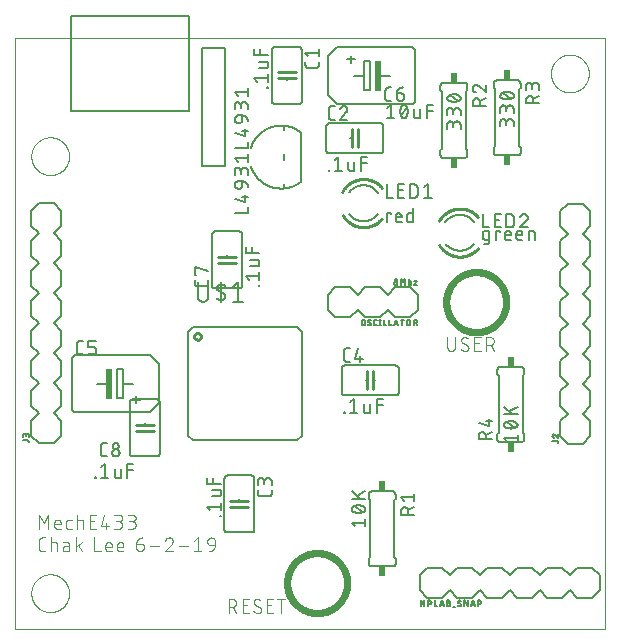
<source format=gto>
G04 EAGLE Gerber RS-274X export*
G75*
%MOMM*%
%FSLAX34Y34*%
%LPD*%
%INSilk top*%
%IPPOS*%
%AMOC8*
5,1,8,0,0,1.08239X$1,22.5*%
G01*
%ADD10C,0.000000*%
%ADD11C,0.101600*%
%ADD12C,0.152400*%
%ADD13C,0.254000*%
%ADD14C,0.127000*%
%ADD15R,0.508000X2.540000*%
%ADD16C,0.203200*%
%ADD17R,0.609600X0.863600*%
%ADD18C,0.609600*%


D10*
X0Y0D02*
X500000Y0D01*
X500000Y500000D01*
X0Y500000D01*
X0Y0D01*
D11*
X20508Y84558D02*
X20508Y96242D01*
X24403Y89751D01*
X28297Y96242D01*
X28297Y84558D01*
X35565Y84558D02*
X38810Y84558D01*
X35565Y84558D02*
X35478Y84560D01*
X35390Y84566D01*
X35304Y84576D01*
X35217Y84589D01*
X35132Y84607D01*
X35047Y84628D01*
X34963Y84653D01*
X34881Y84682D01*
X34800Y84715D01*
X34720Y84751D01*
X34642Y84790D01*
X34566Y84834D01*
X34492Y84880D01*
X34421Y84930D01*
X34351Y84983D01*
X34284Y85039D01*
X34220Y85098D01*
X34158Y85160D01*
X34099Y85224D01*
X34043Y85291D01*
X33990Y85361D01*
X33940Y85432D01*
X33894Y85506D01*
X33850Y85582D01*
X33811Y85660D01*
X33775Y85740D01*
X33742Y85821D01*
X33713Y85903D01*
X33688Y85987D01*
X33667Y86072D01*
X33649Y86157D01*
X33636Y86244D01*
X33626Y86330D01*
X33620Y86418D01*
X33618Y86505D01*
X33617Y86505D02*
X33617Y89751D01*
X33618Y89751D02*
X33620Y89852D01*
X33626Y89952D01*
X33636Y90052D01*
X33649Y90152D01*
X33667Y90251D01*
X33688Y90350D01*
X33713Y90447D01*
X33742Y90544D01*
X33775Y90639D01*
X33811Y90733D01*
X33851Y90825D01*
X33894Y90916D01*
X33941Y91005D01*
X33991Y91092D01*
X34045Y91178D01*
X34102Y91261D01*
X34162Y91341D01*
X34225Y91420D01*
X34292Y91496D01*
X34361Y91569D01*
X34433Y91639D01*
X34507Y91707D01*
X34584Y91772D01*
X34664Y91833D01*
X34746Y91892D01*
X34830Y91947D01*
X34916Y91999D01*
X35004Y92048D01*
X35094Y92093D01*
X35186Y92135D01*
X35279Y92173D01*
X35374Y92207D01*
X35469Y92238D01*
X35566Y92265D01*
X35664Y92288D01*
X35763Y92308D01*
X35863Y92323D01*
X35963Y92335D01*
X36063Y92343D01*
X36164Y92347D01*
X36264Y92347D01*
X36365Y92343D01*
X36465Y92335D01*
X36565Y92323D01*
X36665Y92308D01*
X36764Y92288D01*
X36862Y92265D01*
X36959Y92238D01*
X37054Y92207D01*
X37149Y92173D01*
X37242Y92135D01*
X37334Y92093D01*
X37424Y92048D01*
X37512Y91999D01*
X37598Y91947D01*
X37682Y91892D01*
X37764Y91833D01*
X37844Y91772D01*
X37921Y91707D01*
X37995Y91639D01*
X38067Y91569D01*
X38136Y91496D01*
X38203Y91420D01*
X38266Y91341D01*
X38326Y91261D01*
X38383Y91178D01*
X38437Y91092D01*
X38487Y91005D01*
X38534Y90916D01*
X38577Y90825D01*
X38617Y90733D01*
X38653Y90639D01*
X38686Y90544D01*
X38715Y90447D01*
X38740Y90350D01*
X38761Y90251D01*
X38779Y90152D01*
X38792Y90052D01*
X38802Y89952D01*
X38808Y89852D01*
X38810Y89751D01*
X38810Y88453D01*
X33617Y88453D01*
X45484Y84558D02*
X48080Y84558D01*
X45484Y84558D02*
X45397Y84560D01*
X45309Y84566D01*
X45223Y84576D01*
X45136Y84589D01*
X45051Y84607D01*
X44966Y84628D01*
X44882Y84653D01*
X44800Y84682D01*
X44719Y84715D01*
X44639Y84751D01*
X44561Y84790D01*
X44485Y84834D01*
X44411Y84880D01*
X44340Y84930D01*
X44270Y84983D01*
X44203Y85039D01*
X44139Y85098D01*
X44077Y85160D01*
X44018Y85224D01*
X43962Y85291D01*
X43909Y85361D01*
X43859Y85432D01*
X43813Y85506D01*
X43769Y85582D01*
X43730Y85660D01*
X43694Y85740D01*
X43661Y85821D01*
X43632Y85903D01*
X43607Y85987D01*
X43586Y86072D01*
X43568Y86157D01*
X43555Y86244D01*
X43545Y86330D01*
X43539Y86418D01*
X43537Y86505D01*
X43537Y90400D01*
X43539Y90487D01*
X43545Y90575D01*
X43555Y90661D01*
X43568Y90748D01*
X43586Y90833D01*
X43607Y90918D01*
X43632Y91002D01*
X43661Y91084D01*
X43694Y91165D01*
X43730Y91245D01*
X43769Y91323D01*
X43813Y91399D01*
X43859Y91473D01*
X43909Y91544D01*
X43962Y91614D01*
X44018Y91681D01*
X44077Y91745D01*
X44139Y91807D01*
X44203Y91866D01*
X44270Y91922D01*
X44340Y91975D01*
X44411Y92025D01*
X44485Y92071D01*
X44561Y92115D01*
X44639Y92154D01*
X44719Y92190D01*
X44800Y92223D01*
X44882Y92252D01*
X44966Y92277D01*
X45051Y92298D01*
X45136Y92316D01*
X45223Y92329D01*
X45309Y92339D01*
X45397Y92345D01*
X45484Y92347D01*
X48080Y92347D01*
X52667Y96242D02*
X52667Y84558D01*
X52667Y92347D02*
X55913Y92347D01*
X56000Y92345D01*
X56088Y92339D01*
X56174Y92329D01*
X56261Y92316D01*
X56346Y92298D01*
X56431Y92277D01*
X56515Y92252D01*
X56597Y92223D01*
X56678Y92190D01*
X56758Y92154D01*
X56836Y92115D01*
X56912Y92071D01*
X56986Y92025D01*
X57057Y91975D01*
X57127Y91922D01*
X57194Y91866D01*
X57258Y91807D01*
X57320Y91746D01*
X57379Y91681D01*
X57435Y91614D01*
X57488Y91544D01*
X57538Y91473D01*
X57584Y91399D01*
X57628Y91323D01*
X57667Y91245D01*
X57703Y91165D01*
X57736Y91084D01*
X57765Y91002D01*
X57790Y90918D01*
X57811Y90833D01*
X57829Y90748D01*
X57842Y90661D01*
X57852Y90575D01*
X57858Y90487D01*
X57860Y90400D01*
X57860Y84558D01*
X63471Y84558D02*
X68664Y84558D01*
X63471Y84558D02*
X63471Y96242D01*
X68664Y96242D01*
X67365Y91049D02*
X63471Y91049D01*
X72973Y87154D02*
X75570Y96242D01*
X72973Y87154D02*
X79464Y87154D01*
X77517Y89751D02*
X77517Y84558D01*
X84403Y84558D02*
X87649Y84558D01*
X87762Y84560D01*
X87875Y84566D01*
X87988Y84576D01*
X88101Y84590D01*
X88213Y84607D01*
X88324Y84629D01*
X88434Y84654D01*
X88544Y84684D01*
X88652Y84717D01*
X88759Y84754D01*
X88865Y84794D01*
X88969Y84839D01*
X89072Y84887D01*
X89173Y84938D01*
X89272Y84993D01*
X89369Y85051D01*
X89464Y85113D01*
X89557Y85178D01*
X89647Y85246D01*
X89735Y85317D01*
X89821Y85392D01*
X89904Y85469D01*
X89984Y85549D01*
X90061Y85632D01*
X90136Y85718D01*
X90207Y85806D01*
X90275Y85896D01*
X90340Y85989D01*
X90402Y86084D01*
X90460Y86181D01*
X90515Y86280D01*
X90566Y86381D01*
X90614Y86484D01*
X90659Y86588D01*
X90699Y86694D01*
X90736Y86801D01*
X90769Y86909D01*
X90799Y87019D01*
X90824Y87129D01*
X90846Y87240D01*
X90863Y87352D01*
X90877Y87465D01*
X90887Y87578D01*
X90893Y87691D01*
X90895Y87804D01*
X90893Y87917D01*
X90887Y88030D01*
X90877Y88143D01*
X90863Y88256D01*
X90846Y88368D01*
X90824Y88479D01*
X90799Y88589D01*
X90769Y88699D01*
X90736Y88807D01*
X90699Y88914D01*
X90659Y89020D01*
X90614Y89124D01*
X90566Y89227D01*
X90515Y89328D01*
X90460Y89427D01*
X90402Y89524D01*
X90340Y89619D01*
X90275Y89712D01*
X90207Y89802D01*
X90136Y89890D01*
X90061Y89976D01*
X89984Y90059D01*
X89904Y90139D01*
X89821Y90216D01*
X89735Y90291D01*
X89647Y90362D01*
X89557Y90430D01*
X89464Y90495D01*
X89369Y90557D01*
X89272Y90615D01*
X89173Y90670D01*
X89072Y90721D01*
X88969Y90769D01*
X88865Y90814D01*
X88759Y90854D01*
X88652Y90891D01*
X88544Y90924D01*
X88434Y90954D01*
X88324Y90979D01*
X88213Y91001D01*
X88101Y91018D01*
X87988Y91032D01*
X87875Y91042D01*
X87762Y91048D01*
X87649Y91050D01*
X88298Y96242D02*
X84403Y96242D01*
X88298Y96242D02*
X88399Y96240D01*
X88499Y96234D01*
X88599Y96224D01*
X88699Y96211D01*
X88798Y96193D01*
X88897Y96172D01*
X88994Y96147D01*
X89091Y96118D01*
X89186Y96085D01*
X89280Y96049D01*
X89372Y96009D01*
X89463Y95966D01*
X89552Y95919D01*
X89639Y95869D01*
X89725Y95815D01*
X89808Y95758D01*
X89888Y95698D01*
X89967Y95635D01*
X90043Y95568D01*
X90116Y95499D01*
X90186Y95427D01*
X90254Y95353D01*
X90319Y95276D01*
X90380Y95196D01*
X90439Y95114D01*
X90494Y95030D01*
X90546Y94944D01*
X90595Y94856D01*
X90640Y94766D01*
X90682Y94674D01*
X90720Y94581D01*
X90754Y94486D01*
X90785Y94391D01*
X90812Y94294D01*
X90835Y94196D01*
X90855Y94097D01*
X90870Y93997D01*
X90882Y93897D01*
X90890Y93797D01*
X90894Y93696D01*
X90894Y93596D01*
X90890Y93495D01*
X90882Y93395D01*
X90870Y93295D01*
X90855Y93195D01*
X90835Y93096D01*
X90812Y92998D01*
X90785Y92901D01*
X90754Y92806D01*
X90720Y92711D01*
X90682Y92618D01*
X90640Y92526D01*
X90595Y92436D01*
X90546Y92348D01*
X90494Y92262D01*
X90439Y92178D01*
X90380Y92096D01*
X90319Y92016D01*
X90254Y91939D01*
X90186Y91865D01*
X90116Y91793D01*
X90043Y91724D01*
X89967Y91657D01*
X89888Y91594D01*
X89808Y91534D01*
X89725Y91477D01*
X89639Y91423D01*
X89552Y91373D01*
X89463Y91326D01*
X89372Y91283D01*
X89280Y91243D01*
X89186Y91207D01*
X89091Y91174D01*
X88994Y91145D01*
X88897Y91120D01*
X88798Y91099D01*
X88699Y91081D01*
X88599Y91068D01*
X88499Y91058D01*
X88399Y91052D01*
X88298Y91050D01*
X88298Y91049D02*
X85701Y91049D01*
X95833Y84558D02*
X99079Y84558D01*
X99192Y84560D01*
X99305Y84566D01*
X99418Y84576D01*
X99531Y84590D01*
X99643Y84607D01*
X99754Y84629D01*
X99864Y84654D01*
X99974Y84684D01*
X100082Y84717D01*
X100189Y84754D01*
X100295Y84794D01*
X100399Y84839D01*
X100502Y84887D01*
X100603Y84938D01*
X100702Y84993D01*
X100799Y85051D01*
X100894Y85113D01*
X100987Y85178D01*
X101077Y85246D01*
X101165Y85317D01*
X101251Y85392D01*
X101334Y85469D01*
X101414Y85549D01*
X101491Y85632D01*
X101566Y85718D01*
X101637Y85806D01*
X101705Y85896D01*
X101770Y85989D01*
X101832Y86084D01*
X101890Y86181D01*
X101945Y86280D01*
X101996Y86381D01*
X102044Y86484D01*
X102089Y86588D01*
X102129Y86694D01*
X102166Y86801D01*
X102199Y86909D01*
X102229Y87019D01*
X102254Y87129D01*
X102276Y87240D01*
X102293Y87352D01*
X102307Y87465D01*
X102317Y87578D01*
X102323Y87691D01*
X102325Y87804D01*
X102323Y87917D01*
X102317Y88030D01*
X102307Y88143D01*
X102293Y88256D01*
X102276Y88368D01*
X102254Y88479D01*
X102229Y88589D01*
X102199Y88699D01*
X102166Y88807D01*
X102129Y88914D01*
X102089Y89020D01*
X102044Y89124D01*
X101996Y89227D01*
X101945Y89328D01*
X101890Y89427D01*
X101832Y89524D01*
X101770Y89619D01*
X101705Y89712D01*
X101637Y89802D01*
X101566Y89890D01*
X101491Y89976D01*
X101414Y90059D01*
X101334Y90139D01*
X101251Y90216D01*
X101165Y90291D01*
X101077Y90362D01*
X100987Y90430D01*
X100894Y90495D01*
X100799Y90557D01*
X100702Y90615D01*
X100603Y90670D01*
X100502Y90721D01*
X100399Y90769D01*
X100295Y90814D01*
X100189Y90854D01*
X100082Y90891D01*
X99974Y90924D01*
X99864Y90954D01*
X99754Y90979D01*
X99643Y91001D01*
X99531Y91018D01*
X99418Y91032D01*
X99305Y91042D01*
X99192Y91048D01*
X99079Y91050D01*
X99728Y96242D02*
X95833Y96242D01*
X99728Y96242D02*
X99829Y96240D01*
X99929Y96234D01*
X100029Y96224D01*
X100129Y96211D01*
X100228Y96193D01*
X100327Y96172D01*
X100424Y96147D01*
X100521Y96118D01*
X100616Y96085D01*
X100710Y96049D01*
X100802Y96009D01*
X100893Y95966D01*
X100982Y95919D01*
X101069Y95869D01*
X101155Y95815D01*
X101238Y95758D01*
X101318Y95698D01*
X101397Y95635D01*
X101473Y95568D01*
X101546Y95499D01*
X101616Y95427D01*
X101684Y95353D01*
X101749Y95276D01*
X101810Y95196D01*
X101869Y95114D01*
X101924Y95030D01*
X101976Y94944D01*
X102025Y94856D01*
X102070Y94766D01*
X102112Y94674D01*
X102150Y94581D01*
X102184Y94486D01*
X102215Y94391D01*
X102242Y94294D01*
X102265Y94196D01*
X102285Y94097D01*
X102300Y93997D01*
X102312Y93897D01*
X102320Y93797D01*
X102324Y93696D01*
X102324Y93596D01*
X102320Y93495D01*
X102312Y93395D01*
X102300Y93295D01*
X102285Y93195D01*
X102265Y93096D01*
X102242Y92998D01*
X102215Y92901D01*
X102184Y92806D01*
X102150Y92711D01*
X102112Y92618D01*
X102070Y92526D01*
X102025Y92436D01*
X101976Y92348D01*
X101924Y92262D01*
X101869Y92178D01*
X101810Y92096D01*
X101749Y92016D01*
X101684Y91939D01*
X101616Y91865D01*
X101546Y91793D01*
X101473Y91724D01*
X101397Y91657D01*
X101318Y91594D01*
X101238Y91534D01*
X101155Y91477D01*
X101069Y91423D01*
X100982Y91373D01*
X100893Y91326D01*
X100802Y91283D01*
X100710Y91243D01*
X100616Y91207D01*
X100521Y91174D01*
X100424Y91145D01*
X100327Y91120D01*
X100228Y91099D01*
X100129Y91081D01*
X100029Y91068D01*
X99929Y91058D01*
X99829Y91052D01*
X99728Y91050D01*
X99728Y91049D02*
X97131Y91049D01*
X25701Y65508D02*
X23104Y65508D01*
X23005Y65510D01*
X22905Y65516D01*
X22806Y65525D01*
X22708Y65538D01*
X22610Y65555D01*
X22512Y65576D01*
X22416Y65601D01*
X22321Y65629D01*
X22227Y65661D01*
X22134Y65696D01*
X22042Y65735D01*
X21952Y65778D01*
X21864Y65823D01*
X21777Y65873D01*
X21693Y65925D01*
X21610Y65981D01*
X21530Y66039D01*
X21452Y66101D01*
X21377Y66166D01*
X21304Y66234D01*
X21234Y66304D01*
X21166Y66377D01*
X21101Y66452D01*
X21039Y66530D01*
X20981Y66610D01*
X20925Y66693D01*
X20873Y66777D01*
X20823Y66864D01*
X20778Y66952D01*
X20735Y67042D01*
X20696Y67134D01*
X20661Y67227D01*
X20629Y67321D01*
X20601Y67416D01*
X20576Y67512D01*
X20555Y67610D01*
X20538Y67708D01*
X20525Y67806D01*
X20516Y67905D01*
X20510Y68005D01*
X20508Y68104D01*
X20508Y74596D01*
X20510Y74695D01*
X20516Y74795D01*
X20525Y74894D01*
X20538Y74992D01*
X20555Y75090D01*
X20576Y75188D01*
X20601Y75284D01*
X20629Y75379D01*
X20661Y75473D01*
X20696Y75566D01*
X20735Y75658D01*
X20778Y75748D01*
X20823Y75836D01*
X20873Y75923D01*
X20925Y76007D01*
X20981Y76090D01*
X21039Y76170D01*
X21101Y76248D01*
X21166Y76323D01*
X21234Y76396D01*
X21304Y76466D01*
X21377Y76534D01*
X21452Y76599D01*
X21530Y76661D01*
X21610Y76719D01*
X21693Y76775D01*
X21777Y76827D01*
X21864Y76877D01*
X21952Y76922D01*
X22042Y76965D01*
X22134Y77004D01*
X22226Y77039D01*
X22321Y77071D01*
X22416Y77099D01*
X22512Y77124D01*
X22610Y77145D01*
X22708Y77162D01*
X22806Y77175D01*
X22905Y77184D01*
X23005Y77190D01*
X23104Y77192D01*
X25701Y77192D01*
X30334Y77192D02*
X30334Y65508D01*
X30334Y73297D02*
X33580Y73297D01*
X33667Y73295D01*
X33755Y73289D01*
X33841Y73279D01*
X33928Y73266D01*
X34013Y73248D01*
X34098Y73227D01*
X34182Y73202D01*
X34264Y73173D01*
X34345Y73140D01*
X34425Y73104D01*
X34503Y73065D01*
X34579Y73021D01*
X34653Y72975D01*
X34724Y72925D01*
X34794Y72872D01*
X34861Y72816D01*
X34925Y72757D01*
X34987Y72696D01*
X35046Y72631D01*
X35102Y72564D01*
X35155Y72494D01*
X35205Y72423D01*
X35251Y72349D01*
X35295Y72273D01*
X35334Y72195D01*
X35370Y72115D01*
X35403Y72034D01*
X35432Y71952D01*
X35457Y71868D01*
X35478Y71783D01*
X35496Y71698D01*
X35509Y71611D01*
X35519Y71525D01*
X35525Y71437D01*
X35527Y71350D01*
X35527Y65508D01*
X42834Y70052D02*
X45755Y70052D01*
X42834Y70052D02*
X42740Y70050D01*
X42646Y70044D01*
X42553Y70035D01*
X42460Y70021D01*
X42368Y70004D01*
X42276Y69982D01*
X42186Y69958D01*
X42096Y69929D01*
X42008Y69897D01*
X41921Y69861D01*
X41836Y69821D01*
X41753Y69778D01*
X41671Y69732D01*
X41591Y69682D01*
X41514Y69629D01*
X41439Y69573D01*
X41366Y69514D01*
X41295Y69452D01*
X41227Y69387D01*
X41162Y69319D01*
X41100Y69248D01*
X41041Y69175D01*
X40985Y69100D01*
X40932Y69023D01*
X40882Y68943D01*
X40836Y68861D01*
X40793Y68778D01*
X40753Y68693D01*
X40717Y68606D01*
X40685Y68518D01*
X40656Y68428D01*
X40632Y68338D01*
X40610Y68246D01*
X40593Y68154D01*
X40579Y68061D01*
X40570Y67968D01*
X40564Y67874D01*
X40562Y67780D01*
X40564Y67686D01*
X40570Y67592D01*
X40579Y67499D01*
X40593Y67406D01*
X40610Y67314D01*
X40632Y67222D01*
X40656Y67132D01*
X40685Y67042D01*
X40717Y66954D01*
X40753Y66867D01*
X40793Y66782D01*
X40836Y66699D01*
X40882Y66617D01*
X40932Y66537D01*
X40985Y66460D01*
X41041Y66385D01*
X41100Y66312D01*
X41162Y66241D01*
X41227Y66173D01*
X41295Y66108D01*
X41366Y66046D01*
X41439Y65987D01*
X41514Y65931D01*
X41591Y65878D01*
X41671Y65828D01*
X41753Y65782D01*
X41836Y65739D01*
X41921Y65699D01*
X42008Y65663D01*
X42096Y65631D01*
X42186Y65602D01*
X42276Y65578D01*
X42368Y65556D01*
X42460Y65539D01*
X42553Y65525D01*
X42646Y65516D01*
X42740Y65510D01*
X42834Y65508D01*
X45755Y65508D01*
X45755Y71350D01*
X45753Y71437D01*
X45747Y71525D01*
X45737Y71611D01*
X45724Y71698D01*
X45706Y71783D01*
X45685Y71868D01*
X45660Y71952D01*
X45631Y72034D01*
X45598Y72115D01*
X45562Y72195D01*
X45523Y72273D01*
X45479Y72349D01*
X45433Y72423D01*
X45383Y72494D01*
X45330Y72564D01*
X45274Y72631D01*
X45215Y72695D01*
X45153Y72757D01*
X45089Y72816D01*
X45022Y72872D01*
X44952Y72925D01*
X44881Y72975D01*
X44807Y73021D01*
X44731Y73065D01*
X44653Y73104D01*
X44573Y73140D01*
X44492Y73173D01*
X44410Y73202D01*
X44326Y73227D01*
X44241Y73248D01*
X44156Y73266D01*
X44069Y73279D01*
X43983Y73289D01*
X43895Y73295D01*
X43808Y73297D01*
X41212Y73297D01*
X51425Y77192D02*
X51425Y65508D01*
X51425Y69403D02*
X56618Y73297D01*
X53697Y71025D02*
X56618Y65508D01*
X67427Y65508D02*
X67427Y77192D01*
X67427Y65508D02*
X72620Y65508D01*
X78764Y65508D02*
X82009Y65508D01*
X78764Y65508D02*
X78677Y65510D01*
X78589Y65516D01*
X78503Y65526D01*
X78416Y65539D01*
X78331Y65557D01*
X78246Y65578D01*
X78162Y65603D01*
X78080Y65632D01*
X77999Y65665D01*
X77919Y65701D01*
X77841Y65740D01*
X77765Y65784D01*
X77691Y65830D01*
X77620Y65880D01*
X77550Y65933D01*
X77483Y65989D01*
X77419Y66048D01*
X77357Y66110D01*
X77298Y66174D01*
X77242Y66241D01*
X77189Y66311D01*
X77139Y66382D01*
X77093Y66456D01*
X77049Y66532D01*
X77010Y66610D01*
X76974Y66690D01*
X76941Y66771D01*
X76912Y66853D01*
X76887Y66937D01*
X76866Y67022D01*
X76848Y67107D01*
X76835Y67194D01*
X76825Y67280D01*
X76819Y67368D01*
X76817Y67455D01*
X76816Y67455D02*
X76816Y70701D01*
X76817Y70701D02*
X76819Y70802D01*
X76825Y70902D01*
X76835Y71002D01*
X76848Y71102D01*
X76866Y71201D01*
X76887Y71300D01*
X76912Y71397D01*
X76941Y71494D01*
X76974Y71589D01*
X77010Y71683D01*
X77050Y71775D01*
X77093Y71866D01*
X77140Y71955D01*
X77190Y72042D01*
X77244Y72128D01*
X77301Y72211D01*
X77361Y72291D01*
X77424Y72370D01*
X77491Y72446D01*
X77560Y72519D01*
X77632Y72589D01*
X77706Y72657D01*
X77783Y72722D01*
X77863Y72783D01*
X77945Y72842D01*
X78029Y72897D01*
X78115Y72949D01*
X78203Y72998D01*
X78293Y73043D01*
X78385Y73085D01*
X78478Y73123D01*
X78573Y73157D01*
X78668Y73188D01*
X78765Y73215D01*
X78863Y73238D01*
X78962Y73258D01*
X79062Y73273D01*
X79162Y73285D01*
X79262Y73293D01*
X79363Y73297D01*
X79463Y73297D01*
X79564Y73293D01*
X79664Y73285D01*
X79764Y73273D01*
X79864Y73258D01*
X79963Y73238D01*
X80061Y73215D01*
X80158Y73188D01*
X80253Y73157D01*
X80348Y73123D01*
X80441Y73085D01*
X80533Y73043D01*
X80623Y72998D01*
X80711Y72949D01*
X80797Y72897D01*
X80881Y72842D01*
X80963Y72783D01*
X81043Y72722D01*
X81120Y72657D01*
X81194Y72589D01*
X81266Y72519D01*
X81335Y72446D01*
X81402Y72370D01*
X81465Y72291D01*
X81525Y72211D01*
X81582Y72128D01*
X81636Y72042D01*
X81686Y71955D01*
X81733Y71866D01*
X81776Y71775D01*
X81816Y71683D01*
X81852Y71589D01*
X81885Y71494D01*
X81914Y71397D01*
X81939Y71300D01*
X81960Y71201D01*
X81978Y71102D01*
X81991Y71002D01*
X82001Y70902D01*
X82007Y70802D01*
X82009Y70701D01*
X82009Y69403D01*
X76816Y69403D01*
X88670Y65508D02*
X91915Y65508D01*
X88670Y65508D02*
X88583Y65510D01*
X88495Y65516D01*
X88409Y65526D01*
X88322Y65539D01*
X88237Y65557D01*
X88152Y65578D01*
X88068Y65603D01*
X87986Y65632D01*
X87905Y65665D01*
X87825Y65701D01*
X87747Y65740D01*
X87671Y65784D01*
X87597Y65830D01*
X87526Y65880D01*
X87456Y65933D01*
X87389Y65989D01*
X87325Y66048D01*
X87263Y66110D01*
X87204Y66174D01*
X87148Y66241D01*
X87095Y66311D01*
X87045Y66382D01*
X86999Y66456D01*
X86955Y66532D01*
X86916Y66610D01*
X86880Y66690D01*
X86847Y66771D01*
X86818Y66853D01*
X86793Y66937D01*
X86772Y67022D01*
X86754Y67107D01*
X86741Y67194D01*
X86731Y67280D01*
X86725Y67368D01*
X86723Y67455D01*
X86722Y67455D02*
X86722Y70701D01*
X86723Y70701D02*
X86725Y70802D01*
X86731Y70902D01*
X86741Y71002D01*
X86754Y71102D01*
X86772Y71201D01*
X86793Y71300D01*
X86818Y71397D01*
X86847Y71494D01*
X86880Y71589D01*
X86916Y71683D01*
X86956Y71775D01*
X86999Y71866D01*
X87046Y71955D01*
X87096Y72042D01*
X87150Y72128D01*
X87207Y72211D01*
X87267Y72291D01*
X87330Y72370D01*
X87397Y72446D01*
X87466Y72519D01*
X87538Y72589D01*
X87612Y72657D01*
X87689Y72722D01*
X87769Y72783D01*
X87851Y72842D01*
X87935Y72897D01*
X88021Y72949D01*
X88109Y72998D01*
X88199Y73043D01*
X88291Y73085D01*
X88384Y73123D01*
X88479Y73157D01*
X88574Y73188D01*
X88671Y73215D01*
X88769Y73238D01*
X88868Y73258D01*
X88968Y73273D01*
X89068Y73285D01*
X89168Y73293D01*
X89269Y73297D01*
X89369Y73297D01*
X89470Y73293D01*
X89570Y73285D01*
X89670Y73273D01*
X89770Y73258D01*
X89869Y73238D01*
X89967Y73215D01*
X90064Y73188D01*
X90159Y73157D01*
X90254Y73123D01*
X90347Y73085D01*
X90439Y73043D01*
X90529Y72998D01*
X90617Y72949D01*
X90703Y72897D01*
X90787Y72842D01*
X90869Y72783D01*
X90949Y72722D01*
X91026Y72657D01*
X91100Y72589D01*
X91172Y72519D01*
X91241Y72446D01*
X91308Y72370D01*
X91371Y72291D01*
X91431Y72211D01*
X91488Y72128D01*
X91542Y72042D01*
X91592Y71955D01*
X91639Y71866D01*
X91682Y71775D01*
X91722Y71683D01*
X91758Y71589D01*
X91791Y71494D01*
X91820Y71397D01*
X91845Y71300D01*
X91866Y71201D01*
X91884Y71102D01*
X91897Y71002D01*
X91907Y70902D01*
X91913Y70802D01*
X91915Y70701D01*
X91915Y69403D01*
X86722Y69403D01*
X102837Y71999D02*
X106732Y71999D01*
X106831Y71997D01*
X106931Y71991D01*
X107030Y71982D01*
X107128Y71969D01*
X107226Y71952D01*
X107324Y71931D01*
X107420Y71906D01*
X107515Y71878D01*
X107609Y71846D01*
X107702Y71811D01*
X107794Y71772D01*
X107884Y71729D01*
X107972Y71684D01*
X108059Y71634D01*
X108143Y71582D01*
X108226Y71526D01*
X108306Y71468D01*
X108384Y71406D01*
X108459Y71341D01*
X108532Y71273D01*
X108602Y71203D01*
X108670Y71130D01*
X108735Y71055D01*
X108797Y70977D01*
X108855Y70897D01*
X108911Y70814D01*
X108963Y70730D01*
X109013Y70643D01*
X109058Y70555D01*
X109101Y70465D01*
X109140Y70373D01*
X109175Y70280D01*
X109207Y70186D01*
X109235Y70091D01*
X109260Y69995D01*
X109281Y69897D01*
X109298Y69799D01*
X109311Y69701D01*
X109320Y69602D01*
X109326Y69502D01*
X109328Y69403D01*
X109328Y68754D01*
X109329Y68754D02*
X109327Y68641D01*
X109321Y68528D01*
X109311Y68415D01*
X109297Y68302D01*
X109280Y68190D01*
X109258Y68079D01*
X109233Y67969D01*
X109203Y67859D01*
X109170Y67751D01*
X109133Y67644D01*
X109093Y67538D01*
X109048Y67434D01*
X109000Y67331D01*
X108949Y67230D01*
X108894Y67131D01*
X108836Y67034D01*
X108774Y66939D01*
X108709Y66846D01*
X108641Y66756D01*
X108570Y66668D01*
X108495Y66582D01*
X108418Y66499D01*
X108338Y66419D01*
X108255Y66342D01*
X108169Y66267D01*
X108081Y66196D01*
X107991Y66128D01*
X107898Y66063D01*
X107803Y66001D01*
X107706Y65943D01*
X107607Y65888D01*
X107506Y65837D01*
X107403Y65789D01*
X107299Y65744D01*
X107193Y65704D01*
X107086Y65667D01*
X106978Y65634D01*
X106868Y65604D01*
X106758Y65579D01*
X106647Y65557D01*
X106535Y65540D01*
X106422Y65526D01*
X106309Y65516D01*
X106196Y65510D01*
X106083Y65508D01*
X105970Y65510D01*
X105857Y65516D01*
X105744Y65526D01*
X105631Y65540D01*
X105519Y65557D01*
X105408Y65579D01*
X105298Y65604D01*
X105188Y65634D01*
X105080Y65667D01*
X104973Y65704D01*
X104867Y65744D01*
X104763Y65789D01*
X104660Y65837D01*
X104559Y65888D01*
X104460Y65943D01*
X104363Y66001D01*
X104268Y66063D01*
X104175Y66128D01*
X104085Y66196D01*
X103997Y66267D01*
X103911Y66342D01*
X103828Y66419D01*
X103748Y66499D01*
X103671Y66582D01*
X103596Y66668D01*
X103525Y66756D01*
X103457Y66846D01*
X103392Y66939D01*
X103330Y67034D01*
X103272Y67131D01*
X103217Y67230D01*
X103166Y67331D01*
X103118Y67434D01*
X103073Y67538D01*
X103033Y67644D01*
X102996Y67751D01*
X102963Y67859D01*
X102933Y67969D01*
X102908Y68079D01*
X102886Y68190D01*
X102869Y68302D01*
X102855Y68415D01*
X102845Y68528D01*
X102839Y68641D01*
X102837Y68754D01*
X102837Y71999D01*
X102839Y72142D01*
X102845Y72285D01*
X102855Y72428D01*
X102869Y72570D01*
X102886Y72712D01*
X102908Y72854D01*
X102933Y72995D01*
X102963Y73135D01*
X102996Y73274D01*
X103033Y73412D01*
X103074Y73549D01*
X103118Y73685D01*
X103167Y73820D01*
X103219Y73953D01*
X103274Y74085D01*
X103334Y74215D01*
X103397Y74344D01*
X103463Y74471D01*
X103533Y74595D01*
X103606Y74718D01*
X103683Y74839D01*
X103763Y74958D01*
X103846Y75074D01*
X103932Y75189D01*
X104021Y75300D01*
X104114Y75410D01*
X104209Y75516D01*
X104308Y75620D01*
X104409Y75721D01*
X104513Y75820D01*
X104619Y75915D01*
X104729Y76008D01*
X104840Y76097D01*
X104955Y76183D01*
X105071Y76266D01*
X105190Y76346D01*
X105311Y76423D01*
X105433Y76496D01*
X105558Y76566D01*
X105685Y76632D01*
X105814Y76695D01*
X105944Y76755D01*
X106076Y76810D01*
X106209Y76862D01*
X106344Y76911D01*
X106480Y76955D01*
X106617Y76996D01*
X106755Y77033D01*
X106894Y77066D01*
X107034Y77096D01*
X107175Y77121D01*
X107317Y77143D01*
X107459Y77160D01*
X107601Y77174D01*
X107744Y77184D01*
X107887Y77190D01*
X108030Y77192D01*
X114380Y70052D02*
X122169Y70052D01*
X130791Y77192D02*
X130898Y77190D01*
X131004Y77184D01*
X131110Y77174D01*
X131216Y77161D01*
X131322Y77143D01*
X131426Y77122D01*
X131530Y77097D01*
X131633Y77068D01*
X131734Y77036D01*
X131834Y76999D01*
X131933Y76959D01*
X132031Y76916D01*
X132127Y76869D01*
X132221Y76818D01*
X132313Y76764D01*
X132403Y76707D01*
X132491Y76647D01*
X132576Y76583D01*
X132659Y76516D01*
X132740Y76446D01*
X132818Y76374D01*
X132894Y76298D01*
X132966Y76220D01*
X133036Y76139D01*
X133103Y76056D01*
X133167Y75971D01*
X133227Y75883D01*
X133284Y75793D01*
X133338Y75701D01*
X133389Y75607D01*
X133436Y75511D01*
X133479Y75413D01*
X133519Y75314D01*
X133556Y75214D01*
X133588Y75113D01*
X133617Y75010D01*
X133642Y74906D01*
X133663Y74802D01*
X133681Y74696D01*
X133694Y74590D01*
X133704Y74484D01*
X133710Y74378D01*
X133712Y74271D01*
X130791Y77192D02*
X130670Y77190D01*
X130549Y77184D01*
X130429Y77174D01*
X130308Y77161D01*
X130189Y77143D01*
X130069Y77122D01*
X129951Y77097D01*
X129834Y77068D01*
X129717Y77035D01*
X129602Y76999D01*
X129488Y76958D01*
X129375Y76915D01*
X129263Y76867D01*
X129154Y76816D01*
X129046Y76761D01*
X128939Y76703D01*
X128835Y76642D01*
X128733Y76577D01*
X128633Y76509D01*
X128535Y76438D01*
X128439Y76364D01*
X128346Y76287D01*
X128256Y76206D01*
X128168Y76123D01*
X128083Y76037D01*
X128000Y75948D01*
X127921Y75857D01*
X127844Y75763D01*
X127771Y75667D01*
X127701Y75569D01*
X127634Y75468D01*
X127570Y75365D01*
X127510Y75260D01*
X127453Y75153D01*
X127399Y75045D01*
X127349Y74935D01*
X127303Y74823D01*
X127260Y74710D01*
X127221Y74595D01*
X132739Y71999D02*
X132818Y72076D01*
X132894Y72157D01*
X132967Y72240D01*
X133037Y72325D01*
X133104Y72413D01*
X133168Y72503D01*
X133228Y72595D01*
X133285Y72690D01*
X133339Y72786D01*
X133390Y72884D01*
X133437Y72984D01*
X133481Y73086D01*
X133521Y73189D01*
X133557Y73293D01*
X133589Y73399D01*
X133618Y73505D01*
X133643Y73613D01*
X133665Y73721D01*
X133682Y73831D01*
X133696Y73940D01*
X133705Y74050D01*
X133711Y74161D01*
X133713Y74271D01*
X132739Y71999D02*
X127221Y65508D01*
X133712Y65508D01*
X138764Y70052D02*
X146553Y70052D01*
X151605Y74596D02*
X154851Y77192D01*
X154851Y65508D01*
X158096Y65508D02*
X151605Y65508D01*
X165632Y70701D02*
X169526Y70701D01*
X165632Y70701D02*
X165533Y70703D01*
X165433Y70709D01*
X165334Y70718D01*
X165236Y70731D01*
X165138Y70748D01*
X165040Y70769D01*
X164944Y70794D01*
X164849Y70822D01*
X164755Y70854D01*
X164662Y70889D01*
X164570Y70928D01*
X164480Y70971D01*
X164392Y71016D01*
X164305Y71066D01*
X164221Y71118D01*
X164138Y71174D01*
X164058Y71232D01*
X163980Y71294D01*
X163905Y71359D01*
X163832Y71427D01*
X163762Y71497D01*
X163694Y71570D01*
X163629Y71645D01*
X163567Y71723D01*
X163509Y71803D01*
X163453Y71886D01*
X163401Y71970D01*
X163351Y72057D01*
X163306Y72145D01*
X163263Y72235D01*
X163224Y72327D01*
X163189Y72420D01*
X163157Y72514D01*
X163129Y72609D01*
X163104Y72705D01*
X163083Y72803D01*
X163066Y72901D01*
X163053Y72999D01*
X163044Y73098D01*
X163038Y73198D01*
X163036Y73297D01*
X163035Y73297D02*
X163035Y73946D01*
X163037Y74059D01*
X163043Y74172D01*
X163053Y74285D01*
X163067Y74398D01*
X163084Y74510D01*
X163106Y74621D01*
X163131Y74731D01*
X163161Y74841D01*
X163194Y74949D01*
X163231Y75056D01*
X163271Y75162D01*
X163316Y75266D01*
X163364Y75369D01*
X163415Y75470D01*
X163470Y75569D01*
X163528Y75666D01*
X163590Y75761D01*
X163655Y75854D01*
X163723Y75944D01*
X163794Y76032D01*
X163869Y76118D01*
X163946Y76201D01*
X164026Y76281D01*
X164109Y76358D01*
X164195Y76433D01*
X164283Y76504D01*
X164373Y76572D01*
X164466Y76637D01*
X164561Y76699D01*
X164658Y76757D01*
X164757Y76812D01*
X164858Y76863D01*
X164961Y76911D01*
X165065Y76956D01*
X165171Y76996D01*
X165278Y77033D01*
X165386Y77066D01*
X165496Y77096D01*
X165606Y77121D01*
X165717Y77143D01*
X165829Y77160D01*
X165942Y77174D01*
X166055Y77184D01*
X166168Y77190D01*
X166281Y77192D01*
X166394Y77190D01*
X166507Y77184D01*
X166620Y77174D01*
X166733Y77160D01*
X166845Y77143D01*
X166956Y77121D01*
X167066Y77096D01*
X167176Y77066D01*
X167284Y77033D01*
X167391Y76996D01*
X167497Y76956D01*
X167601Y76911D01*
X167704Y76863D01*
X167805Y76812D01*
X167904Y76757D01*
X168001Y76699D01*
X168096Y76637D01*
X168189Y76572D01*
X168279Y76504D01*
X168367Y76433D01*
X168453Y76358D01*
X168536Y76281D01*
X168616Y76201D01*
X168693Y76118D01*
X168768Y76032D01*
X168839Y75944D01*
X168907Y75854D01*
X168972Y75761D01*
X169034Y75666D01*
X169092Y75569D01*
X169147Y75470D01*
X169198Y75369D01*
X169246Y75266D01*
X169291Y75162D01*
X169331Y75056D01*
X169368Y74949D01*
X169401Y74841D01*
X169431Y74731D01*
X169456Y74621D01*
X169478Y74510D01*
X169495Y74398D01*
X169509Y74285D01*
X169519Y74172D01*
X169525Y74059D01*
X169527Y73946D01*
X169526Y73946D02*
X169526Y70701D01*
X169524Y70558D01*
X169518Y70415D01*
X169508Y70272D01*
X169494Y70130D01*
X169477Y69988D01*
X169455Y69846D01*
X169430Y69705D01*
X169400Y69565D01*
X169367Y69426D01*
X169330Y69288D01*
X169289Y69151D01*
X169245Y69015D01*
X169196Y68880D01*
X169144Y68747D01*
X169089Y68615D01*
X169029Y68485D01*
X168966Y68356D01*
X168900Y68229D01*
X168830Y68104D01*
X168757Y67982D01*
X168680Y67861D01*
X168600Y67742D01*
X168517Y67626D01*
X168431Y67511D01*
X168342Y67400D01*
X168249Y67290D01*
X168154Y67184D01*
X168055Y67080D01*
X167954Y66979D01*
X167850Y66880D01*
X167744Y66785D01*
X167634Y66692D01*
X167523Y66603D01*
X167408Y66517D01*
X167292Y66434D01*
X167173Y66354D01*
X167052Y66277D01*
X166929Y66204D01*
X166805Y66134D01*
X166678Y66068D01*
X166549Y66005D01*
X166419Y65945D01*
X166287Y65890D01*
X166154Y65838D01*
X166019Y65789D01*
X165883Y65745D01*
X165746Y65704D01*
X165608Y65667D01*
X165469Y65634D01*
X165329Y65604D01*
X165188Y65579D01*
X165046Y65557D01*
X164904Y65540D01*
X164762Y65526D01*
X164619Y65516D01*
X164476Y65510D01*
X164333Y65508D01*
D10*
X454000Y470000D02*
X454005Y470393D01*
X454019Y470785D01*
X454043Y471177D01*
X454077Y471568D01*
X454120Y471959D01*
X454173Y472348D01*
X454236Y472735D01*
X454307Y473121D01*
X454389Y473506D01*
X454479Y473888D01*
X454580Y474267D01*
X454689Y474645D01*
X454808Y475019D01*
X454935Y475390D01*
X455072Y475758D01*
X455218Y476123D01*
X455373Y476484D01*
X455536Y476841D01*
X455708Y477194D01*
X455889Y477542D01*
X456079Y477886D01*
X456276Y478226D01*
X456482Y478560D01*
X456696Y478889D01*
X456919Y479213D01*
X457149Y479531D01*
X457386Y479844D01*
X457632Y480150D01*
X457885Y480451D01*
X458145Y480745D01*
X458412Y481033D01*
X458686Y481314D01*
X458967Y481588D01*
X459255Y481855D01*
X459549Y482115D01*
X459850Y482368D01*
X460156Y482614D01*
X460469Y482851D01*
X460787Y483081D01*
X461111Y483304D01*
X461440Y483518D01*
X461774Y483724D01*
X462114Y483921D01*
X462458Y484111D01*
X462806Y484292D01*
X463159Y484464D01*
X463516Y484627D01*
X463877Y484782D01*
X464242Y484928D01*
X464610Y485065D01*
X464981Y485192D01*
X465355Y485311D01*
X465733Y485420D01*
X466112Y485521D01*
X466494Y485611D01*
X466879Y485693D01*
X467265Y485764D01*
X467652Y485827D01*
X468041Y485880D01*
X468432Y485923D01*
X468823Y485957D01*
X469215Y485981D01*
X469607Y485995D01*
X470000Y486000D01*
X470393Y485995D01*
X470785Y485981D01*
X471177Y485957D01*
X471568Y485923D01*
X471959Y485880D01*
X472348Y485827D01*
X472735Y485764D01*
X473121Y485693D01*
X473506Y485611D01*
X473888Y485521D01*
X474267Y485420D01*
X474645Y485311D01*
X475019Y485192D01*
X475390Y485065D01*
X475758Y484928D01*
X476123Y484782D01*
X476484Y484627D01*
X476841Y484464D01*
X477194Y484292D01*
X477542Y484111D01*
X477886Y483921D01*
X478226Y483724D01*
X478560Y483518D01*
X478889Y483304D01*
X479213Y483081D01*
X479531Y482851D01*
X479844Y482614D01*
X480150Y482368D01*
X480451Y482115D01*
X480745Y481855D01*
X481033Y481588D01*
X481314Y481314D01*
X481588Y481033D01*
X481855Y480745D01*
X482115Y480451D01*
X482368Y480150D01*
X482614Y479844D01*
X482851Y479531D01*
X483081Y479213D01*
X483304Y478889D01*
X483518Y478560D01*
X483724Y478226D01*
X483921Y477886D01*
X484111Y477542D01*
X484292Y477194D01*
X484464Y476841D01*
X484627Y476484D01*
X484782Y476123D01*
X484928Y475758D01*
X485065Y475390D01*
X485192Y475019D01*
X485311Y474645D01*
X485420Y474267D01*
X485521Y473888D01*
X485611Y473506D01*
X485693Y473121D01*
X485764Y472735D01*
X485827Y472348D01*
X485880Y471959D01*
X485923Y471568D01*
X485957Y471177D01*
X485981Y470785D01*
X485995Y470393D01*
X486000Y470000D01*
X485995Y469607D01*
X485981Y469215D01*
X485957Y468823D01*
X485923Y468432D01*
X485880Y468041D01*
X485827Y467652D01*
X485764Y467265D01*
X485693Y466879D01*
X485611Y466494D01*
X485521Y466112D01*
X485420Y465733D01*
X485311Y465355D01*
X485192Y464981D01*
X485065Y464610D01*
X484928Y464242D01*
X484782Y463877D01*
X484627Y463516D01*
X484464Y463159D01*
X484292Y462806D01*
X484111Y462458D01*
X483921Y462114D01*
X483724Y461774D01*
X483518Y461440D01*
X483304Y461111D01*
X483081Y460787D01*
X482851Y460469D01*
X482614Y460156D01*
X482368Y459850D01*
X482115Y459549D01*
X481855Y459255D01*
X481588Y458967D01*
X481314Y458686D01*
X481033Y458412D01*
X480745Y458145D01*
X480451Y457885D01*
X480150Y457632D01*
X479844Y457386D01*
X479531Y457149D01*
X479213Y456919D01*
X478889Y456696D01*
X478560Y456482D01*
X478226Y456276D01*
X477886Y456079D01*
X477542Y455889D01*
X477194Y455708D01*
X476841Y455536D01*
X476484Y455373D01*
X476123Y455218D01*
X475758Y455072D01*
X475390Y454935D01*
X475019Y454808D01*
X474645Y454689D01*
X474267Y454580D01*
X473888Y454479D01*
X473506Y454389D01*
X473121Y454307D01*
X472735Y454236D01*
X472348Y454173D01*
X471959Y454120D01*
X471568Y454077D01*
X471177Y454043D01*
X470785Y454019D01*
X470393Y454005D01*
X470000Y454000D01*
X469607Y454005D01*
X469215Y454019D01*
X468823Y454043D01*
X468432Y454077D01*
X468041Y454120D01*
X467652Y454173D01*
X467265Y454236D01*
X466879Y454307D01*
X466494Y454389D01*
X466112Y454479D01*
X465733Y454580D01*
X465355Y454689D01*
X464981Y454808D01*
X464610Y454935D01*
X464242Y455072D01*
X463877Y455218D01*
X463516Y455373D01*
X463159Y455536D01*
X462806Y455708D01*
X462458Y455889D01*
X462114Y456079D01*
X461774Y456276D01*
X461440Y456482D01*
X461111Y456696D01*
X460787Y456919D01*
X460469Y457149D01*
X460156Y457386D01*
X459850Y457632D01*
X459549Y457885D01*
X459255Y458145D01*
X458967Y458412D01*
X458686Y458686D01*
X458412Y458967D01*
X458145Y459255D01*
X457885Y459549D01*
X457632Y459850D01*
X457386Y460156D01*
X457149Y460469D01*
X456919Y460787D01*
X456696Y461111D01*
X456482Y461440D01*
X456276Y461774D01*
X456079Y462114D01*
X455889Y462458D01*
X455708Y462806D01*
X455536Y463159D01*
X455373Y463516D01*
X455218Y463877D01*
X455072Y464242D01*
X454935Y464610D01*
X454808Y464981D01*
X454689Y465355D01*
X454580Y465733D01*
X454479Y466112D01*
X454389Y466494D01*
X454307Y466879D01*
X454236Y467265D01*
X454173Y467652D01*
X454120Y468041D01*
X454077Y468432D01*
X454043Y468823D01*
X454019Y469215D01*
X454005Y469607D01*
X454000Y470000D01*
X14000Y400000D02*
X14005Y400393D01*
X14019Y400785D01*
X14043Y401177D01*
X14077Y401568D01*
X14120Y401959D01*
X14173Y402348D01*
X14236Y402735D01*
X14307Y403121D01*
X14389Y403506D01*
X14479Y403888D01*
X14580Y404267D01*
X14689Y404645D01*
X14808Y405019D01*
X14935Y405390D01*
X15072Y405758D01*
X15218Y406123D01*
X15373Y406484D01*
X15536Y406841D01*
X15708Y407194D01*
X15889Y407542D01*
X16079Y407886D01*
X16276Y408226D01*
X16482Y408560D01*
X16696Y408889D01*
X16919Y409213D01*
X17149Y409531D01*
X17386Y409844D01*
X17632Y410150D01*
X17885Y410451D01*
X18145Y410745D01*
X18412Y411033D01*
X18686Y411314D01*
X18967Y411588D01*
X19255Y411855D01*
X19549Y412115D01*
X19850Y412368D01*
X20156Y412614D01*
X20469Y412851D01*
X20787Y413081D01*
X21111Y413304D01*
X21440Y413518D01*
X21774Y413724D01*
X22114Y413921D01*
X22458Y414111D01*
X22806Y414292D01*
X23159Y414464D01*
X23516Y414627D01*
X23877Y414782D01*
X24242Y414928D01*
X24610Y415065D01*
X24981Y415192D01*
X25355Y415311D01*
X25733Y415420D01*
X26112Y415521D01*
X26494Y415611D01*
X26879Y415693D01*
X27265Y415764D01*
X27652Y415827D01*
X28041Y415880D01*
X28432Y415923D01*
X28823Y415957D01*
X29215Y415981D01*
X29607Y415995D01*
X30000Y416000D01*
X30393Y415995D01*
X30785Y415981D01*
X31177Y415957D01*
X31568Y415923D01*
X31959Y415880D01*
X32348Y415827D01*
X32735Y415764D01*
X33121Y415693D01*
X33506Y415611D01*
X33888Y415521D01*
X34267Y415420D01*
X34645Y415311D01*
X35019Y415192D01*
X35390Y415065D01*
X35758Y414928D01*
X36123Y414782D01*
X36484Y414627D01*
X36841Y414464D01*
X37194Y414292D01*
X37542Y414111D01*
X37886Y413921D01*
X38226Y413724D01*
X38560Y413518D01*
X38889Y413304D01*
X39213Y413081D01*
X39531Y412851D01*
X39844Y412614D01*
X40150Y412368D01*
X40451Y412115D01*
X40745Y411855D01*
X41033Y411588D01*
X41314Y411314D01*
X41588Y411033D01*
X41855Y410745D01*
X42115Y410451D01*
X42368Y410150D01*
X42614Y409844D01*
X42851Y409531D01*
X43081Y409213D01*
X43304Y408889D01*
X43518Y408560D01*
X43724Y408226D01*
X43921Y407886D01*
X44111Y407542D01*
X44292Y407194D01*
X44464Y406841D01*
X44627Y406484D01*
X44782Y406123D01*
X44928Y405758D01*
X45065Y405390D01*
X45192Y405019D01*
X45311Y404645D01*
X45420Y404267D01*
X45521Y403888D01*
X45611Y403506D01*
X45693Y403121D01*
X45764Y402735D01*
X45827Y402348D01*
X45880Y401959D01*
X45923Y401568D01*
X45957Y401177D01*
X45981Y400785D01*
X45995Y400393D01*
X46000Y400000D01*
X45995Y399607D01*
X45981Y399215D01*
X45957Y398823D01*
X45923Y398432D01*
X45880Y398041D01*
X45827Y397652D01*
X45764Y397265D01*
X45693Y396879D01*
X45611Y396494D01*
X45521Y396112D01*
X45420Y395733D01*
X45311Y395355D01*
X45192Y394981D01*
X45065Y394610D01*
X44928Y394242D01*
X44782Y393877D01*
X44627Y393516D01*
X44464Y393159D01*
X44292Y392806D01*
X44111Y392458D01*
X43921Y392114D01*
X43724Y391774D01*
X43518Y391440D01*
X43304Y391111D01*
X43081Y390787D01*
X42851Y390469D01*
X42614Y390156D01*
X42368Y389850D01*
X42115Y389549D01*
X41855Y389255D01*
X41588Y388967D01*
X41314Y388686D01*
X41033Y388412D01*
X40745Y388145D01*
X40451Y387885D01*
X40150Y387632D01*
X39844Y387386D01*
X39531Y387149D01*
X39213Y386919D01*
X38889Y386696D01*
X38560Y386482D01*
X38226Y386276D01*
X37886Y386079D01*
X37542Y385889D01*
X37194Y385708D01*
X36841Y385536D01*
X36484Y385373D01*
X36123Y385218D01*
X35758Y385072D01*
X35390Y384935D01*
X35019Y384808D01*
X34645Y384689D01*
X34267Y384580D01*
X33888Y384479D01*
X33506Y384389D01*
X33121Y384307D01*
X32735Y384236D01*
X32348Y384173D01*
X31959Y384120D01*
X31568Y384077D01*
X31177Y384043D01*
X30785Y384019D01*
X30393Y384005D01*
X30000Y384000D01*
X29607Y384005D01*
X29215Y384019D01*
X28823Y384043D01*
X28432Y384077D01*
X28041Y384120D01*
X27652Y384173D01*
X27265Y384236D01*
X26879Y384307D01*
X26494Y384389D01*
X26112Y384479D01*
X25733Y384580D01*
X25355Y384689D01*
X24981Y384808D01*
X24610Y384935D01*
X24242Y385072D01*
X23877Y385218D01*
X23516Y385373D01*
X23159Y385536D01*
X22806Y385708D01*
X22458Y385889D01*
X22114Y386079D01*
X21774Y386276D01*
X21440Y386482D01*
X21111Y386696D01*
X20787Y386919D01*
X20469Y387149D01*
X20156Y387386D01*
X19850Y387632D01*
X19549Y387885D01*
X19255Y388145D01*
X18967Y388412D01*
X18686Y388686D01*
X18412Y388967D01*
X18145Y389255D01*
X17885Y389549D01*
X17632Y389850D01*
X17386Y390156D01*
X17149Y390469D01*
X16919Y390787D01*
X16696Y391111D01*
X16482Y391440D01*
X16276Y391774D01*
X16079Y392114D01*
X15889Y392458D01*
X15708Y392806D01*
X15536Y393159D01*
X15373Y393516D01*
X15218Y393877D01*
X15072Y394242D01*
X14935Y394610D01*
X14808Y394981D01*
X14689Y395355D01*
X14580Y395733D01*
X14479Y396112D01*
X14389Y396494D01*
X14307Y396879D01*
X14236Y397265D01*
X14173Y397652D01*
X14120Y398041D01*
X14077Y398432D01*
X14043Y398823D01*
X14019Y399215D01*
X14005Y399607D01*
X14000Y400000D01*
X14000Y30000D02*
X14005Y30393D01*
X14019Y30785D01*
X14043Y31177D01*
X14077Y31568D01*
X14120Y31959D01*
X14173Y32348D01*
X14236Y32735D01*
X14307Y33121D01*
X14389Y33506D01*
X14479Y33888D01*
X14580Y34267D01*
X14689Y34645D01*
X14808Y35019D01*
X14935Y35390D01*
X15072Y35758D01*
X15218Y36123D01*
X15373Y36484D01*
X15536Y36841D01*
X15708Y37194D01*
X15889Y37542D01*
X16079Y37886D01*
X16276Y38226D01*
X16482Y38560D01*
X16696Y38889D01*
X16919Y39213D01*
X17149Y39531D01*
X17386Y39844D01*
X17632Y40150D01*
X17885Y40451D01*
X18145Y40745D01*
X18412Y41033D01*
X18686Y41314D01*
X18967Y41588D01*
X19255Y41855D01*
X19549Y42115D01*
X19850Y42368D01*
X20156Y42614D01*
X20469Y42851D01*
X20787Y43081D01*
X21111Y43304D01*
X21440Y43518D01*
X21774Y43724D01*
X22114Y43921D01*
X22458Y44111D01*
X22806Y44292D01*
X23159Y44464D01*
X23516Y44627D01*
X23877Y44782D01*
X24242Y44928D01*
X24610Y45065D01*
X24981Y45192D01*
X25355Y45311D01*
X25733Y45420D01*
X26112Y45521D01*
X26494Y45611D01*
X26879Y45693D01*
X27265Y45764D01*
X27652Y45827D01*
X28041Y45880D01*
X28432Y45923D01*
X28823Y45957D01*
X29215Y45981D01*
X29607Y45995D01*
X30000Y46000D01*
X30393Y45995D01*
X30785Y45981D01*
X31177Y45957D01*
X31568Y45923D01*
X31959Y45880D01*
X32348Y45827D01*
X32735Y45764D01*
X33121Y45693D01*
X33506Y45611D01*
X33888Y45521D01*
X34267Y45420D01*
X34645Y45311D01*
X35019Y45192D01*
X35390Y45065D01*
X35758Y44928D01*
X36123Y44782D01*
X36484Y44627D01*
X36841Y44464D01*
X37194Y44292D01*
X37542Y44111D01*
X37886Y43921D01*
X38226Y43724D01*
X38560Y43518D01*
X38889Y43304D01*
X39213Y43081D01*
X39531Y42851D01*
X39844Y42614D01*
X40150Y42368D01*
X40451Y42115D01*
X40745Y41855D01*
X41033Y41588D01*
X41314Y41314D01*
X41588Y41033D01*
X41855Y40745D01*
X42115Y40451D01*
X42368Y40150D01*
X42614Y39844D01*
X42851Y39531D01*
X43081Y39213D01*
X43304Y38889D01*
X43518Y38560D01*
X43724Y38226D01*
X43921Y37886D01*
X44111Y37542D01*
X44292Y37194D01*
X44464Y36841D01*
X44627Y36484D01*
X44782Y36123D01*
X44928Y35758D01*
X45065Y35390D01*
X45192Y35019D01*
X45311Y34645D01*
X45420Y34267D01*
X45521Y33888D01*
X45611Y33506D01*
X45693Y33121D01*
X45764Y32735D01*
X45827Y32348D01*
X45880Y31959D01*
X45923Y31568D01*
X45957Y31177D01*
X45981Y30785D01*
X45995Y30393D01*
X46000Y30000D01*
X45995Y29607D01*
X45981Y29215D01*
X45957Y28823D01*
X45923Y28432D01*
X45880Y28041D01*
X45827Y27652D01*
X45764Y27265D01*
X45693Y26879D01*
X45611Y26494D01*
X45521Y26112D01*
X45420Y25733D01*
X45311Y25355D01*
X45192Y24981D01*
X45065Y24610D01*
X44928Y24242D01*
X44782Y23877D01*
X44627Y23516D01*
X44464Y23159D01*
X44292Y22806D01*
X44111Y22458D01*
X43921Y22114D01*
X43724Y21774D01*
X43518Y21440D01*
X43304Y21111D01*
X43081Y20787D01*
X42851Y20469D01*
X42614Y20156D01*
X42368Y19850D01*
X42115Y19549D01*
X41855Y19255D01*
X41588Y18967D01*
X41314Y18686D01*
X41033Y18412D01*
X40745Y18145D01*
X40451Y17885D01*
X40150Y17632D01*
X39844Y17386D01*
X39531Y17149D01*
X39213Y16919D01*
X38889Y16696D01*
X38560Y16482D01*
X38226Y16276D01*
X37886Y16079D01*
X37542Y15889D01*
X37194Y15708D01*
X36841Y15536D01*
X36484Y15373D01*
X36123Y15218D01*
X35758Y15072D01*
X35390Y14935D01*
X35019Y14808D01*
X34645Y14689D01*
X34267Y14580D01*
X33888Y14479D01*
X33506Y14389D01*
X33121Y14307D01*
X32735Y14236D01*
X32348Y14173D01*
X31959Y14120D01*
X31568Y14077D01*
X31177Y14043D01*
X30785Y14019D01*
X30393Y14005D01*
X30000Y14000D01*
X29607Y14005D01*
X29215Y14019D01*
X28823Y14043D01*
X28432Y14077D01*
X28041Y14120D01*
X27652Y14173D01*
X27265Y14236D01*
X26879Y14307D01*
X26494Y14389D01*
X26112Y14479D01*
X25733Y14580D01*
X25355Y14689D01*
X24981Y14808D01*
X24610Y14935D01*
X24242Y15072D01*
X23877Y15218D01*
X23516Y15373D01*
X23159Y15536D01*
X22806Y15708D01*
X22458Y15889D01*
X22114Y16079D01*
X21774Y16276D01*
X21440Y16482D01*
X21111Y16696D01*
X20787Y16919D01*
X20469Y17149D01*
X20156Y17386D01*
X19850Y17632D01*
X19549Y17885D01*
X19255Y18145D01*
X18967Y18412D01*
X18686Y18686D01*
X18412Y18967D01*
X18145Y19255D01*
X17885Y19549D01*
X17632Y19850D01*
X17386Y20156D01*
X17149Y20469D01*
X16919Y20787D01*
X16696Y21111D01*
X16482Y21440D01*
X16276Y21774D01*
X16079Y22114D01*
X15889Y22458D01*
X15708Y22806D01*
X15536Y23159D01*
X15373Y23516D01*
X15218Y23877D01*
X15072Y24242D01*
X14935Y24610D01*
X14808Y24981D01*
X14689Y25355D01*
X14580Y25733D01*
X14479Y26112D01*
X14389Y26494D01*
X14307Y26879D01*
X14236Y27265D01*
X14173Y27652D01*
X14120Y28041D01*
X14077Y28432D01*
X14043Y28823D01*
X14019Y29215D01*
X14005Y29607D01*
X14000Y30000D01*
D12*
X242900Y447010D02*
X242900Y490190D01*
X217500Y490190D02*
X217500Y447010D01*
X220040Y444470D02*
X240360Y444470D01*
X240360Y492730D02*
X220040Y492730D01*
X242900Y447010D02*
X242898Y446910D01*
X242892Y446811D01*
X242882Y446711D01*
X242869Y446613D01*
X242851Y446514D01*
X242830Y446417D01*
X242805Y446321D01*
X242776Y446225D01*
X242743Y446131D01*
X242707Y446038D01*
X242667Y445947D01*
X242623Y445857D01*
X242576Y445769D01*
X242526Y445683D01*
X242472Y445599D01*
X242415Y445517D01*
X242355Y445438D01*
X242291Y445360D01*
X242225Y445286D01*
X242156Y445214D01*
X242084Y445145D01*
X242010Y445079D01*
X241932Y445015D01*
X241853Y444955D01*
X241771Y444898D01*
X241687Y444844D01*
X241601Y444794D01*
X241513Y444747D01*
X241423Y444703D01*
X241332Y444663D01*
X241239Y444627D01*
X241145Y444594D01*
X241049Y444565D01*
X240953Y444540D01*
X240856Y444519D01*
X240757Y444501D01*
X240659Y444488D01*
X240559Y444478D01*
X240460Y444472D01*
X240360Y444470D01*
X242900Y490190D02*
X242898Y490290D01*
X242892Y490389D01*
X242882Y490489D01*
X242869Y490587D01*
X242851Y490686D01*
X242830Y490783D01*
X242805Y490879D01*
X242776Y490975D01*
X242743Y491069D01*
X242707Y491162D01*
X242667Y491253D01*
X242623Y491343D01*
X242576Y491431D01*
X242526Y491517D01*
X242472Y491601D01*
X242415Y491683D01*
X242355Y491762D01*
X242291Y491840D01*
X242225Y491914D01*
X242156Y491986D01*
X242084Y492055D01*
X242010Y492121D01*
X241932Y492185D01*
X241853Y492245D01*
X241771Y492302D01*
X241687Y492356D01*
X241601Y492406D01*
X241513Y492453D01*
X241423Y492497D01*
X241332Y492537D01*
X241239Y492573D01*
X241145Y492606D01*
X241049Y492635D01*
X240953Y492660D01*
X240856Y492681D01*
X240757Y492699D01*
X240659Y492712D01*
X240559Y492722D01*
X240460Y492728D01*
X240360Y492730D01*
X217500Y447010D02*
X217502Y446910D01*
X217508Y446811D01*
X217518Y446711D01*
X217531Y446613D01*
X217549Y446514D01*
X217570Y446417D01*
X217595Y446321D01*
X217624Y446225D01*
X217657Y446131D01*
X217693Y446038D01*
X217733Y445947D01*
X217777Y445857D01*
X217824Y445769D01*
X217874Y445683D01*
X217928Y445599D01*
X217985Y445517D01*
X218045Y445438D01*
X218109Y445360D01*
X218175Y445286D01*
X218244Y445214D01*
X218316Y445145D01*
X218390Y445079D01*
X218468Y445015D01*
X218547Y444955D01*
X218629Y444898D01*
X218713Y444844D01*
X218799Y444794D01*
X218887Y444747D01*
X218977Y444703D01*
X219068Y444663D01*
X219161Y444627D01*
X219255Y444594D01*
X219351Y444565D01*
X219447Y444540D01*
X219544Y444519D01*
X219643Y444501D01*
X219741Y444488D01*
X219841Y444478D01*
X219940Y444472D01*
X220040Y444470D01*
X217500Y490190D02*
X217502Y490290D01*
X217508Y490389D01*
X217518Y490489D01*
X217531Y490587D01*
X217549Y490686D01*
X217570Y490783D01*
X217595Y490879D01*
X217624Y490975D01*
X217657Y491069D01*
X217693Y491162D01*
X217733Y491253D01*
X217777Y491343D01*
X217824Y491431D01*
X217874Y491517D01*
X217928Y491601D01*
X217985Y491683D01*
X218045Y491762D01*
X218109Y491840D01*
X218175Y491914D01*
X218244Y491986D01*
X218316Y492055D01*
X218390Y492121D01*
X218468Y492185D01*
X218547Y492245D01*
X218629Y492302D01*
X218713Y492356D01*
X218799Y492406D01*
X218887Y492453D01*
X218977Y492497D01*
X219068Y492537D01*
X219161Y492573D01*
X219255Y492606D01*
X219351Y492635D01*
X219447Y492660D01*
X219544Y492681D01*
X219643Y492699D01*
X219741Y492712D01*
X219841Y492722D01*
X219940Y492728D01*
X220040Y492730D01*
X230200Y466060D02*
X230200Y464790D01*
D13*
X230200Y466060D02*
X237820Y466060D01*
X230200Y466060D02*
X222580Y466060D01*
X230200Y471140D02*
X237820Y471140D01*
X230200Y471140D02*
X222580Y471140D01*
D12*
X230200Y471140D02*
X230200Y472410D01*
D14*
X257505Y477453D02*
X257505Y479993D01*
X257505Y477453D02*
X257503Y477353D01*
X257497Y477254D01*
X257487Y477154D01*
X257474Y477056D01*
X257456Y476957D01*
X257435Y476860D01*
X257410Y476764D01*
X257381Y476668D01*
X257348Y476574D01*
X257312Y476481D01*
X257272Y476390D01*
X257228Y476300D01*
X257181Y476212D01*
X257131Y476126D01*
X257077Y476042D01*
X257020Y475960D01*
X256960Y475881D01*
X256896Y475803D01*
X256830Y475729D01*
X256761Y475657D01*
X256689Y475588D01*
X256615Y475522D01*
X256537Y475458D01*
X256458Y475398D01*
X256376Y475341D01*
X256292Y475287D01*
X256206Y475237D01*
X256118Y475190D01*
X256028Y475146D01*
X255937Y475106D01*
X255844Y475070D01*
X255750Y475037D01*
X255654Y475008D01*
X255558Y474983D01*
X255461Y474962D01*
X255362Y474944D01*
X255264Y474931D01*
X255164Y474921D01*
X255065Y474915D01*
X254965Y474913D01*
X248615Y474913D01*
X248515Y474915D01*
X248416Y474921D01*
X248316Y474931D01*
X248218Y474944D01*
X248119Y474962D01*
X248022Y474983D01*
X247926Y475008D01*
X247830Y475037D01*
X247736Y475070D01*
X247643Y475106D01*
X247552Y475146D01*
X247462Y475190D01*
X247374Y475237D01*
X247288Y475287D01*
X247204Y475341D01*
X247122Y475398D01*
X247043Y475458D01*
X246965Y475522D01*
X246891Y475588D01*
X246819Y475657D01*
X246750Y475729D01*
X246684Y475803D01*
X246620Y475881D01*
X246560Y475960D01*
X246503Y476042D01*
X246449Y476126D01*
X246399Y476212D01*
X246352Y476300D01*
X246308Y476390D01*
X246268Y476481D01*
X246232Y476574D01*
X246199Y476668D01*
X246170Y476764D01*
X246145Y476860D01*
X246124Y476957D01*
X246106Y477056D01*
X246093Y477154D01*
X246083Y477254D01*
X246077Y477353D01*
X246075Y477453D01*
X246075Y479993D01*
X248615Y484475D02*
X246075Y487650D01*
X257505Y487650D01*
X257505Y484475D02*
X257505Y490825D01*
X214325Y458097D02*
X213690Y458097D01*
X213690Y458732D01*
X214325Y458732D01*
X214325Y458097D01*
X205435Y463241D02*
X202895Y466416D01*
X214325Y466416D01*
X214325Y463241D02*
X214325Y469591D01*
X212420Y474925D02*
X206705Y474925D01*
X212420Y474925D02*
X212505Y474927D01*
X212591Y474933D01*
X212676Y474942D01*
X212760Y474956D01*
X212844Y474973D01*
X212927Y474994D01*
X213009Y475018D01*
X213089Y475046D01*
X213169Y475078D01*
X213247Y475114D01*
X213323Y475152D01*
X213397Y475195D01*
X213469Y475240D01*
X213540Y475289D01*
X213608Y475341D01*
X213673Y475395D01*
X213736Y475453D01*
X213797Y475514D01*
X213855Y475577D01*
X213909Y475642D01*
X213961Y475710D01*
X214010Y475781D01*
X214055Y475853D01*
X214098Y475927D01*
X214136Y476003D01*
X214172Y476081D01*
X214204Y476161D01*
X214232Y476241D01*
X214256Y476323D01*
X214277Y476406D01*
X214294Y476490D01*
X214308Y476574D01*
X214317Y476659D01*
X214323Y476745D01*
X214325Y476830D01*
X214325Y480005D01*
X206705Y480005D01*
X202895Y485745D02*
X214325Y485745D01*
X202895Y485745D02*
X202895Y490825D01*
X207975Y490825D02*
X207975Y485745D01*
D12*
X266310Y427900D02*
X309490Y427900D01*
X309490Y402500D02*
X266310Y402500D01*
X312030Y405040D02*
X312030Y425360D01*
X263770Y425360D02*
X263770Y405040D01*
X309490Y427900D02*
X309590Y427898D01*
X309689Y427892D01*
X309789Y427882D01*
X309887Y427869D01*
X309986Y427851D01*
X310083Y427830D01*
X310179Y427805D01*
X310275Y427776D01*
X310369Y427743D01*
X310462Y427707D01*
X310553Y427667D01*
X310643Y427623D01*
X310731Y427576D01*
X310817Y427526D01*
X310901Y427472D01*
X310983Y427415D01*
X311062Y427355D01*
X311140Y427291D01*
X311214Y427225D01*
X311286Y427156D01*
X311355Y427084D01*
X311421Y427010D01*
X311485Y426932D01*
X311545Y426853D01*
X311602Y426771D01*
X311656Y426687D01*
X311706Y426601D01*
X311753Y426513D01*
X311797Y426423D01*
X311837Y426332D01*
X311873Y426239D01*
X311906Y426145D01*
X311935Y426049D01*
X311960Y425953D01*
X311981Y425856D01*
X311999Y425757D01*
X312012Y425659D01*
X312022Y425559D01*
X312028Y425460D01*
X312030Y425360D01*
X266310Y427900D02*
X266210Y427898D01*
X266111Y427892D01*
X266011Y427882D01*
X265913Y427869D01*
X265814Y427851D01*
X265717Y427830D01*
X265621Y427805D01*
X265525Y427776D01*
X265431Y427743D01*
X265338Y427707D01*
X265247Y427667D01*
X265157Y427623D01*
X265069Y427576D01*
X264983Y427526D01*
X264899Y427472D01*
X264817Y427415D01*
X264738Y427355D01*
X264660Y427291D01*
X264586Y427225D01*
X264514Y427156D01*
X264445Y427084D01*
X264379Y427010D01*
X264315Y426932D01*
X264255Y426853D01*
X264198Y426771D01*
X264144Y426687D01*
X264094Y426601D01*
X264047Y426513D01*
X264003Y426423D01*
X263963Y426332D01*
X263927Y426239D01*
X263894Y426145D01*
X263865Y426049D01*
X263840Y425953D01*
X263819Y425856D01*
X263801Y425757D01*
X263788Y425659D01*
X263778Y425559D01*
X263772Y425460D01*
X263770Y425360D01*
X309490Y402500D02*
X309590Y402502D01*
X309689Y402508D01*
X309789Y402518D01*
X309887Y402531D01*
X309986Y402549D01*
X310083Y402570D01*
X310179Y402595D01*
X310275Y402624D01*
X310369Y402657D01*
X310462Y402693D01*
X310553Y402733D01*
X310643Y402777D01*
X310731Y402824D01*
X310817Y402874D01*
X310901Y402928D01*
X310983Y402985D01*
X311062Y403045D01*
X311140Y403109D01*
X311214Y403175D01*
X311286Y403244D01*
X311355Y403316D01*
X311421Y403390D01*
X311485Y403468D01*
X311545Y403547D01*
X311602Y403629D01*
X311656Y403713D01*
X311706Y403799D01*
X311753Y403887D01*
X311797Y403977D01*
X311837Y404068D01*
X311873Y404161D01*
X311906Y404255D01*
X311935Y404351D01*
X311960Y404447D01*
X311981Y404544D01*
X311999Y404643D01*
X312012Y404741D01*
X312022Y404841D01*
X312028Y404940D01*
X312030Y405040D01*
X266310Y402500D02*
X266210Y402502D01*
X266111Y402508D01*
X266011Y402518D01*
X265913Y402531D01*
X265814Y402549D01*
X265717Y402570D01*
X265621Y402595D01*
X265525Y402624D01*
X265431Y402657D01*
X265338Y402693D01*
X265247Y402733D01*
X265157Y402777D01*
X265069Y402824D01*
X264983Y402874D01*
X264899Y402928D01*
X264817Y402985D01*
X264738Y403045D01*
X264660Y403109D01*
X264586Y403175D01*
X264514Y403244D01*
X264445Y403316D01*
X264379Y403390D01*
X264315Y403468D01*
X264255Y403547D01*
X264198Y403629D01*
X264144Y403713D01*
X264094Y403799D01*
X264047Y403887D01*
X264003Y403977D01*
X263963Y404068D01*
X263927Y404161D01*
X263894Y404255D01*
X263865Y404351D01*
X263840Y404447D01*
X263819Y404544D01*
X263801Y404643D01*
X263788Y404741D01*
X263778Y404841D01*
X263772Y404940D01*
X263770Y405040D01*
X290440Y415200D02*
X291710Y415200D01*
D13*
X290440Y415200D02*
X290440Y422820D01*
X290440Y415200D02*
X290440Y407580D01*
X285360Y415200D02*
X285360Y422820D01*
X285360Y415200D02*
X285360Y407580D01*
D12*
X285360Y415200D02*
X284090Y415200D01*
D14*
X270755Y431075D02*
X268215Y431075D01*
X268115Y431077D01*
X268016Y431083D01*
X267916Y431093D01*
X267818Y431106D01*
X267719Y431124D01*
X267622Y431145D01*
X267526Y431170D01*
X267430Y431199D01*
X267336Y431232D01*
X267243Y431268D01*
X267152Y431308D01*
X267062Y431352D01*
X266974Y431399D01*
X266888Y431449D01*
X266804Y431503D01*
X266722Y431560D01*
X266643Y431620D01*
X266565Y431684D01*
X266491Y431750D01*
X266419Y431819D01*
X266350Y431891D01*
X266284Y431965D01*
X266220Y432043D01*
X266160Y432122D01*
X266103Y432204D01*
X266049Y432288D01*
X265999Y432374D01*
X265952Y432462D01*
X265908Y432552D01*
X265868Y432643D01*
X265832Y432736D01*
X265799Y432830D01*
X265770Y432926D01*
X265745Y433022D01*
X265724Y433119D01*
X265706Y433218D01*
X265693Y433316D01*
X265683Y433416D01*
X265677Y433515D01*
X265675Y433615D01*
X265675Y439965D01*
X265677Y440065D01*
X265683Y440164D01*
X265693Y440264D01*
X265706Y440362D01*
X265724Y440461D01*
X265745Y440558D01*
X265770Y440654D01*
X265799Y440750D01*
X265832Y440844D01*
X265868Y440937D01*
X265908Y441028D01*
X265952Y441118D01*
X265999Y441206D01*
X266049Y441292D01*
X266103Y441376D01*
X266160Y441458D01*
X266220Y441537D01*
X266284Y441615D01*
X266350Y441689D01*
X266419Y441761D01*
X266491Y441830D01*
X266565Y441896D01*
X266643Y441960D01*
X266722Y442020D01*
X266804Y442077D01*
X266888Y442131D01*
X266974Y442181D01*
X267062Y442228D01*
X267152Y442272D01*
X267243Y442312D01*
X267336Y442348D01*
X267430Y442381D01*
X267526Y442410D01*
X267622Y442435D01*
X267719Y442456D01*
X267818Y442474D01*
X267916Y442487D01*
X268016Y442497D01*
X268115Y442503D01*
X268215Y442505D01*
X270755Y442505D01*
X278730Y442506D02*
X278834Y442504D01*
X278939Y442498D01*
X279043Y442489D01*
X279146Y442476D01*
X279249Y442458D01*
X279351Y442438D01*
X279453Y442413D01*
X279553Y442385D01*
X279653Y442353D01*
X279751Y442317D01*
X279848Y442278D01*
X279943Y442236D01*
X280037Y442190D01*
X280129Y442140D01*
X280219Y442088D01*
X280307Y442032D01*
X280393Y441972D01*
X280477Y441910D01*
X280558Y441845D01*
X280637Y441777D01*
X280714Y441705D01*
X280787Y441632D01*
X280859Y441555D01*
X280927Y441476D01*
X280992Y441395D01*
X281054Y441311D01*
X281114Y441225D01*
X281170Y441137D01*
X281222Y441047D01*
X281272Y440955D01*
X281318Y440861D01*
X281360Y440766D01*
X281399Y440669D01*
X281435Y440571D01*
X281467Y440471D01*
X281495Y440371D01*
X281520Y440269D01*
X281540Y440167D01*
X281558Y440064D01*
X281571Y439961D01*
X281580Y439857D01*
X281586Y439752D01*
X281588Y439648D01*
X278730Y442505D02*
X278612Y442503D01*
X278493Y442497D01*
X278375Y442488D01*
X278258Y442475D01*
X278141Y442457D01*
X278024Y442437D01*
X277908Y442412D01*
X277793Y442384D01*
X277680Y442351D01*
X277567Y442316D01*
X277455Y442276D01*
X277345Y442234D01*
X277236Y442187D01*
X277128Y442137D01*
X277023Y442084D01*
X276919Y442027D01*
X276817Y441967D01*
X276717Y441904D01*
X276619Y441837D01*
X276523Y441768D01*
X276430Y441695D01*
X276339Y441619D01*
X276250Y441541D01*
X276164Y441459D01*
X276081Y441375D01*
X276000Y441289D01*
X275923Y441199D01*
X275848Y441108D01*
X275776Y441014D01*
X275707Y440917D01*
X275642Y440819D01*
X275579Y440718D01*
X275520Y440615D01*
X275464Y440511D01*
X275412Y440405D01*
X275363Y440297D01*
X275318Y440188D01*
X275276Y440077D01*
X275238Y439965D01*
X280635Y437426D02*
X280711Y437501D01*
X280786Y437580D01*
X280857Y437661D01*
X280926Y437745D01*
X280991Y437831D01*
X281053Y437919D01*
X281113Y438009D01*
X281169Y438101D01*
X281222Y438196D01*
X281271Y438292D01*
X281317Y438390D01*
X281360Y438489D01*
X281399Y438590D01*
X281434Y438692D01*
X281466Y438795D01*
X281494Y438899D01*
X281519Y439004D01*
X281540Y439111D01*
X281557Y439217D01*
X281570Y439324D01*
X281579Y439432D01*
X281585Y439540D01*
X281587Y439648D01*
X280635Y437425D02*
X275237Y431075D01*
X281587Y431075D01*
X265675Y388530D02*
X265675Y387895D01*
X265675Y388530D02*
X266310Y388530D01*
X266310Y387895D01*
X265675Y387895D01*
X270819Y396785D02*
X273994Y399325D01*
X273994Y387895D01*
X270819Y387895D02*
X277169Y387895D01*
X282503Y389800D02*
X282503Y395515D01*
X282503Y389800D02*
X282505Y389715D01*
X282511Y389629D01*
X282520Y389544D01*
X282534Y389460D01*
X282551Y389376D01*
X282572Y389293D01*
X282596Y389211D01*
X282624Y389131D01*
X282656Y389051D01*
X282692Y388973D01*
X282730Y388897D01*
X282773Y388823D01*
X282818Y388751D01*
X282867Y388680D01*
X282919Y388612D01*
X282973Y388547D01*
X283031Y388484D01*
X283092Y388423D01*
X283155Y388365D01*
X283220Y388311D01*
X283288Y388259D01*
X283359Y388210D01*
X283431Y388165D01*
X283505Y388122D01*
X283581Y388084D01*
X283659Y388048D01*
X283739Y388016D01*
X283819Y387988D01*
X283901Y387964D01*
X283984Y387943D01*
X284068Y387926D01*
X284152Y387912D01*
X284237Y387903D01*
X284323Y387897D01*
X284408Y387895D01*
X287583Y387895D01*
X287583Y395515D01*
X293323Y399325D02*
X293323Y387895D01*
X293323Y399325D02*
X298403Y399325D01*
X298403Y394245D02*
X293323Y394245D01*
D12*
X202900Y127190D02*
X202900Y84010D01*
X177500Y84010D02*
X177500Y127190D01*
X180040Y81470D02*
X200360Y81470D01*
X200360Y129730D02*
X180040Y129730D01*
X202900Y84010D02*
X202898Y83910D01*
X202892Y83811D01*
X202882Y83711D01*
X202869Y83613D01*
X202851Y83514D01*
X202830Y83417D01*
X202805Y83321D01*
X202776Y83225D01*
X202743Y83131D01*
X202707Y83038D01*
X202667Y82947D01*
X202623Y82857D01*
X202576Y82769D01*
X202526Y82683D01*
X202472Y82599D01*
X202415Y82517D01*
X202355Y82438D01*
X202291Y82360D01*
X202225Y82286D01*
X202156Y82214D01*
X202084Y82145D01*
X202010Y82079D01*
X201932Y82015D01*
X201853Y81955D01*
X201771Y81898D01*
X201687Y81844D01*
X201601Y81794D01*
X201513Y81747D01*
X201423Y81703D01*
X201332Y81663D01*
X201239Y81627D01*
X201145Y81594D01*
X201049Y81565D01*
X200953Y81540D01*
X200856Y81519D01*
X200757Y81501D01*
X200659Y81488D01*
X200559Y81478D01*
X200460Y81472D01*
X200360Y81470D01*
X202900Y127190D02*
X202898Y127290D01*
X202892Y127389D01*
X202882Y127489D01*
X202869Y127587D01*
X202851Y127686D01*
X202830Y127783D01*
X202805Y127879D01*
X202776Y127975D01*
X202743Y128069D01*
X202707Y128162D01*
X202667Y128253D01*
X202623Y128343D01*
X202576Y128431D01*
X202526Y128517D01*
X202472Y128601D01*
X202415Y128683D01*
X202355Y128762D01*
X202291Y128840D01*
X202225Y128914D01*
X202156Y128986D01*
X202084Y129055D01*
X202010Y129121D01*
X201932Y129185D01*
X201853Y129245D01*
X201771Y129302D01*
X201687Y129356D01*
X201601Y129406D01*
X201513Y129453D01*
X201423Y129497D01*
X201332Y129537D01*
X201239Y129573D01*
X201145Y129606D01*
X201049Y129635D01*
X200953Y129660D01*
X200856Y129681D01*
X200757Y129699D01*
X200659Y129712D01*
X200559Y129722D01*
X200460Y129728D01*
X200360Y129730D01*
X177500Y84010D02*
X177502Y83910D01*
X177508Y83811D01*
X177518Y83711D01*
X177531Y83613D01*
X177549Y83514D01*
X177570Y83417D01*
X177595Y83321D01*
X177624Y83225D01*
X177657Y83131D01*
X177693Y83038D01*
X177733Y82947D01*
X177777Y82857D01*
X177824Y82769D01*
X177874Y82683D01*
X177928Y82599D01*
X177985Y82517D01*
X178045Y82438D01*
X178109Y82360D01*
X178175Y82286D01*
X178244Y82214D01*
X178316Y82145D01*
X178390Y82079D01*
X178468Y82015D01*
X178547Y81955D01*
X178629Y81898D01*
X178713Y81844D01*
X178799Y81794D01*
X178887Y81747D01*
X178977Y81703D01*
X179068Y81663D01*
X179161Y81627D01*
X179255Y81594D01*
X179351Y81565D01*
X179447Y81540D01*
X179544Y81519D01*
X179643Y81501D01*
X179741Y81488D01*
X179841Y81478D01*
X179940Y81472D01*
X180040Y81470D01*
X177500Y127190D02*
X177502Y127290D01*
X177508Y127389D01*
X177518Y127489D01*
X177531Y127587D01*
X177549Y127686D01*
X177570Y127783D01*
X177595Y127879D01*
X177624Y127975D01*
X177657Y128069D01*
X177693Y128162D01*
X177733Y128253D01*
X177777Y128343D01*
X177824Y128431D01*
X177874Y128517D01*
X177928Y128601D01*
X177985Y128683D01*
X178045Y128762D01*
X178109Y128840D01*
X178175Y128914D01*
X178244Y128986D01*
X178316Y129055D01*
X178390Y129121D01*
X178468Y129185D01*
X178547Y129245D01*
X178629Y129302D01*
X178713Y129356D01*
X178799Y129406D01*
X178887Y129453D01*
X178977Y129497D01*
X179068Y129537D01*
X179161Y129573D01*
X179255Y129606D01*
X179351Y129635D01*
X179447Y129660D01*
X179544Y129681D01*
X179643Y129699D01*
X179741Y129712D01*
X179841Y129722D01*
X179940Y129728D01*
X180040Y129730D01*
X190200Y103060D02*
X190200Y101790D01*
D13*
X190200Y103060D02*
X197820Y103060D01*
X190200Y103060D02*
X182580Y103060D01*
X190200Y108140D02*
X197820Y108140D01*
X190200Y108140D02*
X182580Y108140D01*
D12*
X190200Y108140D02*
X190200Y109410D01*
D14*
X217505Y114453D02*
X217505Y116993D01*
X217505Y114453D02*
X217503Y114353D01*
X217497Y114254D01*
X217487Y114154D01*
X217474Y114056D01*
X217456Y113957D01*
X217435Y113860D01*
X217410Y113764D01*
X217381Y113668D01*
X217348Y113574D01*
X217312Y113481D01*
X217272Y113390D01*
X217228Y113300D01*
X217181Y113212D01*
X217131Y113126D01*
X217077Y113042D01*
X217020Y112960D01*
X216960Y112881D01*
X216896Y112803D01*
X216830Y112729D01*
X216761Y112657D01*
X216689Y112588D01*
X216615Y112522D01*
X216537Y112458D01*
X216458Y112398D01*
X216376Y112341D01*
X216292Y112287D01*
X216206Y112237D01*
X216118Y112190D01*
X216028Y112146D01*
X215937Y112106D01*
X215844Y112070D01*
X215750Y112037D01*
X215654Y112008D01*
X215558Y111983D01*
X215461Y111962D01*
X215362Y111944D01*
X215264Y111931D01*
X215164Y111921D01*
X215065Y111915D01*
X214965Y111913D01*
X208615Y111913D01*
X208515Y111915D01*
X208416Y111921D01*
X208316Y111931D01*
X208218Y111944D01*
X208119Y111962D01*
X208022Y111983D01*
X207926Y112008D01*
X207830Y112037D01*
X207736Y112070D01*
X207643Y112106D01*
X207552Y112146D01*
X207462Y112190D01*
X207374Y112237D01*
X207288Y112287D01*
X207204Y112341D01*
X207122Y112398D01*
X207043Y112458D01*
X206965Y112522D01*
X206891Y112588D01*
X206819Y112657D01*
X206750Y112729D01*
X206684Y112803D01*
X206620Y112881D01*
X206560Y112960D01*
X206503Y113042D01*
X206449Y113126D01*
X206399Y113212D01*
X206352Y113300D01*
X206308Y113390D01*
X206268Y113481D01*
X206232Y113574D01*
X206199Y113668D01*
X206170Y113764D01*
X206145Y113860D01*
X206124Y113957D01*
X206106Y114056D01*
X206093Y114154D01*
X206083Y114254D01*
X206077Y114353D01*
X206075Y114453D01*
X206075Y116993D01*
X217505Y121475D02*
X217505Y124650D01*
X217503Y124761D01*
X217497Y124871D01*
X217488Y124982D01*
X217474Y125092D01*
X217457Y125201D01*
X217436Y125310D01*
X217411Y125418D01*
X217382Y125525D01*
X217350Y125631D01*
X217314Y125736D01*
X217274Y125839D01*
X217231Y125941D01*
X217184Y126042D01*
X217133Y126141D01*
X217080Y126238D01*
X217023Y126332D01*
X216962Y126425D01*
X216899Y126516D01*
X216832Y126605D01*
X216762Y126691D01*
X216689Y126774D01*
X216614Y126856D01*
X216536Y126934D01*
X216454Y127009D01*
X216371Y127082D01*
X216285Y127152D01*
X216196Y127219D01*
X216105Y127282D01*
X216012Y127343D01*
X215918Y127400D01*
X215821Y127453D01*
X215722Y127504D01*
X215621Y127551D01*
X215519Y127594D01*
X215416Y127634D01*
X215311Y127670D01*
X215205Y127702D01*
X215098Y127731D01*
X214990Y127756D01*
X214881Y127777D01*
X214772Y127794D01*
X214662Y127808D01*
X214551Y127817D01*
X214441Y127823D01*
X214330Y127825D01*
X214219Y127823D01*
X214109Y127817D01*
X213998Y127808D01*
X213888Y127794D01*
X213779Y127777D01*
X213670Y127756D01*
X213562Y127731D01*
X213455Y127702D01*
X213349Y127670D01*
X213244Y127634D01*
X213141Y127594D01*
X213039Y127551D01*
X212938Y127504D01*
X212839Y127453D01*
X212743Y127400D01*
X212648Y127343D01*
X212555Y127282D01*
X212464Y127219D01*
X212375Y127152D01*
X212289Y127082D01*
X212206Y127009D01*
X212124Y126934D01*
X212046Y126856D01*
X211971Y126774D01*
X211898Y126691D01*
X211828Y126605D01*
X211761Y126516D01*
X211698Y126425D01*
X211637Y126332D01*
X211580Y126237D01*
X211527Y126141D01*
X211476Y126042D01*
X211429Y125941D01*
X211386Y125839D01*
X211346Y125736D01*
X211310Y125631D01*
X211278Y125525D01*
X211249Y125418D01*
X211224Y125310D01*
X211203Y125201D01*
X211186Y125092D01*
X211172Y124982D01*
X211163Y124871D01*
X211157Y124761D01*
X211155Y124650D01*
X206075Y125285D02*
X206075Y121475D01*
X206075Y125285D02*
X206077Y125385D01*
X206083Y125484D01*
X206093Y125584D01*
X206106Y125682D01*
X206124Y125781D01*
X206145Y125878D01*
X206170Y125974D01*
X206199Y126070D01*
X206232Y126164D01*
X206268Y126257D01*
X206308Y126348D01*
X206352Y126438D01*
X206399Y126526D01*
X206449Y126612D01*
X206503Y126696D01*
X206560Y126778D01*
X206620Y126857D01*
X206684Y126935D01*
X206750Y127009D01*
X206819Y127081D01*
X206891Y127150D01*
X206965Y127216D01*
X207043Y127280D01*
X207122Y127340D01*
X207204Y127397D01*
X207288Y127451D01*
X207374Y127501D01*
X207462Y127548D01*
X207552Y127592D01*
X207643Y127632D01*
X207736Y127668D01*
X207830Y127701D01*
X207926Y127730D01*
X208022Y127755D01*
X208119Y127776D01*
X208218Y127794D01*
X208316Y127807D01*
X208416Y127817D01*
X208515Y127823D01*
X208615Y127825D01*
X208715Y127823D01*
X208814Y127817D01*
X208914Y127807D01*
X209012Y127794D01*
X209111Y127776D01*
X209208Y127755D01*
X209304Y127730D01*
X209400Y127701D01*
X209494Y127668D01*
X209587Y127632D01*
X209678Y127592D01*
X209768Y127548D01*
X209856Y127501D01*
X209942Y127451D01*
X210026Y127397D01*
X210108Y127340D01*
X210187Y127280D01*
X210265Y127216D01*
X210339Y127150D01*
X210411Y127081D01*
X210480Y127009D01*
X210546Y126935D01*
X210610Y126857D01*
X210670Y126778D01*
X210727Y126696D01*
X210781Y126612D01*
X210831Y126526D01*
X210878Y126438D01*
X210922Y126348D01*
X210962Y126257D01*
X210998Y126164D01*
X211031Y126070D01*
X211060Y125974D01*
X211085Y125878D01*
X211106Y125781D01*
X211124Y125682D01*
X211137Y125584D01*
X211147Y125484D01*
X211153Y125385D01*
X211155Y125285D01*
X211155Y122745D01*
X174325Y95097D02*
X173690Y95097D01*
X173690Y95732D01*
X174325Y95732D01*
X174325Y95097D01*
X165435Y100241D02*
X162895Y103416D01*
X174325Y103416D01*
X174325Y100241D02*
X174325Y106591D01*
X172420Y111925D02*
X166705Y111925D01*
X172420Y111925D02*
X172505Y111927D01*
X172591Y111933D01*
X172676Y111942D01*
X172760Y111956D01*
X172844Y111973D01*
X172927Y111994D01*
X173009Y112018D01*
X173089Y112046D01*
X173169Y112078D01*
X173247Y112114D01*
X173323Y112152D01*
X173397Y112195D01*
X173469Y112240D01*
X173540Y112289D01*
X173608Y112341D01*
X173673Y112395D01*
X173736Y112453D01*
X173797Y112514D01*
X173855Y112577D01*
X173909Y112642D01*
X173961Y112710D01*
X174010Y112781D01*
X174055Y112853D01*
X174098Y112927D01*
X174136Y113003D01*
X174172Y113081D01*
X174204Y113161D01*
X174232Y113241D01*
X174256Y113323D01*
X174277Y113406D01*
X174294Y113490D01*
X174308Y113574D01*
X174317Y113659D01*
X174323Y113745D01*
X174325Y113830D01*
X174325Y117005D01*
X166705Y117005D01*
X162895Y122745D02*
X174325Y122745D01*
X162895Y122745D02*
X162895Y127825D01*
X167975Y127825D02*
X167975Y122745D01*
D12*
X279310Y222900D02*
X322490Y222900D01*
X322490Y197500D02*
X279310Y197500D01*
X325030Y200040D02*
X325030Y220360D01*
X276770Y220360D02*
X276770Y200040D01*
X322490Y222900D02*
X322590Y222898D01*
X322689Y222892D01*
X322789Y222882D01*
X322887Y222869D01*
X322986Y222851D01*
X323083Y222830D01*
X323179Y222805D01*
X323275Y222776D01*
X323369Y222743D01*
X323462Y222707D01*
X323553Y222667D01*
X323643Y222623D01*
X323731Y222576D01*
X323817Y222526D01*
X323901Y222472D01*
X323983Y222415D01*
X324062Y222355D01*
X324140Y222291D01*
X324214Y222225D01*
X324286Y222156D01*
X324355Y222084D01*
X324421Y222010D01*
X324485Y221932D01*
X324545Y221853D01*
X324602Y221771D01*
X324656Y221687D01*
X324706Y221601D01*
X324753Y221513D01*
X324797Y221423D01*
X324837Y221332D01*
X324873Y221239D01*
X324906Y221145D01*
X324935Y221049D01*
X324960Y220953D01*
X324981Y220856D01*
X324999Y220757D01*
X325012Y220659D01*
X325022Y220559D01*
X325028Y220460D01*
X325030Y220360D01*
X279310Y222900D02*
X279210Y222898D01*
X279111Y222892D01*
X279011Y222882D01*
X278913Y222869D01*
X278814Y222851D01*
X278717Y222830D01*
X278621Y222805D01*
X278525Y222776D01*
X278431Y222743D01*
X278338Y222707D01*
X278247Y222667D01*
X278157Y222623D01*
X278069Y222576D01*
X277983Y222526D01*
X277899Y222472D01*
X277817Y222415D01*
X277738Y222355D01*
X277660Y222291D01*
X277586Y222225D01*
X277514Y222156D01*
X277445Y222084D01*
X277379Y222010D01*
X277315Y221932D01*
X277255Y221853D01*
X277198Y221771D01*
X277144Y221687D01*
X277094Y221601D01*
X277047Y221513D01*
X277003Y221423D01*
X276963Y221332D01*
X276927Y221239D01*
X276894Y221145D01*
X276865Y221049D01*
X276840Y220953D01*
X276819Y220856D01*
X276801Y220757D01*
X276788Y220659D01*
X276778Y220559D01*
X276772Y220460D01*
X276770Y220360D01*
X322490Y197500D02*
X322590Y197502D01*
X322689Y197508D01*
X322789Y197518D01*
X322887Y197531D01*
X322986Y197549D01*
X323083Y197570D01*
X323179Y197595D01*
X323275Y197624D01*
X323369Y197657D01*
X323462Y197693D01*
X323553Y197733D01*
X323643Y197777D01*
X323731Y197824D01*
X323817Y197874D01*
X323901Y197928D01*
X323983Y197985D01*
X324062Y198045D01*
X324140Y198109D01*
X324214Y198175D01*
X324286Y198244D01*
X324355Y198316D01*
X324421Y198390D01*
X324485Y198468D01*
X324545Y198547D01*
X324602Y198629D01*
X324656Y198713D01*
X324706Y198799D01*
X324753Y198887D01*
X324797Y198977D01*
X324837Y199068D01*
X324873Y199161D01*
X324906Y199255D01*
X324935Y199351D01*
X324960Y199447D01*
X324981Y199544D01*
X324999Y199643D01*
X325012Y199741D01*
X325022Y199841D01*
X325028Y199940D01*
X325030Y200040D01*
X279310Y197500D02*
X279210Y197502D01*
X279111Y197508D01*
X279011Y197518D01*
X278913Y197531D01*
X278814Y197549D01*
X278717Y197570D01*
X278621Y197595D01*
X278525Y197624D01*
X278431Y197657D01*
X278338Y197693D01*
X278247Y197733D01*
X278157Y197777D01*
X278069Y197824D01*
X277983Y197874D01*
X277899Y197928D01*
X277817Y197985D01*
X277738Y198045D01*
X277660Y198109D01*
X277586Y198175D01*
X277514Y198244D01*
X277445Y198316D01*
X277379Y198390D01*
X277315Y198468D01*
X277255Y198547D01*
X277198Y198629D01*
X277144Y198713D01*
X277094Y198799D01*
X277047Y198887D01*
X277003Y198977D01*
X276963Y199068D01*
X276927Y199161D01*
X276894Y199255D01*
X276865Y199351D01*
X276840Y199447D01*
X276819Y199544D01*
X276801Y199643D01*
X276788Y199741D01*
X276778Y199841D01*
X276772Y199940D01*
X276770Y200040D01*
X303440Y210200D02*
X304710Y210200D01*
D13*
X303440Y210200D02*
X303440Y217820D01*
X303440Y210200D02*
X303440Y202580D01*
X298360Y210200D02*
X298360Y217820D01*
X298360Y210200D02*
X298360Y202580D01*
D12*
X298360Y210200D02*
X297090Y210200D01*
D14*
X283755Y226075D02*
X281215Y226075D01*
X281115Y226077D01*
X281016Y226083D01*
X280916Y226093D01*
X280818Y226106D01*
X280719Y226124D01*
X280622Y226145D01*
X280526Y226170D01*
X280430Y226199D01*
X280336Y226232D01*
X280243Y226268D01*
X280152Y226308D01*
X280062Y226352D01*
X279974Y226399D01*
X279888Y226449D01*
X279804Y226503D01*
X279722Y226560D01*
X279643Y226620D01*
X279565Y226684D01*
X279491Y226750D01*
X279419Y226819D01*
X279350Y226891D01*
X279284Y226965D01*
X279220Y227043D01*
X279160Y227122D01*
X279103Y227204D01*
X279049Y227288D01*
X278999Y227374D01*
X278952Y227462D01*
X278908Y227552D01*
X278868Y227643D01*
X278832Y227736D01*
X278799Y227830D01*
X278770Y227926D01*
X278745Y228022D01*
X278724Y228119D01*
X278706Y228218D01*
X278693Y228316D01*
X278683Y228416D01*
X278677Y228515D01*
X278675Y228615D01*
X278675Y234965D01*
X278677Y235065D01*
X278683Y235164D01*
X278693Y235264D01*
X278706Y235362D01*
X278724Y235461D01*
X278745Y235558D01*
X278770Y235654D01*
X278799Y235750D01*
X278832Y235844D01*
X278868Y235937D01*
X278908Y236028D01*
X278952Y236118D01*
X278999Y236206D01*
X279049Y236292D01*
X279103Y236376D01*
X279160Y236458D01*
X279220Y236537D01*
X279284Y236615D01*
X279350Y236689D01*
X279419Y236761D01*
X279491Y236830D01*
X279565Y236896D01*
X279643Y236960D01*
X279722Y237020D01*
X279804Y237077D01*
X279888Y237131D01*
X279974Y237181D01*
X280062Y237228D01*
X280152Y237272D01*
X280243Y237312D01*
X280336Y237348D01*
X280430Y237381D01*
X280526Y237410D01*
X280622Y237435D01*
X280719Y237456D01*
X280818Y237474D01*
X280916Y237487D01*
X281016Y237497D01*
X281115Y237503D01*
X281215Y237505D01*
X283755Y237505D01*
X290777Y237505D02*
X288237Y228615D01*
X294587Y228615D01*
X292682Y231155D02*
X292682Y226075D01*
X278675Y183530D02*
X278675Y182895D01*
X278675Y183530D02*
X279310Y183530D01*
X279310Y182895D01*
X278675Y182895D01*
X283819Y191785D02*
X286994Y194325D01*
X286994Y182895D01*
X283819Y182895D02*
X290169Y182895D01*
X295503Y184800D02*
X295503Y190515D01*
X295503Y184800D02*
X295505Y184715D01*
X295511Y184629D01*
X295520Y184544D01*
X295534Y184460D01*
X295551Y184376D01*
X295572Y184293D01*
X295596Y184211D01*
X295624Y184131D01*
X295656Y184051D01*
X295692Y183973D01*
X295730Y183897D01*
X295773Y183823D01*
X295818Y183751D01*
X295867Y183680D01*
X295919Y183612D01*
X295973Y183547D01*
X296031Y183484D01*
X296092Y183423D01*
X296155Y183365D01*
X296220Y183311D01*
X296288Y183259D01*
X296359Y183210D01*
X296431Y183165D01*
X296505Y183122D01*
X296581Y183084D01*
X296659Y183048D01*
X296739Y183016D01*
X296819Y182988D01*
X296901Y182964D01*
X296984Y182943D01*
X297068Y182926D01*
X297152Y182912D01*
X297237Y182903D01*
X297323Y182897D01*
X297408Y182895D01*
X300583Y182895D01*
X300583Y190515D01*
X306323Y194325D02*
X306323Y182895D01*
X306323Y194325D02*
X311403Y194325D01*
X311403Y189245D02*
X306323Y189245D01*
D12*
X114310Y183370D02*
X52080Y183370D01*
X48270Y187180D02*
X48270Y227820D01*
X52080Y231630D02*
X114310Y231630D01*
X121930Y190990D02*
X114310Y183370D01*
X102880Y190736D02*
X102880Y197086D01*
X99578Y193784D02*
X106182Y193784D01*
X100340Y207500D02*
X91450Y207500D01*
X91450Y219692D01*
X86370Y219692D01*
X86370Y195308D01*
X91450Y195308D01*
X91450Y207500D01*
X78750Y207500D02*
X69860Y207500D01*
X114310Y231630D02*
X121930Y224010D01*
X121930Y190990D01*
X52080Y183370D02*
X51958Y183372D01*
X51836Y183378D01*
X51714Y183388D01*
X51593Y183401D01*
X51472Y183419D01*
X51352Y183440D01*
X51232Y183466D01*
X51114Y183495D01*
X50996Y183527D01*
X50879Y183564D01*
X50764Y183604D01*
X50650Y183648D01*
X50538Y183696D01*
X50427Y183747D01*
X50318Y183802D01*
X50210Y183860D01*
X50105Y183922D01*
X50002Y183987D01*
X49900Y184055D01*
X49801Y184127D01*
X49705Y184201D01*
X49610Y184279D01*
X49519Y184360D01*
X49429Y184443D01*
X49343Y184529D01*
X49260Y184619D01*
X49179Y184710D01*
X49101Y184805D01*
X49027Y184901D01*
X48955Y185000D01*
X48887Y185102D01*
X48822Y185205D01*
X48760Y185310D01*
X48702Y185418D01*
X48647Y185527D01*
X48596Y185638D01*
X48548Y185750D01*
X48504Y185864D01*
X48464Y185979D01*
X48427Y186096D01*
X48395Y186214D01*
X48366Y186332D01*
X48340Y186452D01*
X48319Y186572D01*
X48301Y186693D01*
X48288Y186814D01*
X48278Y186936D01*
X48272Y187058D01*
X48270Y187180D01*
X48270Y227820D02*
X48272Y227942D01*
X48278Y228064D01*
X48288Y228186D01*
X48301Y228307D01*
X48319Y228428D01*
X48340Y228548D01*
X48366Y228668D01*
X48395Y228786D01*
X48427Y228904D01*
X48464Y229021D01*
X48504Y229136D01*
X48548Y229250D01*
X48596Y229362D01*
X48647Y229473D01*
X48702Y229582D01*
X48760Y229690D01*
X48822Y229795D01*
X48887Y229898D01*
X48955Y230000D01*
X49027Y230099D01*
X49101Y230195D01*
X49179Y230290D01*
X49260Y230381D01*
X49343Y230471D01*
X49429Y230557D01*
X49519Y230640D01*
X49610Y230721D01*
X49705Y230799D01*
X49801Y230873D01*
X49900Y230945D01*
X50002Y231013D01*
X50105Y231078D01*
X50210Y231140D01*
X50318Y231198D01*
X50427Y231253D01*
X50538Y231304D01*
X50650Y231352D01*
X50764Y231396D01*
X50879Y231436D01*
X50996Y231473D01*
X51114Y231505D01*
X51232Y231534D01*
X51352Y231560D01*
X51472Y231581D01*
X51593Y231599D01*
X51714Y231612D01*
X51836Y231622D01*
X51958Y231628D01*
X52080Y231630D01*
D15*
X80020Y207500D03*
D14*
X57843Y232495D02*
X55303Y232495D01*
X55203Y232497D01*
X55104Y232503D01*
X55004Y232513D01*
X54906Y232526D01*
X54807Y232544D01*
X54710Y232565D01*
X54614Y232590D01*
X54518Y232619D01*
X54424Y232652D01*
X54331Y232688D01*
X54240Y232728D01*
X54150Y232772D01*
X54062Y232819D01*
X53976Y232869D01*
X53892Y232923D01*
X53810Y232980D01*
X53731Y233040D01*
X53653Y233104D01*
X53579Y233170D01*
X53507Y233239D01*
X53438Y233311D01*
X53372Y233385D01*
X53308Y233463D01*
X53248Y233542D01*
X53191Y233624D01*
X53137Y233708D01*
X53087Y233794D01*
X53040Y233882D01*
X52996Y233972D01*
X52956Y234063D01*
X52920Y234156D01*
X52887Y234250D01*
X52858Y234346D01*
X52833Y234442D01*
X52812Y234539D01*
X52794Y234638D01*
X52781Y234736D01*
X52771Y234836D01*
X52765Y234935D01*
X52763Y235035D01*
X52763Y241385D01*
X52765Y241485D01*
X52771Y241584D01*
X52781Y241684D01*
X52794Y241782D01*
X52812Y241881D01*
X52833Y241978D01*
X52858Y242074D01*
X52887Y242170D01*
X52920Y242264D01*
X52956Y242357D01*
X52996Y242448D01*
X53040Y242538D01*
X53087Y242626D01*
X53137Y242712D01*
X53191Y242796D01*
X53248Y242878D01*
X53308Y242957D01*
X53372Y243035D01*
X53438Y243109D01*
X53507Y243181D01*
X53579Y243250D01*
X53653Y243316D01*
X53731Y243380D01*
X53810Y243440D01*
X53892Y243497D01*
X53976Y243551D01*
X54062Y243601D01*
X54150Y243648D01*
X54240Y243692D01*
X54331Y243732D01*
X54424Y243768D01*
X54518Y243801D01*
X54614Y243830D01*
X54710Y243855D01*
X54807Y243876D01*
X54906Y243894D01*
X55004Y243907D01*
X55104Y243917D01*
X55203Y243923D01*
X55303Y243925D01*
X57843Y243925D01*
X62325Y232495D02*
X66135Y232495D01*
X66235Y232497D01*
X66334Y232503D01*
X66434Y232513D01*
X66532Y232526D01*
X66631Y232544D01*
X66728Y232565D01*
X66824Y232590D01*
X66920Y232619D01*
X67014Y232652D01*
X67107Y232688D01*
X67198Y232728D01*
X67288Y232772D01*
X67376Y232819D01*
X67462Y232869D01*
X67546Y232923D01*
X67628Y232980D01*
X67707Y233040D01*
X67785Y233104D01*
X67859Y233170D01*
X67931Y233239D01*
X68000Y233311D01*
X68066Y233385D01*
X68130Y233463D01*
X68190Y233542D01*
X68247Y233624D01*
X68301Y233708D01*
X68351Y233794D01*
X68398Y233882D01*
X68442Y233972D01*
X68482Y234063D01*
X68518Y234156D01*
X68551Y234250D01*
X68580Y234346D01*
X68605Y234442D01*
X68626Y234539D01*
X68644Y234638D01*
X68657Y234736D01*
X68667Y234836D01*
X68673Y234935D01*
X68675Y235035D01*
X68675Y236305D01*
X68673Y236405D01*
X68667Y236504D01*
X68657Y236604D01*
X68644Y236702D01*
X68626Y236801D01*
X68605Y236898D01*
X68580Y236994D01*
X68551Y237090D01*
X68518Y237184D01*
X68482Y237277D01*
X68442Y237368D01*
X68398Y237458D01*
X68351Y237546D01*
X68301Y237632D01*
X68247Y237716D01*
X68190Y237798D01*
X68130Y237877D01*
X68066Y237955D01*
X68000Y238029D01*
X67931Y238101D01*
X67859Y238170D01*
X67785Y238236D01*
X67707Y238300D01*
X67628Y238360D01*
X67546Y238417D01*
X67462Y238471D01*
X67376Y238521D01*
X67288Y238568D01*
X67198Y238612D01*
X67107Y238652D01*
X67014Y238688D01*
X66920Y238721D01*
X66824Y238750D01*
X66728Y238775D01*
X66631Y238796D01*
X66532Y238814D01*
X66434Y238827D01*
X66334Y238837D01*
X66235Y238843D01*
X66135Y238845D01*
X62325Y238845D01*
X62325Y243925D01*
X68675Y243925D01*
D12*
X273190Y492330D02*
X335420Y492330D01*
X339230Y488520D02*
X339230Y447880D01*
X335420Y444070D02*
X273190Y444070D01*
X265570Y484710D02*
X273190Y492330D01*
X284620Y484964D02*
X284620Y478614D01*
X287922Y481916D02*
X281318Y481916D01*
X287160Y468200D02*
X296050Y468200D01*
X296050Y456008D01*
X301130Y456008D01*
X301130Y480392D01*
X296050Y480392D01*
X296050Y468200D01*
X308750Y468200D02*
X317640Y468200D01*
X273190Y444070D02*
X265570Y451690D01*
X265570Y484710D01*
X335420Y492330D02*
X335542Y492328D01*
X335664Y492322D01*
X335786Y492312D01*
X335907Y492299D01*
X336028Y492281D01*
X336148Y492260D01*
X336268Y492234D01*
X336386Y492205D01*
X336504Y492173D01*
X336621Y492136D01*
X336736Y492096D01*
X336850Y492052D01*
X336962Y492004D01*
X337073Y491953D01*
X337182Y491898D01*
X337290Y491840D01*
X337395Y491778D01*
X337498Y491713D01*
X337600Y491645D01*
X337699Y491573D01*
X337795Y491499D01*
X337890Y491421D01*
X337981Y491340D01*
X338071Y491257D01*
X338157Y491171D01*
X338240Y491081D01*
X338321Y490990D01*
X338399Y490895D01*
X338473Y490799D01*
X338545Y490700D01*
X338613Y490598D01*
X338678Y490495D01*
X338740Y490390D01*
X338798Y490282D01*
X338853Y490173D01*
X338904Y490062D01*
X338952Y489950D01*
X338996Y489836D01*
X339036Y489721D01*
X339073Y489604D01*
X339105Y489486D01*
X339134Y489368D01*
X339160Y489248D01*
X339181Y489128D01*
X339199Y489007D01*
X339212Y488886D01*
X339222Y488764D01*
X339228Y488642D01*
X339230Y488520D01*
X339230Y447880D02*
X339228Y447758D01*
X339222Y447636D01*
X339212Y447514D01*
X339199Y447393D01*
X339181Y447272D01*
X339160Y447152D01*
X339134Y447032D01*
X339105Y446914D01*
X339073Y446796D01*
X339036Y446679D01*
X338996Y446564D01*
X338952Y446450D01*
X338904Y446338D01*
X338853Y446227D01*
X338798Y446118D01*
X338740Y446010D01*
X338678Y445905D01*
X338613Y445802D01*
X338545Y445700D01*
X338473Y445601D01*
X338399Y445505D01*
X338321Y445410D01*
X338240Y445319D01*
X338157Y445229D01*
X338071Y445143D01*
X337981Y445060D01*
X337890Y444979D01*
X337795Y444901D01*
X337699Y444827D01*
X337600Y444755D01*
X337498Y444687D01*
X337395Y444622D01*
X337290Y444560D01*
X337182Y444502D01*
X337073Y444447D01*
X336962Y444396D01*
X336850Y444348D01*
X336736Y444304D01*
X336621Y444264D01*
X336504Y444227D01*
X336386Y444195D01*
X336268Y444166D01*
X336148Y444140D01*
X336028Y444119D01*
X335907Y444101D01*
X335786Y444088D01*
X335664Y444078D01*
X335542Y444072D01*
X335420Y444070D01*
D15*
X307480Y468200D03*
D14*
X316365Y446775D02*
X318905Y446775D01*
X316365Y446775D02*
X316265Y446777D01*
X316166Y446783D01*
X316066Y446793D01*
X315968Y446806D01*
X315869Y446824D01*
X315772Y446845D01*
X315676Y446870D01*
X315580Y446899D01*
X315486Y446932D01*
X315393Y446968D01*
X315302Y447008D01*
X315212Y447052D01*
X315124Y447099D01*
X315038Y447149D01*
X314954Y447203D01*
X314872Y447260D01*
X314793Y447320D01*
X314715Y447384D01*
X314641Y447450D01*
X314569Y447519D01*
X314500Y447591D01*
X314434Y447665D01*
X314370Y447743D01*
X314310Y447822D01*
X314253Y447904D01*
X314199Y447988D01*
X314149Y448074D01*
X314102Y448162D01*
X314058Y448252D01*
X314018Y448343D01*
X313982Y448436D01*
X313949Y448530D01*
X313920Y448626D01*
X313895Y448722D01*
X313874Y448819D01*
X313856Y448918D01*
X313843Y449016D01*
X313833Y449116D01*
X313827Y449215D01*
X313825Y449315D01*
X313825Y455665D01*
X313827Y455765D01*
X313833Y455864D01*
X313843Y455964D01*
X313856Y456062D01*
X313874Y456161D01*
X313895Y456258D01*
X313920Y456354D01*
X313949Y456450D01*
X313982Y456544D01*
X314018Y456637D01*
X314058Y456728D01*
X314102Y456818D01*
X314149Y456906D01*
X314199Y456992D01*
X314253Y457076D01*
X314310Y457158D01*
X314370Y457237D01*
X314434Y457315D01*
X314500Y457389D01*
X314569Y457461D01*
X314641Y457530D01*
X314715Y457596D01*
X314793Y457660D01*
X314872Y457720D01*
X314954Y457777D01*
X315038Y457831D01*
X315124Y457881D01*
X315212Y457928D01*
X315302Y457972D01*
X315393Y458012D01*
X315486Y458048D01*
X315580Y458081D01*
X315676Y458110D01*
X315772Y458135D01*
X315869Y458156D01*
X315968Y458174D01*
X316066Y458187D01*
X316166Y458197D01*
X316265Y458203D01*
X316365Y458205D01*
X318905Y458205D01*
X323387Y453125D02*
X327197Y453125D01*
X327297Y453123D01*
X327396Y453117D01*
X327496Y453107D01*
X327594Y453094D01*
X327693Y453076D01*
X327790Y453055D01*
X327886Y453030D01*
X327982Y453001D01*
X328076Y452968D01*
X328169Y452932D01*
X328260Y452892D01*
X328350Y452848D01*
X328438Y452801D01*
X328524Y452751D01*
X328608Y452697D01*
X328690Y452640D01*
X328769Y452580D01*
X328847Y452516D01*
X328921Y452450D01*
X328993Y452381D01*
X329062Y452309D01*
X329128Y452235D01*
X329192Y452157D01*
X329252Y452078D01*
X329309Y451996D01*
X329363Y451912D01*
X329413Y451826D01*
X329460Y451738D01*
X329504Y451648D01*
X329544Y451557D01*
X329580Y451464D01*
X329613Y451370D01*
X329642Y451274D01*
X329667Y451178D01*
X329688Y451081D01*
X329706Y450982D01*
X329719Y450884D01*
X329729Y450784D01*
X329735Y450685D01*
X329737Y450585D01*
X329737Y449950D01*
X329735Y449839D01*
X329729Y449729D01*
X329720Y449618D01*
X329706Y449508D01*
X329689Y449399D01*
X329668Y449290D01*
X329643Y449182D01*
X329614Y449075D01*
X329582Y448969D01*
X329546Y448864D01*
X329506Y448761D01*
X329463Y448659D01*
X329416Y448558D01*
X329365Y448459D01*
X329312Y448362D01*
X329255Y448268D01*
X329194Y448175D01*
X329131Y448084D01*
X329064Y447995D01*
X328994Y447909D01*
X328921Y447826D01*
X328846Y447744D01*
X328768Y447666D01*
X328686Y447591D01*
X328603Y447518D01*
X328517Y447448D01*
X328428Y447381D01*
X328337Y447318D01*
X328244Y447257D01*
X328149Y447200D01*
X328053Y447147D01*
X327954Y447096D01*
X327853Y447049D01*
X327751Y447006D01*
X327648Y446966D01*
X327543Y446930D01*
X327437Y446898D01*
X327330Y446869D01*
X327222Y446844D01*
X327113Y446823D01*
X327004Y446806D01*
X326894Y446792D01*
X326783Y446783D01*
X326673Y446777D01*
X326562Y446775D01*
X326451Y446777D01*
X326341Y446783D01*
X326230Y446792D01*
X326120Y446806D01*
X326011Y446823D01*
X325902Y446844D01*
X325794Y446869D01*
X325687Y446898D01*
X325581Y446930D01*
X325476Y446966D01*
X325373Y447006D01*
X325271Y447049D01*
X325170Y447096D01*
X325071Y447147D01*
X324975Y447200D01*
X324880Y447257D01*
X324787Y447318D01*
X324696Y447381D01*
X324607Y447448D01*
X324521Y447518D01*
X324438Y447591D01*
X324356Y447666D01*
X324278Y447744D01*
X324203Y447826D01*
X324130Y447909D01*
X324060Y447995D01*
X323993Y448084D01*
X323930Y448175D01*
X323869Y448268D01*
X323812Y448363D01*
X323759Y448459D01*
X323708Y448558D01*
X323661Y448659D01*
X323618Y448761D01*
X323578Y448864D01*
X323542Y448969D01*
X323510Y449075D01*
X323481Y449182D01*
X323456Y449290D01*
X323435Y449399D01*
X323418Y449508D01*
X323404Y449618D01*
X323395Y449729D01*
X323389Y449839D01*
X323387Y449950D01*
X323387Y453125D01*
X323389Y453265D01*
X323395Y453405D01*
X323404Y453545D01*
X323418Y453684D01*
X323435Y453823D01*
X323456Y453961D01*
X323481Y454099D01*
X323510Y454236D01*
X323542Y454372D01*
X323579Y454507D01*
X323619Y454641D01*
X323662Y454774D01*
X323710Y454906D01*
X323760Y455037D01*
X323815Y455166D01*
X323873Y455293D01*
X323934Y455419D01*
X323999Y455543D01*
X324068Y455665D01*
X324139Y455785D01*
X324214Y455903D01*
X324292Y456020D01*
X324374Y456134D01*
X324458Y456245D01*
X324546Y456354D01*
X324636Y456461D01*
X324730Y456566D01*
X324826Y456667D01*
X324925Y456766D01*
X325026Y456862D01*
X325131Y456956D01*
X325238Y457046D01*
X325347Y457134D01*
X325458Y457218D01*
X325572Y457300D01*
X325689Y457378D01*
X325807Y457453D01*
X325927Y457524D01*
X326049Y457593D01*
X326173Y457658D01*
X326299Y457719D01*
X326426Y457777D01*
X326555Y457832D01*
X326686Y457882D01*
X326818Y457930D01*
X326951Y457973D01*
X327085Y458013D01*
X327220Y458050D01*
X327356Y458082D01*
X327493Y458111D01*
X327631Y458136D01*
X327769Y458157D01*
X327908Y458174D01*
X328047Y458188D01*
X328187Y458197D01*
X328327Y458203D01*
X328467Y458205D01*
X318120Y443755D02*
X314945Y441215D01*
X318120Y443755D02*
X318120Y432325D01*
X314945Y432325D02*
X321295Y432325D01*
X326375Y438040D02*
X326378Y438265D01*
X326386Y438490D01*
X326399Y438714D01*
X326418Y438938D01*
X326442Y439162D01*
X326471Y439385D01*
X326506Y439607D01*
X326546Y439828D01*
X326592Y440048D01*
X326642Y440267D01*
X326698Y440485D01*
X326759Y440702D01*
X326825Y440917D01*
X326896Y441130D01*
X326973Y441341D01*
X327054Y441551D01*
X327140Y441759D01*
X327231Y441964D01*
X327327Y442167D01*
X327327Y442168D02*
X327359Y442256D01*
X327395Y442343D01*
X327434Y442429D01*
X327477Y442513D01*
X327523Y442595D01*
X327572Y442675D01*
X327624Y442753D01*
X327680Y442829D01*
X327738Y442903D01*
X327800Y442974D01*
X327864Y443043D01*
X327931Y443109D01*
X328000Y443172D01*
X328072Y443233D01*
X328146Y443291D01*
X328223Y443345D01*
X328301Y443397D01*
X328382Y443445D01*
X328464Y443490D01*
X328549Y443532D01*
X328635Y443570D01*
X328722Y443605D01*
X328810Y443637D01*
X328900Y443664D01*
X328991Y443689D01*
X329083Y443709D01*
X329175Y443726D01*
X329269Y443739D01*
X329362Y443748D01*
X329456Y443754D01*
X329550Y443756D01*
X329644Y443754D01*
X329738Y443748D01*
X329831Y443739D01*
X329925Y443726D01*
X330017Y443709D01*
X330109Y443689D01*
X330200Y443664D01*
X330290Y443637D01*
X330378Y443605D01*
X330465Y443570D01*
X330551Y443532D01*
X330636Y443490D01*
X330718Y443445D01*
X330799Y443397D01*
X330877Y443345D01*
X330954Y443291D01*
X331028Y443233D01*
X331100Y443172D01*
X331169Y443109D01*
X331236Y443043D01*
X331300Y442974D01*
X331362Y442903D01*
X331420Y442829D01*
X331476Y442753D01*
X331528Y442675D01*
X331577Y442595D01*
X331623Y442513D01*
X331666Y442429D01*
X331705Y442343D01*
X331741Y442256D01*
X331773Y442168D01*
X331773Y442167D02*
X331869Y441964D01*
X331960Y441759D01*
X332046Y441551D01*
X332127Y441341D01*
X332204Y441130D01*
X332275Y440917D01*
X332341Y440702D01*
X332402Y440485D01*
X332458Y440267D01*
X332508Y440048D01*
X332554Y439828D01*
X332594Y439607D01*
X332629Y439385D01*
X332658Y439162D01*
X332682Y438938D01*
X332701Y438714D01*
X332714Y438490D01*
X332722Y438265D01*
X332725Y438040D01*
X326375Y438040D02*
X326378Y437815D01*
X326386Y437590D01*
X326399Y437366D01*
X326418Y437142D01*
X326442Y436918D01*
X326471Y436695D01*
X326506Y436473D01*
X326546Y436252D01*
X326592Y436032D01*
X326642Y435813D01*
X326698Y435595D01*
X326759Y435378D01*
X326825Y435163D01*
X326896Y434950D01*
X326973Y434739D01*
X327054Y434529D01*
X327140Y434321D01*
X327231Y434116D01*
X327327Y433913D01*
X327359Y433825D01*
X327395Y433738D01*
X327434Y433652D01*
X327477Y433568D01*
X327523Y433486D01*
X327572Y433406D01*
X327624Y433328D01*
X327680Y433252D01*
X327738Y433178D01*
X327800Y433107D01*
X327864Y433038D01*
X327931Y432972D01*
X328000Y432909D01*
X328072Y432848D01*
X328146Y432790D01*
X328223Y432736D01*
X328301Y432684D01*
X328382Y432636D01*
X328464Y432591D01*
X328549Y432549D01*
X328635Y432511D01*
X328722Y432476D01*
X328810Y432444D01*
X328900Y432417D01*
X328991Y432392D01*
X329083Y432372D01*
X329175Y432355D01*
X329269Y432342D01*
X329362Y432333D01*
X329456Y432327D01*
X329550Y432325D01*
X331773Y433913D02*
X331869Y434116D01*
X331960Y434321D01*
X332046Y434529D01*
X332127Y434739D01*
X332204Y434950D01*
X332275Y435163D01*
X332341Y435378D01*
X332402Y435595D01*
X332458Y435813D01*
X332508Y436032D01*
X332554Y436252D01*
X332594Y436473D01*
X332629Y436695D01*
X332658Y436918D01*
X332682Y437142D01*
X332701Y437366D01*
X332714Y437590D01*
X332722Y437815D01*
X332725Y438040D01*
X331773Y433913D02*
X331741Y433825D01*
X331705Y433738D01*
X331666Y433652D01*
X331623Y433568D01*
X331577Y433486D01*
X331528Y433406D01*
X331476Y433328D01*
X331420Y433252D01*
X331362Y433178D01*
X331300Y433107D01*
X331236Y433038D01*
X331169Y432972D01*
X331100Y432909D01*
X331028Y432848D01*
X330954Y432790D01*
X330877Y432736D01*
X330799Y432684D01*
X330718Y432636D01*
X330636Y432591D01*
X330551Y432549D01*
X330465Y432511D01*
X330378Y432476D01*
X330290Y432444D01*
X330200Y432417D01*
X330109Y432392D01*
X330017Y432372D01*
X329925Y432355D01*
X329831Y432342D01*
X329738Y432333D01*
X329644Y432327D01*
X329550Y432325D01*
X327010Y434865D02*
X332090Y441215D01*
X338059Y439945D02*
X338059Y434230D01*
X338061Y434145D01*
X338067Y434059D01*
X338076Y433974D01*
X338090Y433890D01*
X338107Y433806D01*
X338128Y433723D01*
X338152Y433641D01*
X338180Y433561D01*
X338212Y433481D01*
X338248Y433403D01*
X338286Y433327D01*
X338329Y433253D01*
X338374Y433181D01*
X338423Y433110D01*
X338475Y433042D01*
X338529Y432977D01*
X338587Y432914D01*
X338648Y432853D01*
X338711Y432795D01*
X338776Y432741D01*
X338844Y432689D01*
X338915Y432640D01*
X338987Y432595D01*
X339061Y432552D01*
X339137Y432514D01*
X339215Y432478D01*
X339295Y432446D01*
X339375Y432418D01*
X339457Y432394D01*
X339540Y432373D01*
X339624Y432356D01*
X339708Y432342D01*
X339793Y432333D01*
X339879Y432327D01*
X339964Y432325D01*
X343139Y432325D01*
X343139Y439945D01*
X348879Y443755D02*
X348879Y432325D01*
X348879Y443755D02*
X353959Y443755D01*
X353959Y438675D02*
X348879Y438675D01*
D12*
X167100Y333990D02*
X167100Y290810D01*
X192500Y290810D02*
X192500Y333990D01*
X189960Y336530D02*
X169640Y336530D01*
X169640Y288270D02*
X189960Y288270D01*
X167100Y333990D02*
X167102Y334090D01*
X167108Y334189D01*
X167118Y334289D01*
X167131Y334387D01*
X167149Y334486D01*
X167170Y334583D01*
X167195Y334679D01*
X167224Y334775D01*
X167257Y334869D01*
X167293Y334962D01*
X167333Y335053D01*
X167377Y335143D01*
X167424Y335231D01*
X167474Y335317D01*
X167528Y335401D01*
X167585Y335483D01*
X167645Y335562D01*
X167709Y335640D01*
X167775Y335714D01*
X167844Y335786D01*
X167916Y335855D01*
X167990Y335921D01*
X168068Y335985D01*
X168147Y336045D01*
X168229Y336102D01*
X168313Y336156D01*
X168399Y336206D01*
X168487Y336253D01*
X168577Y336297D01*
X168668Y336337D01*
X168761Y336373D01*
X168855Y336406D01*
X168951Y336435D01*
X169047Y336460D01*
X169144Y336481D01*
X169243Y336499D01*
X169341Y336512D01*
X169441Y336522D01*
X169540Y336528D01*
X169640Y336530D01*
X167100Y290810D02*
X167102Y290710D01*
X167108Y290611D01*
X167118Y290511D01*
X167131Y290413D01*
X167149Y290314D01*
X167170Y290217D01*
X167195Y290121D01*
X167224Y290025D01*
X167257Y289931D01*
X167293Y289838D01*
X167333Y289747D01*
X167377Y289657D01*
X167424Y289569D01*
X167474Y289483D01*
X167528Y289399D01*
X167585Y289317D01*
X167645Y289238D01*
X167709Y289160D01*
X167775Y289086D01*
X167844Y289014D01*
X167916Y288945D01*
X167990Y288879D01*
X168068Y288815D01*
X168147Y288755D01*
X168229Y288698D01*
X168313Y288644D01*
X168399Y288594D01*
X168487Y288547D01*
X168577Y288503D01*
X168668Y288463D01*
X168761Y288427D01*
X168855Y288394D01*
X168951Y288365D01*
X169047Y288340D01*
X169144Y288319D01*
X169243Y288301D01*
X169341Y288288D01*
X169441Y288278D01*
X169540Y288272D01*
X169640Y288270D01*
X192500Y333990D02*
X192498Y334090D01*
X192492Y334189D01*
X192482Y334289D01*
X192469Y334387D01*
X192451Y334486D01*
X192430Y334583D01*
X192405Y334679D01*
X192376Y334775D01*
X192343Y334869D01*
X192307Y334962D01*
X192267Y335053D01*
X192223Y335143D01*
X192176Y335231D01*
X192126Y335317D01*
X192072Y335401D01*
X192015Y335483D01*
X191955Y335562D01*
X191891Y335640D01*
X191825Y335714D01*
X191756Y335786D01*
X191684Y335855D01*
X191610Y335921D01*
X191532Y335985D01*
X191453Y336045D01*
X191371Y336102D01*
X191287Y336156D01*
X191201Y336206D01*
X191113Y336253D01*
X191023Y336297D01*
X190932Y336337D01*
X190839Y336373D01*
X190745Y336406D01*
X190649Y336435D01*
X190553Y336460D01*
X190456Y336481D01*
X190357Y336499D01*
X190259Y336512D01*
X190159Y336522D01*
X190060Y336528D01*
X189960Y336530D01*
X192500Y290810D02*
X192498Y290710D01*
X192492Y290611D01*
X192482Y290511D01*
X192469Y290413D01*
X192451Y290314D01*
X192430Y290217D01*
X192405Y290121D01*
X192376Y290025D01*
X192343Y289931D01*
X192307Y289838D01*
X192267Y289747D01*
X192223Y289657D01*
X192176Y289569D01*
X192126Y289483D01*
X192072Y289399D01*
X192015Y289317D01*
X191955Y289238D01*
X191891Y289160D01*
X191825Y289086D01*
X191756Y289014D01*
X191684Y288945D01*
X191610Y288879D01*
X191532Y288815D01*
X191453Y288755D01*
X191371Y288698D01*
X191287Y288644D01*
X191201Y288594D01*
X191113Y288547D01*
X191023Y288503D01*
X190932Y288463D01*
X190839Y288427D01*
X190745Y288394D01*
X190649Y288365D01*
X190553Y288340D01*
X190456Y288319D01*
X190357Y288301D01*
X190259Y288288D01*
X190159Y288278D01*
X190060Y288272D01*
X189960Y288270D01*
X179800Y314940D02*
X179800Y316210D01*
D13*
X179800Y314940D02*
X172180Y314940D01*
X179800Y314940D02*
X187420Y314940D01*
X179800Y309860D02*
X172180Y309860D01*
X179800Y309860D02*
X187420Y309860D01*
D12*
X179800Y309860D02*
X179800Y308590D01*
D14*
X163925Y295255D02*
X163925Y292715D01*
X163923Y292615D01*
X163917Y292516D01*
X163907Y292416D01*
X163894Y292318D01*
X163876Y292219D01*
X163855Y292122D01*
X163830Y292026D01*
X163801Y291930D01*
X163768Y291836D01*
X163732Y291743D01*
X163692Y291652D01*
X163648Y291562D01*
X163601Y291474D01*
X163551Y291388D01*
X163497Y291304D01*
X163440Y291222D01*
X163380Y291143D01*
X163316Y291065D01*
X163250Y290991D01*
X163181Y290919D01*
X163109Y290850D01*
X163035Y290784D01*
X162957Y290720D01*
X162878Y290660D01*
X162796Y290603D01*
X162712Y290549D01*
X162626Y290499D01*
X162538Y290452D01*
X162448Y290408D01*
X162357Y290368D01*
X162264Y290332D01*
X162170Y290299D01*
X162074Y290270D01*
X161978Y290245D01*
X161881Y290224D01*
X161782Y290206D01*
X161684Y290193D01*
X161584Y290183D01*
X161485Y290177D01*
X161385Y290175D01*
X155035Y290175D01*
X154935Y290177D01*
X154836Y290183D01*
X154736Y290193D01*
X154638Y290206D01*
X154539Y290224D01*
X154442Y290245D01*
X154346Y290270D01*
X154250Y290299D01*
X154156Y290332D01*
X154063Y290368D01*
X153972Y290408D01*
X153882Y290452D01*
X153794Y290499D01*
X153708Y290549D01*
X153624Y290603D01*
X153542Y290660D01*
X153463Y290720D01*
X153385Y290784D01*
X153311Y290850D01*
X153239Y290919D01*
X153170Y290991D01*
X153104Y291065D01*
X153040Y291143D01*
X152980Y291222D01*
X152923Y291304D01*
X152869Y291388D01*
X152819Y291474D01*
X152772Y291562D01*
X152728Y291652D01*
X152688Y291743D01*
X152652Y291836D01*
X152619Y291930D01*
X152590Y292026D01*
X152565Y292122D01*
X152544Y292219D01*
X152526Y292318D01*
X152513Y292416D01*
X152503Y292516D01*
X152497Y292615D01*
X152495Y292715D01*
X152495Y295255D01*
X152495Y299737D02*
X153765Y299737D01*
X152495Y299737D02*
X152495Y306087D01*
X163925Y302912D01*
X206470Y290175D02*
X207105Y290175D01*
X206470Y290175D02*
X206470Y290810D01*
X207105Y290810D01*
X207105Y290175D01*
X198215Y295319D02*
X195675Y298494D01*
X207105Y298494D01*
X207105Y295319D02*
X207105Y301669D01*
X205200Y307003D02*
X199485Y307003D01*
X205200Y307003D02*
X205285Y307005D01*
X205371Y307011D01*
X205456Y307020D01*
X205540Y307034D01*
X205624Y307051D01*
X205707Y307072D01*
X205789Y307096D01*
X205869Y307124D01*
X205949Y307156D01*
X206027Y307192D01*
X206103Y307230D01*
X206177Y307273D01*
X206249Y307318D01*
X206320Y307367D01*
X206388Y307419D01*
X206453Y307473D01*
X206516Y307531D01*
X206577Y307592D01*
X206635Y307655D01*
X206689Y307720D01*
X206741Y307788D01*
X206790Y307859D01*
X206835Y307931D01*
X206878Y308005D01*
X206916Y308081D01*
X206952Y308159D01*
X206984Y308239D01*
X207012Y308319D01*
X207036Y308401D01*
X207057Y308484D01*
X207074Y308568D01*
X207088Y308652D01*
X207097Y308737D01*
X207103Y308823D01*
X207105Y308908D01*
X207105Y312083D01*
X199485Y312083D01*
X195675Y317823D02*
X207105Y317823D01*
X195675Y317823D02*
X195675Y322903D01*
X200755Y322903D02*
X200755Y317823D01*
X147900Y438700D02*
X147900Y518700D01*
X47900Y518700D01*
X47900Y438700D01*
X147900Y438700D01*
D16*
X462000Y328050D02*
X462000Y315350D01*
X462000Y328050D02*
X468350Y334400D01*
X481050Y334400D02*
X487400Y328050D01*
X462000Y289950D02*
X468350Y283600D01*
X462000Y289950D02*
X462000Y302650D01*
X468350Y309000D01*
X481050Y309000D02*
X487400Y302650D01*
X487400Y289950D01*
X481050Y283600D01*
X468350Y309000D02*
X462000Y315350D01*
X481050Y309000D02*
X487400Y315350D01*
X487400Y328050D01*
X462000Y251850D02*
X462000Y239150D01*
X462000Y251850D02*
X468350Y258200D01*
X481050Y258200D02*
X487400Y251850D01*
X468350Y258200D02*
X462000Y264550D01*
X462000Y277250D01*
X468350Y283600D01*
X481050Y283600D02*
X487400Y277250D01*
X487400Y264550D01*
X481050Y258200D01*
X462000Y213750D02*
X468350Y207400D01*
X462000Y213750D02*
X462000Y226450D01*
X468350Y232800D01*
X481050Y232800D02*
X487400Y226450D01*
X487400Y213750D01*
X481050Y207400D01*
X468350Y232800D02*
X462000Y239150D01*
X481050Y232800D02*
X487400Y239150D01*
X487400Y251850D01*
X462000Y175650D02*
X462000Y162950D01*
X462000Y175650D02*
X468350Y182000D01*
X481050Y182000D02*
X487400Y175650D01*
X468350Y182000D02*
X462000Y188350D01*
X462000Y201050D01*
X468350Y207400D01*
X481050Y207400D02*
X487400Y201050D01*
X487400Y188350D01*
X481050Y182000D01*
X481050Y156600D02*
X468350Y156600D01*
X462000Y162950D01*
X481050Y156600D02*
X487400Y162950D01*
X487400Y175650D01*
X462000Y340750D02*
X462000Y353450D01*
X468350Y359800D01*
X481050Y359800D01*
X487400Y353450D01*
X468350Y334400D02*
X462000Y340750D01*
X481050Y334400D02*
X487400Y340750D01*
X487400Y353450D01*
D14*
X459023Y158844D02*
X455269Y158844D01*
X459023Y158843D02*
X459088Y158841D01*
X459152Y158835D01*
X459216Y158825D01*
X459280Y158812D01*
X459342Y158794D01*
X459403Y158773D01*
X459463Y158749D01*
X459521Y158720D01*
X459578Y158688D01*
X459632Y158653D01*
X459684Y158615D01*
X459734Y158573D01*
X459781Y158529D01*
X459825Y158482D01*
X459867Y158432D01*
X459905Y158380D01*
X459940Y158326D01*
X459972Y158269D01*
X460001Y158211D01*
X460025Y158151D01*
X460046Y158090D01*
X460064Y158028D01*
X460077Y157964D01*
X460087Y157900D01*
X460093Y157836D01*
X460095Y157771D01*
X460095Y157235D01*
X455269Y163266D02*
X455271Y163334D01*
X455277Y163401D01*
X455286Y163468D01*
X455299Y163535D01*
X455316Y163600D01*
X455337Y163665D01*
X455361Y163728D01*
X455389Y163790D01*
X455420Y163850D01*
X455454Y163908D01*
X455492Y163964D01*
X455532Y164019D01*
X455576Y164070D01*
X455623Y164119D01*
X455672Y164166D01*
X455723Y164210D01*
X455778Y164250D01*
X455834Y164288D01*
X455892Y164322D01*
X455952Y164353D01*
X456014Y164381D01*
X456077Y164405D01*
X456142Y164426D01*
X456207Y164443D01*
X456274Y164456D01*
X456341Y164465D01*
X456408Y164471D01*
X456476Y164473D01*
X455269Y163266D02*
X455271Y163188D01*
X455277Y163110D01*
X455287Y163033D01*
X455300Y162956D01*
X455318Y162880D01*
X455339Y162805D01*
X455364Y162731D01*
X455393Y162659D01*
X455425Y162588D01*
X455461Y162519D01*
X455500Y162451D01*
X455543Y162386D01*
X455589Y162323D01*
X455638Y162262D01*
X455690Y162204D01*
X455745Y162149D01*
X455802Y162096D01*
X455862Y162047D01*
X455925Y162000D01*
X455990Y161957D01*
X456056Y161917D01*
X456125Y161880D01*
X456196Y161847D01*
X456268Y161817D01*
X456342Y161791D01*
X457414Y164071D02*
X457365Y164120D01*
X457313Y164167D01*
X457258Y164210D01*
X457201Y164251D01*
X457142Y164289D01*
X457081Y164323D01*
X457018Y164354D01*
X456954Y164382D01*
X456888Y164406D01*
X456822Y164426D01*
X456754Y164443D01*
X456685Y164456D01*
X456616Y164465D01*
X456546Y164471D01*
X456476Y164473D01*
X457414Y164071D02*
X460095Y161792D01*
X460095Y164473D01*
D16*
X13900Y315850D02*
X13900Y328550D01*
X20250Y334900D01*
X32950Y334900D02*
X39300Y328550D01*
X13900Y290450D02*
X20250Y284100D01*
X13900Y290450D02*
X13900Y303150D01*
X20250Y309500D01*
X32950Y309500D02*
X39300Y303150D01*
X39300Y290450D01*
X32950Y284100D01*
X20250Y309500D02*
X13900Y315850D01*
X32950Y309500D02*
X39300Y315850D01*
X39300Y328550D01*
X13900Y252350D02*
X13900Y239650D01*
X13900Y252350D02*
X20250Y258700D01*
X32950Y258700D02*
X39300Y252350D01*
X20250Y258700D02*
X13900Y265050D01*
X13900Y277750D01*
X20250Y284100D01*
X32950Y284100D02*
X39300Y277750D01*
X39300Y265050D01*
X32950Y258700D01*
X13900Y214250D02*
X20250Y207900D01*
X13900Y214250D02*
X13900Y226950D01*
X20250Y233300D01*
X32950Y233300D02*
X39300Y226950D01*
X39300Y214250D01*
X32950Y207900D01*
X20250Y233300D02*
X13900Y239650D01*
X32950Y233300D02*
X39300Y239650D01*
X39300Y252350D01*
X13900Y176150D02*
X13900Y163450D01*
X13900Y176150D02*
X20250Y182500D01*
X32950Y182500D02*
X39300Y176150D01*
X20250Y182500D02*
X13900Y188850D01*
X13900Y201550D01*
X20250Y207900D01*
X32950Y207900D02*
X39300Y201550D01*
X39300Y188850D01*
X32950Y182500D01*
X32950Y157100D02*
X20250Y157100D01*
X13900Y163450D01*
X32950Y157100D02*
X39300Y163450D01*
X39300Y176150D01*
X13900Y341250D02*
X13900Y353950D01*
X20250Y360300D01*
X32950Y360300D01*
X39300Y353950D01*
X20250Y334900D02*
X13900Y341250D01*
X32950Y334900D02*
X39300Y341250D01*
X39300Y353950D01*
D14*
X10923Y159344D02*
X7169Y159344D01*
X10923Y159343D02*
X10988Y159341D01*
X11052Y159335D01*
X11116Y159325D01*
X11180Y159312D01*
X11242Y159294D01*
X11303Y159273D01*
X11363Y159249D01*
X11421Y159220D01*
X11478Y159188D01*
X11532Y159153D01*
X11584Y159115D01*
X11634Y159073D01*
X11681Y159029D01*
X11725Y158982D01*
X11767Y158932D01*
X11805Y158880D01*
X11840Y158826D01*
X11872Y158769D01*
X11901Y158711D01*
X11925Y158651D01*
X11946Y158590D01*
X11964Y158528D01*
X11977Y158464D01*
X11987Y158400D01*
X11993Y158336D01*
X11995Y158271D01*
X11995Y157735D01*
X11995Y162292D02*
X11995Y163632D01*
X11993Y163703D01*
X11987Y163775D01*
X11978Y163845D01*
X11965Y163915D01*
X11948Y163985D01*
X11927Y164053D01*
X11903Y164120D01*
X11875Y164186D01*
X11844Y164250D01*
X11809Y164313D01*
X11771Y164373D01*
X11730Y164432D01*
X11686Y164488D01*
X11639Y164542D01*
X11590Y164593D01*
X11537Y164641D01*
X11482Y164687D01*
X11425Y164729D01*
X11365Y164769D01*
X11304Y164805D01*
X11240Y164838D01*
X11175Y164867D01*
X11109Y164893D01*
X11041Y164916D01*
X10972Y164935D01*
X10902Y164950D01*
X10832Y164961D01*
X10761Y164969D01*
X10690Y164973D01*
X10618Y164973D01*
X10547Y164969D01*
X10476Y164961D01*
X10406Y164950D01*
X10336Y164935D01*
X10267Y164916D01*
X10199Y164893D01*
X10133Y164867D01*
X10068Y164838D01*
X10004Y164805D01*
X9943Y164769D01*
X9883Y164729D01*
X9826Y164687D01*
X9771Y164641D01*
X9718Y164593D01*
X9669Y164542D01*
X9622Y164488D01*
X9578Y164432D01*
X9537Y164373D01*
X9499Y164313D01*
X9464Y164250D01*
X9433Y164186D01*
X9405Y164120D01*
X9381Y164053D01*
X9360Y163985D01*
X9343Y163915D01*
X9330Y163845D01*
X9321Y163775D01*
X9315Y163703D01*
X9313Y163632D01*
X7169Y163900D02*
X7169Y162292D01*
X7169Y163900D02*
X7171Y163965D01*
X7177Y164029D01*
X7187Y164093D01*
X7200Y164157D01*
X7218Y164219D01*
X7239Y164280D01*
X7263Y164340D01*
X7292Y164398D01*
X7324Y164455D01*
X7359Y164509D01*
X7397Y164561D01*
X7439Y164611D01*
X7483Y164658D01*
X7530Y164702D01*
X7580Y164744D01*
X7632Y164782D01*
X7686Y164817D01*
X7743Y164849D01*
X7801Y164878D01*
X7861Y164902D01*
X7922Y164923D01*
X7984Y164941D01*
X8048Y164954D01*
X8112Y164964D01*
X8176Y164970D01*
X8241Y164972D01*
X8306Y164970D01*
X8370Y164964D01*
X8434Y164954D01*
X8498Y164941D01*
X8560Y164923D01*
X8621Y164902D01*
X8681Y164878D01*
X8739Y164849D01*
X8796Y164817D01*
X8850Y164782D01*
X8902Y164744D01*
X8952Y164702D01*
X8999Y164658D01*
X9043Y164611D01*
X9085Y164561D01*
X9123Y164509D01*
X9158Y164455D01*
X9190Y164398D01*
X9219Y164340D01*
X9243Y164280D01*
X9264Y164219D01*
X9282Y164157D01*
X9295Y164093D01*
X9305Y164029D01*
X9311Y163965D01*
X9313Y163900D01*
X9314Y163900D02*
X9314Y162828D01*
D12*
X295200Y375540D02*
X295572Y375535D01*
X295943Y375522D01*
X296314Y375499D01*
X296684Y375468D01*
X297053Y375427D01*
X297421Y375377D01*
X297788Y375319D01*
X298153Y375251D01*
X298517Y375175D01*
X298878Y375090D01*
X299237Y374995D01*
X299594Y374893D01*
X299949Y374781D01*
X300300Y374661D01*
X300649Y374533D01*
X300994Y374396D01*
X301336Y374250D01*
X301674Y374097D01*
X302008Y373935D01*
X302338Y373765D01*
X302664Y373587D01*
X302986Y373401D01*
X303303Y373207D01*
X303615Y373006D01*
X303922Y372797D01*
X304224Y372581D01*
X304521Y372357D01*
X304812Y372127D01*
X305097Y371889D01*
X305377Y371644D01*
X305650Y371393D01*
X305917Y371135D01*
X306178Y370871D01*
X306433Y370600D01*
X306680Y370323D01*
X306921Y370040D01*
X307155Y369752D01*
X307382Y369458D01*
X307601Y369158D01*
X295200Y375540D02*
X294828Y375535D01*
X294457Y375522D01*
X294085Y375499D01*
X293715Y375467D01*
X293345Y375427D01*
X292977Y375377D01*
X292609Y375318D01*
X292244Y375251D01*
X291880Y375174D01*
X291518Y375088D01*
X291158Y374994D01*
X290801Y374891D01*
X290446Y374780D01*
X290094Y374659D01*
X289745Y374530D01*
X289400Y374393D01*
X289058Y374247D01*
X288719Y374093D01*
X288384Y373931D01*
X288054Y373761D01*
X287728Y373582D01*
X287406Y373396D01*
X287088Y373202D01*
X286776Y373000D01*
X286469Y372791D01*
X286167Y372574D01*
X285870Y372350D01*
X285578Y372119D01*
X285293Y371881D01*
X285013Y371635D01*
X284740Y371383D01*
X284472Y371125D01*
X284212Y370860D01*
X283957Y370589D01*
X283709Y370311D01*
X283469Y370028D01*
X283235Y369739D01*
X283008Y369444D01*
X295200Y345060D02*
X295565Y345064D01*
X295930Y345077D01*
X296294Y345099D01*
X296657Y345130D01*
X297020Y345169D01*
X297382Y345217D01*
X297742Y345274D01*
X298101Y345339D01*
X298459Y345412D01*
X298814Y345495D01*
X299167Y345585D01*
X299519Y345685D01*
X299867Y345792D01*
X300213Y345908D01*
X300556Y346032D01*
X300896Y346165D01*
X301233Y346305D01*
X301566Y346453D01*
X301896Y346610D01*
X302222Y346774D01*
X302544Y346946D01*
X302861Y347126D01*
X303174Y347313D01*
X303483Y347507D01*
X303787Y347709D01*
X304086Y347919D01*
X304380Y348135D01*
X304668Y348358D01*
X304951Y348588D01*
X305229Y348825D01*
X305501Y349068D01*
X305767Y349318D01*
X306027Y349574D01*
X306280Y349837D01*
X306528Y350105D01*
X306768Y350379D01*
X307003Y350659D01*
X307230Y350944D01*
X295200Y345060D02*
X294835Y345064D01*
X294470Y345077D01*
X294106Y345099D01*
X293743Y345130D01*
X293380Y345169D01*
X293018Y345217D01*
X292658Y345274D01*
X292299Y345339D01*
X291941Y345412D01*
X291586Y345495D01*
X291233Y345585D01*
X290881Y345685D01*
X290533Y345792D01*
X290187Y345908D01*
X289844Y346032D01*
X289504Y346165D01*
X289167Y346305D01*
X288834Y346453D01*
X288504Y346610D01*
X288178Y346774D01*
X287856Y346946D01*
X287539Y347126D01*
X287226Y347313D01*
X286917Y347507D01*
X286613Y347709D01*
X286314Y347919D01*
X286020Y348135D01*
X285732Y348358D01*
X285449Y348588D01*
X285171Y348825D01*
X284899Y349068D01*
X284633Y349318D01*
X284373Y349574D01*
X284120Y349837D01*
X283872Y350105D01*
X283632Y350379D01*
X283397Y350659D01*
X283170Y350944D01*
D13*
X295200Y380620D02*
X295694Y380614D01*
X296188Y380596D01*
X296682Y380566D01*
X297175Y380524D01*
X297666Y380470D01*
X298156Y380404D01*
X298644Y380326D01*
X299131Y380236D01*
X299615Y380135D01*
X300096Y380021D01*
X300574Y379896D01*
X301050Y379760D01*
X301521Y379612D01*
X301989Y379452D01*
X302453Y379281D01*
X302913Y379099D01*
X303368Y378906D01*
X303819Y378702D01*
X304264Y378487D01*
X304704Y378261D01*
X305138Y378024D01*
X305566Y377777D01*
X305988Y377520D01*
X306404Y377252D01*
X306813Y376974D01*
X307215Y376687D01*
X307611Y376390D01*
X307998Y376083D01*
X308379Y375767D01*
X308751Y375442D01*
X309116Y375107D01*
X309472Y374764D01*
X309819Y374413D01*
X310159Y374053D01*
X310489Y373685D01*
X310810Y373309D01*
X295200Y380620D02*
X294712Y380614D01*
X294225Y380597D01*
X293738Y380567D01*
X293251Y380526D01*
X292766Y380474D01*
X292282Y380409D01*
X291800Y380333D01*
X291320Y380246D01*
X290842Y380147D01*
X290367Y380037D01*
X289894Y379915D01*
X289425Y379782D01*
X288958Y379637D01*
X288496Y379482D01*
X288037Y379315D01*
X287582Y379138D01*
X287132Y378949D01*
X286687Y378750D01*
X286246Y378540D01*
X285810Y378320D01*
X285380Y378089D01*
X284956Y377848D01*
X284538Y377597D01*
X284125Y377336D01*
X283719Y377065D01*
X283320Y376785D01*
X282927Y376495D01*
X282542Y376195D01*
X282164Y375886D01*
X281793Y375569D01*
X281431Y375242D01*
X281076Y374907D01*
X280729Y374564D01*
X280391Y374212D01*
X280061Y373853D01*
X279740Y373485D01*
X279427Y373110D01*
X279124Y372727D01*
X278830Y372338D01*
X278546Y371941D01*
X278271Y371538D01*
X278006Y371128D01*
X277751Y370712D01*
X277506Y370290D01*
X277271Y369862D01*
X295200Y339980D02*
X295690Y339986D01*
X296180Y340004D01*
X296669Y340033D01*
X297158Y340075D01*
X297645Y340128D01*
X298131Y340192D01*
X298615Y340269D01*
X299097Y340357D01*
X299577Y340457D01*
X300055Y340568D01*
X300529Y340691D01*
X301001Y340826D01*
X301469Y340971D01*
X301933Y341128D01*
X302394Y341296D01*
X302850Y341475D01*
X303302Y341665D01*
X303749Y341866D01*
X304191Y342078D01*
X304628Y342300D01*
X305060Y342532D01*
X305486Y342775D01*
X305905Y343029D01*
X306319Y343292D01*
X306726Y343565D01*
X307126Y343848D01*
X307520Y344141D01*
X307906Y344442D01*
X308285Y344754D01*
X308656Y345074D01*
X309019Y345403D01*
X309375Y345740D01*
X309722Y346087D01*
X310060Y346441D01*
X310390Y346804D01*
X310712Y347174D01*
X295200Y339980D02*
X294703Y339986D01*
X294206Y340004D01*
X293710Y340035D01*
X293215Y340077D01*
X292721Y340132D01*
X292228Y340198D01*
X291738Y340277D01*
X291249Y340368D01*
X290763Y340470D01*
X290279Y340585D01*
X289799Y340711D01*
X289321Y340849D01*
X288847Y340998D01*
X288377Y341159D01*
X287911Y341332D01*
X287449Y341516D01*
X286992Y341711D01*
X286540Y341917D01*
X286093Y342134D01*
X285652Y342363D01*
X285216Y342601D01*
X284786Y342851D01*
X284363Y343111D01*
X283945Y343381D01*
X283535Y343661D01*
X283132Y343951D01*
X282735Y344251D01*
X282347Y344561D01*
X281966Y344880D01*
X281593Y345208D01*
X281228Y345545D01*
X280871Y345891D01*
X280523Y346246D01*
X280184Y346609D01*
X279853Y346980D01*
X279532Y347360D01*
X279220Y347747D01*
X278918Y348141D01*
X278626Y348543D01*
X278343Y348952D01*
X278071Y349367D01*
X277808Y349790D01*
X277557Y350218D01*
D14*
X314885Y364745D02*
X314885Y376175D01*
X314885Y364745D02*
X319965Y364745D01*
X324791Y364745D02*
X329871Y364745D01*
X324791Y364745D02*
X324791Y376175D01*
X329871Y376175D01*
X328601Y371095D02*
X324791Y371095D01*
X334672Y376175D02*
X334672Y364745D01*
X334672Y376175D02*
X337847Y376175D01*
X337958Y376173D01*
X338068Y376167D01*
X338179Y376158D01*
X338289Y376144D01*
X338398Y376127D01*
X338507Y376106D01*
X338615Y376081D01*
X338722Y376052D01*
X338828Y376020D01*
X338933Y375984D01*
X339036Y375944D01*
X339138Y375901D01*
X339239Y375854D01*
X339338Y375803D01*
X339435Y375750D01*
X339529Y375693D01*
X339622Y375632D01*
X339713Y375569D01*
X339802Y375502D01*
X339888Y375432D01*
X339971Y375359D01*
X340053Y375284D01*
X340131Y375206D01*
X340206Y375124D01*
X340279Y375041D01*
X340349Y374955D01*
X340416Y374866D01*
X340479Y374775D01*
X340540Y374682D01*
X340597Y374588D01*
X340650Y374491D01*
X340701Y374392D01*
X340748Y374291D01*
X340791Y374189D01*
X340831Y374086D01*
X340867Y373981D01*
X340899Y373875D01*
X340928Y373768D01*
X340953Y373660D01*
X340974Y373551D01*
X340991Y373442D01*
X341005Y373332D01*
X341014Y373221D01*
X341020Y373111D01*
X341022Y373000D01*
X341022Y367920D01*
X341020Y367809D01*
X341014Y367699D01*
X341005Y367588D01*
X340991Y367478D01*
X340974Y367369D01*
X340953Y367260D01*
X340928Y367152D01*
X340899Y367045D01*
X340867Y366939D01*
X340831Y366834D01*
X340791Y366731D01*
X340748Y366629D01*
X340701Y366528D01*
X340650Y366429D01*
X340597Y366332D01*
X340540Y366238D01*
X340479Y366145D01*
X340416Y366054D01*
X340349Y365965D01*
X340279Y365879D01*
X340206Y365796D01*
X340131Y365714D01*
X340053Y365636D01*
X339971Y365561D01*
X339888Y365488D01*
X339802Y365418D01*
X339713Y365351D01*
X339622Y365288D01*
X339529Y365227D01*
X339435Y365170D01*
X339338Y365117D01*
X339239Y365066D01*
X339138Y365019D01*
X339036Y364976D01*
X338933Y364936D01*
X338828Y364900D01*
X338722Y364868D01*
X338615Y364839D01*
X338507Y364814D01*
X338398Y364793D01*
X338289Y364776D01*
X338179Y364762D01*
X338068Y364753D01*
X337958Y364747D01*
X337847Y364745D01*
X334672Y364745D01*
X346483Y373635D02*
X349658Y376175D01*
X349658Y364745D01*
X346483Y364745D02*
X352833Y364745D01*
X314885Y352045D02*
X314885Y344425D01*
X314885Y352045D02*
X318695Y352045D01*
X318695Y350775D01*
X324335Y344425D02*
X327510Y344425D01*
X324335Y344425D02*
X324250Y344427D01*
X324164Y344433D01*
X324079Y344442D01*
X323995Y344456D01*
X323911Y344473D01*
X323828Y344494D01*
X323746Y344518D01*
X323666Y344546D01*
X323586Y344578D01*
X323508Y344614D01*
X323432Y344652D01*
X323358Y344695D01*
X323286Y344740D01*
X323215Y344789D01*
X323147Y344841D01*
X323082Y344895D01*
X323019Y344953D01*
X322958Y345014D01*
X322900Y345077D01*
X322846Y345142D01*
X322794Y345210D01*
X322745Y345281D01*
X322700Y345353D01*
X322657Y345427D01*
X322619Y345503D01*
X322583Y345581D01*
X322551Y345661D01*
X322523Y345741D01*
X322499Y345823D01*
X322478Y345906D01*
X322461Y345990D01*
X322447Y346074D01*
X322438Y346159D01*
X322432Y346245D01*
X322430Y346330D01*
X322430Y349505D01*
X322432Y349605D01*
X322438Y349704D01*
X322448Y349804D01*
X322461Y349902D01*
X322479Y350001D01*
X322500Y350098D01*
X322525Y350194D01*
X322554Y350290D01*
X322587Y350384D01*
X322623Y350477D01*
X322663Y350568D01*
X322707Y350658D01*
X322754Y350746D01*
X322804Y350832D01*
X322858Y350916D01*
X322915Y350998D01*
X322975Y351077D01*
X323039Y351155D01*
X323105Y351229D01*
X323174Y351301D01*
X323246Y351370D01*
X323320Y351436D01*
X323398Y351500D01*
X323477Y351560D01*
X323559Y351617D01*
X323643Y351671D01*
X323729Y351721D01*
X323817Y351768D01*
X323907Y351812D01*
X323998Y351852D01*
X324091Y351888D01*
X324185Y351921D01*
X324281Y351950D01*
X324377Y351975D01*
X324474Y351996D01*
X324573Y352014D01*
X324671Y352027D01*
X324771Y352037D01*
X324870Y352043D01*
X324970Y352045D01*
X325070Y352043D01*
X325169Y352037D01*
X325269Y352027D01*
X325367Y352014D01*
X325466Y351996D01*
X325563Y351975D01*
X325659Y351950D01*
X325755Y351921D01*
X325849Y351888D01*
X325942Y351852D01*
X326033Y351812D01*
X326123Y351768D01*
X326211Y351721D01*
X326297Y351671D01*
X326381Y351617D01*
X326463Y351560D01*
X326542Y351500D01*
X326620Y351436D01*
X326694Y351370D01*
X326766Y351301D01*
X326835Y351229D01*
X326901Y351155D01*
X326965Y351077D01*
X327025Y350998D01*
X327082Y350916D01*
X327136Y350832D01*
X327186Y350746D01*
X327233Y350658D01*
X327277Y350568D01*
X327317Y350477D01*
X327353Y350384D01*
X327386Y350290D01*
X327415Y350194D01*
X327440Y350098D01*
X327461Y350001D01*
X327479Y349902D01*
X327492Y349804D01*
X327502Y349704D01*
X327508Y349605D01*
X327510Y349505D01*
X327510Y348235D01*
X322430Y348235D01*
X337350Y344425D02*
X337350Y355855D01*
X337350Y344425D02*
X334175Y344425D01*
X334090Y344427D01*
X334004Y344433D01*
X333919Y344442D01*
X333835Y344456D01*
X333751Y344473D01*
X333668Y344494D01*
X333586Y344518D01*
X333506Y344546D01*
X333426Y344578D01*
X333348Y344614D01*
X333272Y344652D01*
X333198Y344695D01*
X333126Y344740D01*
X333055Y344789D01*
X332987Y344841D01*
X332922Y344895D01*
X332859Y344953D01*
X332798Y345014D01*
X332740Y345077D01*
X332686Y345142D01*
X332634Y345210D01*
X332585Y345281D01*
X332540Y345353D01*
X332497Y345427D01*
X332459Y345503D01*
X332423Y345581D01*
X332391Y345661D01*
X332363Y345741D01*
X332339Y345823D01*
X332318Y345906D01*
X332301Y345990D01*
X332287Y346074D01*
X332278Y346159D01*
X332272Y346245D01*
X332270Y346330D01*
X332270Y350140D01*
X332272Y350225D01*
X332278Y350311D01*
X332287Y350396D01*
X332301Y350480D01*
X332318Y350564D01*
X332339Y350647D01*
X332363Y350729D01*
X332391Y350809D01*
X332423Y350889D01*
X332459Y350967D01*
X332497Y351043D01*
X332540Y351117D01*
X332585Y351189D01*
X332634Y351260D01*
X332686Y351328D01*
X332740Y351393D01*
X332798Y351456D01*
X332859Y351517D01*
X332922Y351575D01*
X332987Y351629D01*
X333055Y351681D01*
X333126Y351730D01*
X333198Y351775D01*
X333272Y351818D01*
X333348Y351856D01*
X333426Y351892D01*
X333506Y351924D01*
X333586Y351952D01*
X333668Y351976D01*
X333751Y351997D01*
X333835Y352014D01*
X333919Y352028D01*
X334004Y352037D01*
X334090Y352043D01*
X334175Y352045D01*
X337350Y352045D01*
D12*
X376800Y350540D02*
X377172Y350535D01*
X377543Y350522D01*
X377914Y350499D01*
X378284Y350468D01*
X378653Y350427D01*
X379021Y350377D01*
X379388Y350319D01*
X379753Y350251D01*
X380117Y350175D01*
X380478Y350090D01*
X380837Y349995D01*
X381194Y349893D01*
X381549Y349781D01*
X381900Y349661D01*
X382249Y349533D01*
X382594Y349396D01*
X382936Y349250D01*
X383274Y349097D01*
X383608Y348935D01*
X383938Y348765D01*
X384264Y348587D01*
X384586Y348401D01*
X384903Y348207D01*
X385215Y348006D01*
X385522Y347797D01*
X385824Y347581D01*
X386121Y347357D01*
X386412Y347127D01*
X386697Y346889D01*
X386977Y346644D01*
X387250Y346393D01*
X387517Y346135D01*
X387778Y345871D01*
X388033Y345600D01*
X388280Y345323D01*
X388521Y345040D01*
X388755Y344752D01*
X388982Y344458D01*
X389201Y344158D01*
X376800Y350540D02*
X376428Y350535D01*
X376057Y350522D01*
X375685Y350499D01*
X375315Y350467D01*
X374945Y350427D01*
X374577Y350377D01*
X374209Y350318D01*
X373844Y350251D01*
X373480Y350174D01*
X373118Y350088D01*
X372758Y349994D01*
X372401Y349891D01*
X372046Y349780D01*
X371694Y349659D01*
X371345Y349530D01*
X371000Y349393D01*
X370658Y349247D01*
X370319Y349093D01*
X369984Y348931D01*
X369654Y348761D01*
X369328Y348582D01*
X369006Y348396D01*
X368688Y348202D01*
X368376Y348000D01*
X368069Y347791D01*
X367767Y347574D01*
X367470Y347350D01*
X367178Y347119D01*
X366893Y346881D01*
X366613Y346635D01*
X366340Y346383D01*
X366072Y346125D01*
X365812Y345860D01*
X365557Y345589D01*
X365309Y345311D01*
X365069Y345028D01*
X364835Y344739D01*
X364608Y344444D01*
X376800Y320060D02*
X377165Y320064D01*
X377530Y320077D01*
X377894Y320099D01*
X378257Y320130D01*
X378620Y320169D01*
X378982Y320217D01*
X379342Y320274D01*
X379701Y320339D01*
X380059Y320412D01*
X380414Y320495D01*
X380767Y320585D01*
X381119Y320685D01*
X381467Y320792D01*
X381813Y320908D01*
X382156Y321032D01*
X382496Y321165D01*
X382833Y321305D01*
X383166Y321453D01*
X383496Y321610D01*
X383822Y321774D01*
X384144Y321946D01*
X384461Y322126D01*
X384774Y322313D01*
X385083Y322507D01*
X385387Y322709D01*
X385686Y322919D01*
X385980Y323135D01*
X386268Y323358D01*
X386551Y323588D01*
X386829Y323825D01*
X387101Y324068D01*
X387367Y324318D01*
X387627Y324574D01*
X387880Y324837D01*
X388128Y325105D01*
X388368Y325379D01*
X388603Y325659D01*
X388830Y325944D01*
X376800Y320060D02*
X376435Y320064D01*
X376070Y320077D01*
X375706Y320099D01*
X375343Y320130D01*
X374980Y320169D01*
X374618Y320217D01*
X374258Y320274D01*
X373899Y320339D01*
X373541Y320412D01*
X373186Y320495D01*
X372833Y320585D01*
X372481Y320685D01*
X372133Y320792D01*
X371787Y320908D01*
X371444Y321032D01*
X371104Y321165D01*
X370767Y321305D01*
X370434Y321453D01*
X370104Y321610D01*
X369778Y321774D01*
X369456Y321946D01*
X369139Y322126D01*
X368826Y322313D01*
X368517Y322507D01*
X368213Y322709D01*
X367914Y322919D01*
X367620Y323135D01*
X367332Y323358D01*
X367049Y323588D01*
X366771Y323825D01*
X366499Y324068D01*
X366233Y324318D01*
X365973Y324574D01*
X365720Y324837D01*
X365472Y325105D01*
X365232Y325379D01*
X364997Y325659D01*
X364770Y325944D01*
D13*
X376800Y355620D02*
X377294Y355614D01*
X377788Y355596D01*
X378282Y355566D01*
X378775Y355524D01*
X379266Y355470D01*
X379756Y355404D01*
X380244Y355326D01*
X380731Y355236D01*
X381215Y355135D01*
X381696Y355021D01*
X382174Y354896D01*
X382650Y354760D01*
X383121Y354612D01*
X383589Y354452D01*
X384053Y354281D01*
X384513Y354099D01*
X384968Y353906D01*
X385419Y353702D01*
X385864Y353487D01*
X386304Y353261D01*
X386738Y353024D01*
X387166Y352777D01*
X387588Y352520D01*
X388004Y352252D01*
X388413Y351974D01*
X388815Y351687D01*
X389211Y351390D01*
X389598Y351083D01*
X389979Y350767D01*
X390351Y350442D01*
X390716Y350107D01*
X391072Y349764D01*
X391419Y349413D01*
X391759Y349053D01*
X392089Y348685D01*
X392410Y348309D01*
X376800Y355620D02*
X376312Y355614D01*
X375825Y355597D01*
X375338Y355567D01*
X374851Y355526D01*
X374366Y355474D01*
X373882Y355409D01*
X373400Y355333D01*
X372920Y355246D01*
X372442Y355147D01*
X371967Y355037D01*
X371494Y354915D01*
X371025Y354782D01*
X370558Y354637D01*
X370096Y354482D01*
X369637Y354315D01*
X369182Y354138D01*
X368732Y353949D01*
X368287Y353750D01*
X367846Y353540D01*
X367410Y353320D01*
X366980Y353089D01*
X366556Y352848D01*
X366138Y352597D01*
X365725Y352336D01*
X365319Y352065D01*
X364920Y351785D01*
X364527Y351495D01*
X364142Y351195D01*
X363764Y350886D01*
X363393Y350569D01*
X363031Y350242D01*
X362676Y349907D01*
X362329Y349564D01*
X361991Y349212D01*
X361661Y348853D01*
X361340Y348485D01*
X361027Y348110D01*
X360724Y347727D01*
X360430Y347338D01*
X360146Y346941D01*
X359871Y346538D01*
X359606Y346128D01*
X359351Y345712D01*
X359106Y345290D01*
X358871Y344862D01*
X376800Y314980D02*
X377290Y314986D01*
X377780Y315004D01*
X378269Y315033D01*
X378758Y315075D01*
X379245Y315128D01*
X379731Y315192D01*
X380215Y315269D01*
X380697Y315357D01*
X381177Y315457D01*
X381655Y315568D01*
X382129Y315691D01*
X382601Y315826D01*
X383069Y315971D01*
X383533Y316128D01*
X383994Y316296D01*
X384450Y316475D01*
X384902Y316665D01*
X385349Y316866D01*
X385791Y317078D01*
X386228Y317300D01*
X386660Y317532D01*
X387086Y317775D01*
X387505Y318029D01*
X387919Y318292D01*
X388326Y318565D01*
X388726Y318848D01*
X389120Y319141D01*
X389506Y319442D01*
X389885Y319754D01*
X390256Y320074D01*
X390619Y320403D01*
X390975Y320740D01*
X391322Y321087D01*
X391660Y321441D01*
X391990Y321804D01*
X392312Y322174D01*
X376800Y314980D02*
X376303Y314986D01*
X375806Y315004D01*
X375310Y315035D01*
X374815Y315077D01*
X374321Y315132D01*
X373828Y315198D01*
X373338Y315277D01*
X372849Y315368D01*
X372363Y315470D01*
X371879Y315585D01*
X371399Y315711D01*
X370921Y315849D01*
X370447Y315998D01*
X369977Y316159D01*
X369511Y316332D01*
X369049Y316516D01*
X368592Y316711D01*
X368140Y316917D01*
X367693Y317134D01*
X367252Y317363D01*
X366816Y317601D01*
X366386Y317851D01*
X365963Y318111D01*
X365545Y318381D01*
X365135Y318661D01*
X364732Y318951D01*
X364335Y319251D01*
X363947Y319561D01*
X363566Y319880D01*
X363193Y320208D01*
X362828Y320545D01*
X362471Y320891D01*
X362123Y321246D01*
X361784Y321609D01*
X361453Y321980D01*
X361132Y322360D01*
X360820Y322747D01*
X360518Y323141D01*
X360226Y323543D01*
X359943Y323952D01*
X359671Y324367D01*
X359408Y324790D01*
X359157Y325218D01*
D14*
X396485Y339745D02*
X396485Y351175D01*
X396485Y339745D02*
X401565Y339745D01*
X406391Y339745D02*
X411471Y339745D01*
X406391Y339745D02*
X406391Y351175D01*
X411471Y351175D01*
X410201Y346095D02*
X406391Y346095D01*
X416272Y351175D02*
X416272Y339745D01*
X416272Y351175D02*
X419447Y351175D01*
X419558Y351173D01*
X419668Y351167D01*
X419779Y351158D01*
X419889Y351144D01*
X419998Y351127D01*
X420107Y351106D01*
X420215Y351081D01*
X420322Y351052D01*
X420428Y351020D01*
X420533Y350984D01*
X420636Y350944D01*
X420738Y350901D01*
X420839Y350854D01*
X420938Y350803D01*
X421035Y350750D01*
X421129Y350693D01*
X421222Y350632D01*
X421313Y350569D01*
X421402Y350502D01*
X421488Y350432D01*
X421571Y350359D01*
X421653Y350284D01*
X421731Y350206D01*
X421806Y350124D01*
X421879Y350041D01*
X421949Y349955D01*
X422016Y349866D01*
X422079Y349775D01*
X422140Y349682D01*
X422197Y349588D01*
X422250Y349491D01*
X422301Y349392D01*
X422348Y349291D01*
X422391Y349189D01*
X422431Y349086D01*
X422467Y348981D01*
X422499Y348875D01*
X422528Y348768D01*
X422553Y348660D01*
X422574Y348551D01*
X422591Y348442D01*
X422605Y348332D01*
X422614Y348221D01*
X422620Y348111D01*
X422622Y348000D01*
X422622Y342920D01*
X422620Y342809D01*
X422614Y342699D01*
X422605Y342588D01*
X422591Y342478D01*
X422574Y342369D01*
X422553Y342260D01*
X422528Y342152D01*
X422499Y342045D01*
X422467Y341939D01*
X422431Y341834D01*
X422391Y341731D01*
X422348Y341629D01*
X422301Y341528D01*
X422250Y341429D01*
X422197Y341332D01*
X422140Y341238D01*
X422079Y341145D01*
X422016Y341054D01*
X421949Y340965D01*
X421879Y340879D01*
X421806Y340796D01*
X421731Y340714D01*
X421653Y340636D01*
X421571Y340561D01*
X421488Y340488D01*
X421402Y340418D01*
X421313Y340351D01*
X421222Y340288D01*
X421129Y340227D01*
X421035Y340170D01*
X420938Y340117D01*
X420839Y340066D01*
X420738Y340019D01*
X420636Y339976D01*
X420533Y339936D01*
X420428Y339900D01*
X420322Y339868D01*
X420215Y339839D01*
X420107Y339814D01*
X419998Y339793D01*
X419889Y339776D01*
X419779Y339762D01*
X419668Y339753D01*
X419558Y339747D01*
X419447Y339745D01*
X416272Y339745D01*
X431575Y351176D02*
X431679Y351174D01*
X431784Y351168D01*
X431888Y351159D01*
X431991Y351146D01*
X432094Y351128D01*
X432196Y351108D01*
X432298Y351083D01*
X432398Y351055D01*
X432498Y351023D01*
X432596Y350987D01*
X432693Y350948D01*
X432788Y350906D01*
X432882Y350860D01*
X432974Y350810D01*
X433064Y350758D01*
X433152Y350702D01*
X433238Y350642D01*
X433322Y350580D01*
X433403Y350515D01*
X433482Y350447D01*
X433559Y350375D01*
X433632Y350302D01*
X433704Y350225D01*
X433772Y350146D01*
X433837Y350065D01*
X433899Y349981D01*
X433959Y349895D01*
X434015Y349807D01*
X434067Y349717D01*
X434117Y349625D01*
X434163Y349531D01*
X434205Y349436D01*
X434244Y349339D01*
X434280Y349241D01*
X434312Y349141D01*
X434340Y349041D01*
X434365Y348939D01*
X434385Y348837D01*
X434403Y348734D01*
X434416Y348631D01*
X434425Y348527D01*
X434431Y348422D01*
X434433Y348318D01*
X431575Y351175D02*
X431457Y351173D01*
X431338Y351167D01*
X431220Y351158D01*
X431103Y351145D01*
X430986Y351127D01*
X430869Y351107D01*
X430753Y351082D01*
X430638Y351054D01*
X430525Y351021D01*
X430412Y350986D01*
X430300Y350946D01*
X430190Y350904D01*
X430081Y350857D01*
X429973Y350807D01*
X429868Y350754D01*
X429764Y350697D01*
X429662Y350637D01*
X429562Y350574D01*
X429464Y350507D01*
X429368Y350438D01*
X429275Y350365D01*
X429184Y350289D01*
X429095Y350211D01*
X429009Y350129D01*
X428926Y350045D01*
X428845Y349959D01*
X428768Y349869D01*
X428693Y349778D01*
X428621Y349684D01*
X428552Y349587D01*
X428487Y349489D01*
X428424Y349388D01*
X428365Y349285D01*
X428309Y349181D01*
X428257Y349075D01*
X428208Y348967D01*
X428163Y348858D01*
X428121Y348747D01*
X428083Y348635D01*
X433480Y346096D02*
X433556Y346171D01*
X433631Y346250D01*
X433702Y346331D01*
X433771Y346415D01*
X433836Y346501D01*
X433898Y346589D01*
X433958Y346679D01*
X434014Y346771D01*
X434067Y346866D01*
X434116Y346962D01*
X434162Y347060D01*
X434205Y347159D01*
X434244Y347260D01*
X434279Y347362D01*
X434311Y347465D01*
X434339Y347569D01*
X434364Y347674D01*
X434385Y347781D01*
X434402Y347887D01*
X434415Y347994D01*
X434424Y348102D01*
X434430Y348210D01*
X434432Y348318D01*
X433480Y346095D02*
X428083Y339745D01*
X434433Y339745D01*
X401565Y329425D02*
X398390Y329425D01*
X398305Y329427D01*
X398219Y329433D01*
X398134Y329442D01*
X398050Y329456D01*
X397966Y329473D01*
X397883Y329494D01*
X397801Y329518D01*
X397721Y329546D01*
X397641Y329578D01*
X397563Y329614D01*
X397487Y329652D01*
X397413Y329695D01*
X397341Y329740D01*
X397270Y329789D01*
X397202Y329841D01*
X397137Y329895D01*
X397074Y329953D01*
X397013Y330014D01*
X396955Y330077D01*
X396901Y330142D01*
X396849Y330210D01*
X396800Y330281D01*
X396755Y330353D01*
X396712Y330427D01*
X396674Y330503D01*
X396638Y330581D01*
X396606Y330661D01*
X396578Y330741D01*
X396554Y330823D01*
X396533Y330906D01*
X396516Y330990D01*
X396502Y331074D01*
X396493Y331159D01*
X396487Y331245D01*
X396485Y331330D01*
X396485Y335140D01*
X396487Y335225D01*
X396493Y335311D01*
X396502Y335396D01*
X396516Y335480D01*
X396533Y335564D01*
X396554Y335647D01*
X396578Y335729D01*
X396606Y335809D01*
X396638Y335889D01*
X396674Y335967D01*
X396712Y336043D01*
X396755Y336117D01*
X396800Y336189D01*
X396849Y336260D01*
X396901Y336328D01*
X396955Y336393D01*
X397013Y336456D01*
X397074Y336517D01*
X397137Y336575D01*
X397202Y336629D01*
X397270Y336681D01*
X397341Y336730D01*
X397413Y336775D01*
X397487Y336818D01*
X397563Y336856D01*
X397641Y336892D01*
X397721Y336924D01*
X397801Y336952D01*
X397883Y336976D01*
X397966Y336997D01*
X398050Y337014D01*
X398134Y337028D01*
X398219Y337037D01*
X398305Y337043D01*
X398390Y337045D01*
X401565Y337045D01*
X401565Y327520D01*
X401563Y327435D01*
X401557Y327349D01*
X401548Y327264D01*
X401534Y327180D01*
X401517Y327096D01*
X401496Y327013D01*
X401472Y326931D01*
X401444Y326851D01*
X401412Y326771D01*
X401376Y326693D01*
X401338Y326617D01*
X401295Y326543D01*
X401250Y326471D01*
X401201Y326400D01*
X401149Y326332D01*
X401095Y326267D01*
X401037Y326204D01*
X400976Y326143D01*
X400913Y326085D01*
X400848Y326031D01*
X400780Y325979D01*
X400709Y325930D01*
X400637Y325885D01*
X400563Y325842D01*
X400487Y325804D01*
X400409Y325768D01*
X400329Y325736D01*
X400249Y325708D01*
X400167Y325684D01*
X400084Y325663D01*
X400000Y325646D01*
X399916Y325632D01*
X399831Y325623D01*
X399745Y325617D01*
X399660Y325615D01*
X397120Y325615D01*
X407294Y329425D02*
X407294Y337045D01*
X411104Y337045D01*
X411104Y335775D01*
X416744Y329425D02*
X419919Y329425D01*
X416744Y329425D02*
X416659Y329427D01*
X416573Y329433D01*
X416488Y329442D01*
X416404Y329456D01*
X416320Y329473D01*
X416237Y329494D01*
X416155Y329518D01*
X416075Y329546D01*
X415995Y329578D01*
X415917Y329614D01*
X415841Y329652D01*
X415767Y329695D01*
X415695Y329740D01*
X415624Y329789D01*
X415556Y329841D01*
X415491Y329895D01*
X415428Y329953D01*
X415367Y330014D01*
X415309Y330077D01*
X415255Y330142D01*
X415203Y330210D01*
X415154Y330281D01*
X415109Y330353D01*
X415066Y330427D01*
X415028Y330503D01*
X414992Y330581D01*
X414960Y330661D01*
X414932Y330741D01*
X414908Y330823D01*
X414887Y330906D01*
X414870Y330990D01*
X414856Y331074D01*
X414847Y331159D01*
X414841Y331245D01*
X414839Y331330D01*
X414839Y334505D01*
X414841Y334605D01*
X414847Y334704D01*
X414857Y334804D01*
X414870Y334902D01*
X414888Y335001D01*
X414909Y335098D01*
X414934Y335194D01*
X414963Y335290D01*
X414996Y335384D01*
X415032Y335477D01*
X415072Y335568D01*
X415116Y335658D01*
X415163Y335746D01*
X415213Y335832D01*
X415267Y335916D01*
X415324Y335998D01*
X415384Y336077D01*
X415448Y336155D01*
X415514Y336229D01*
X415583Y336301D01*
X415655Y336370D01*
X415729Y336436D01*
X415807Y336500D01*
X415886Y336560D01*
X415968Y336617D01*
X416052Y336671D01*
X416138Y336721D01*
X416226Y336768D01*
X416316Y336812D01*
X416407Y336852D01*
X416500Y336888D01*
X416594Y336921D01*
X416690Y336950D01*
X416786Y336975D01*
X416883Y336996D01*
X416982Y337014D01*
X417080Y337027D01*
X417180Y337037D01*
X417279Y337043D01*
X417379Y337045D01*
X417479Y337043D01*
X417578Y337037D01*
X417678Y337027D01*
X417776Y337014D01*
X417875Y336996D01*
X417972Y336975D01*
X418068Y336950D01*
X418164Y336921D01*
X418258Y336888D01*
X418351Y336852D01*
X418442Y336812D01*
X418532Y336768D01*
X418620Y336721D01*
X418706Y336671D01*
X418790Y336617D01*
X418872Y336560D01*
X418951Y336500D01*
X419029Y336436D01*
X419103Y336370D01*
X419175Y336301D01*
X419244Y336229D01*
X419310Y336155D01*
X419374Y336077D01*
X419434Y335998D01*
X419491Y335916D01*
X419545Y335832D01*
X419595Y335746D01*
X419642Y335658D01*
X419686Y335568D01*
X419726Y335477D01*
X419762Y335384D01*
X419795Y335290D01*
X419824Y335194D01*
X419849Y335098D01*
X419870Y335001D01*
X419888Y334902D01*
X419901Y334804D01*
X419911Y334704D01*
X419917Y334605D01*
X419919Y334505D01*
X419919Y333235D01*
X414839Y333235D01*
X426650Y329425D02*
X429825Y329425D01*
X426650Y329425D02*
X426565Y329427D01*
X426479Y329433D01*
X426394Y329442D01*
X426310Y329456D01*
X426226Y329473D01*
X426143Y329494D01*
X426061Y329518D01*
X425981Y329546D01*
X425901Y329578D01*
X425823Y329614D01*
X425747Y329652D01*
X425673Y329695D01*
X425601Y329740D01*
X425530Y329789D01*
X425462Y329841D01*
X425397Y329895D01*
X425334Y329953D01*
X425273Y330014D01*
X425215Y330077D01*
X425161Y330142D01*
X425109Y330210D01*
X425060Y330281D01*
X425015Y330353D01*
X424972Y330427D01*
X424934Y330503D01*
X424898Y330581D01*
X424866Y330661D01*
X424838Y330741D01*
X424814Y330823D01*
X424793Y330906D01*
X424776Y330990D01*
X424762Y331074D01*
X424753Y331159D01*
X424747Y331245D01*
X424745Y331330D01*
X424745Y334505D01*
X424747Y334605D01*
X424753Y334704D01*
X424763Y334804D01*
X424776Y334902D01*
X424794Y335001D01*
X424815Y335098D01*
X424840Y335194D01*
X424869Y335290D01*
X424902Y335384D01*
X424938Y335477D01*
X424978Y335568D01*
X425022Y335658D01*
X425069Y335746D01*
X425119Y335832D01*
X425173Y335916D01*
X425230Y335998D01*
X425290Y336077D01*
X425354Y336155D01*
X425420Y336229D01*
X425489Y336301D01*
X425561Y336370D01*
X425635Y336436D01*
X425713Y336500D01*
X425792Y336560D01*
X425874Y336617D01*
X425958Y336671D01*
X426044Y336721D01*
X426132Y336768D01*
X426222Y336812D01*
X426313Y336852D01*
X426406Y336888D01*
X426500Y336921D01*
X426596Y336950D01*
X426692Y336975D01*
X426789Y336996D01*
X426888Y337014D01*
X426986Y337027D01*
X427086Y337037D01*
X427185Y337043D01*
X427285Y337045D01*
X427385Y337043D01*
X427484Y337037D01*
X427584Y337027D01*
X427682Y337014D01*
X427781Y336996D01*
X427878Y336975D01*
X427974Y336950D01*
X428070Y336921D01*
X428164Y336888D01*
X428257Y336852D01*
X428348Y336812D01*
X428438Y336768D01*
X428526Y336721D01*
X428612Y336671D01*
X428696Y336617D01*
X428778Y336560D01*
X428857Y336500D01*
X428935Y336436D01*
X429009Y336370D01*
X429081Y336301D01*
X429150Y336229D01*
X429216Y336155D01*
X429280Y336077D01*
X429340Y335998D01*
X429397Y335916D01*
X429451Y335832D01*
X429501Y335746D01*
X429548Y335658D01*
X429592Y335568D01*
X429632Y335477D01*
X429668Y335384D01*
X429701Y335290D01*
X429730Y335194D01*
X429755Y335098D01*
X429776Y335001D01*
X429794Y334902D01*
X429807Y334804D01*
X429817Y334704D01*
X429823Y334605D01*
X429825Y334505D01*
X429825Y333235D01*
X424745Y333235D01*
X435032Y329425D02*
X435032Y337045D01*
X438207Y337045D01*
X438292Y337043D01*
X438378Y337037D01*
X438463Y337028D01*
X438547Y337014D01*
X438631Y336997D01*
X438714Y336976D01*
X438796Y336952D01*
X438876Y336924D01*
X438956Y336892D01*
X439034Y336856D01*
X439110Y336818D01*
X439184Y336775D01*
X439256Y336730D01*
X439327Y336681D01*
X439395Y336629D01*
X439460Y336575D01*
X439523Y336517D01*
X439584Y336456D01*
X439642Y336393D01*
X439696Y336328D01*
X439748Y336260D01*
X439797Y336189D01*
X439842Y336117D01*
X439885Y336043D01*
X439923Y335967D01*
X439959Y335889D01*
X439991Y335809D01*
X440019Y335729D01*
X440043Y335647D01*
X440064Y335564D01*
X440081Y335480D01*
X440095Y335396D01*
X440104Y335311D01*
X440110Y335225D01*
X440112Y335140D01*
X440112Y329425D01*
D16*
X290200Y269950D02*
X283850Y263600D01*
X271150Y263600D01*
X264800Y269950D01*
X264800Y282650D02*
X271150Y289000D01*
X283850Y289000D01*
X290200Y282650D01*
X321950Y263600D02*
X334650Y263600D01*
X321950Y263600D02*
X315600Y269950D01*
X315600Y282650D02*
X321950Y289000D01*
X315600Y269950D02*
X309250Y263600D01*
X296550Y263600D01*
X290200Y269950D01*
X290200Y282650D02*
X296550Y289000D01*
X309250Y289000D01*
X315600Y282650D01*
X341000Y282650D02*
X341000Y269950D01*
X334650Y263600D01*
X341000Y282650D02*
X334650Y289000D01*
X321950Y289000D01*
X264800Y282650D02*
X264800Y269950D01*
D14*
X293729Y260354D02*
X293729Y258210D01*
X293729Y260354D02*
X293731Y260425D01*
X293737Y260497D01*
X293746Y260567D01*
X293759Y260637D01*
X293776Y260707D01*
X293797Y260775D01*
X293821Y260842D01*
X293849Y260908D01*
X293880Y260972D01*
X293915Y261035D01*
X293953Y261095D01*
X293994Y261154D01*
X294038Y261210D01*
X294085Y261264D01*
X294134Y261315D01*
X294187Y261363D01*
X294242Y261409D01*
X294299Y261451D01*
X294359Y261491D01*
X294420Y261527D01*
X294484Y261560D01*
X294549Y261589D01*
X294615Y261615D01*
X294683Y261638D01*
X294752Y261657D01*
X294822Y261672D01*
X294892Y261683D01*
X294963Y261691D01*
X295034Y261695D01*
X295106Y261695D01*
X295177Y261691D01*
X295248Y261683D01*
X295318Y261672D01*
X295388Y261657D01*
X295457Y261638D01*
X295525Y261615D01*
X295591Y261589D01*
X295656Y261560D01*
X295720Y261527D01*
X295781Y261491D01*
X295841Y261451D01*
X295898Y261409D01*
X295953Y261363D01*
X296006Y261315D01*
X296055Y261264D01*
X296102Y261210D01*
X296146Y261154D01*
X296187Y261095D01*
X296225Y261035D01*
X296260Y260972D01*
X296291Y260908D01*
X296319Y260842D01*
X296343Y260775D01*
X296364Y260707D01*
X296381Y260637D01*
X296394Y260567D01*
X296403Y260497D01*
X296409Y260425D01*
X296411Y260354D01*
X296411Y258210D01*
X296409Y258139D01*
X296403Y258067D01*
X296394Y257997D01*
X296381Y257927D01*
X296364Y257857D01*
X296343Y257789D01*
X296319Y257722D01*
X296291Y257656D01*
X296260Y257592D01*
X296225Y257529D01*
X296187Y257469D01*
X296146Y257410D01*
X296102Y257354D01*
X296055Y257300D01*
X296006Y257249D01*
X295953Y257201D01*
X295898Y257155D01*
X295841Y257113D01*
X295781Y257073D01*
X295720Y257037D01*
X295656Y257004D01*
X295591Y256975D01*
X295525Y256949D01*
X295457Y256926D01*
X295388Y256907D01*
X295318Y256892D01*
X295248Y256881D01*
X295177Y256873D01*
X295106Y256869D01*
X295034Y256869D01*
X294963Y256873D01*
X294892Y256881D01*
X294822Y256892D01*
X294752Y256907D01*
X294683Y256926D01*
X294615Y256949D01*
X294549Y256975D01*
X294484Y257004D01*
X294420Y257037D01*
X294359Y257073D01*
X294299Y257113D01*
X294242Y257155D01*
X294187Y257201D01*
X294134Y257249D01*
X294085Y257300D01*
X294038Y257354D01*
X293994Y257410D01*
X293953Y257469D01*
X293915Y257529D01*
X293880Y257592D01*
X293849Y257656D01*
X293821Y257722D01*
X293797Y257789D01*
X293776Y257857D01*
X293759Y257927D01*
X293746Y257997D01*
X293737Y258067D01*
X293731Y258139D01*
X293729Y258210D01*
X300642Y256869D02*
X300707Y256871D01*
X300771Y256877D01*
X300835Y256887D01*
X300899Y256900D01*
X300961Y256918D01*
X301022Y256939D01*
X301082Y256963D01*
X301140Y256992D01*
X301197Y257024D01*
X301251Y257059D01*
X301303Y257097D01*
X301353Y257139D01*
X301400Y257183D01*
X301444Y257230D01*
X301486Y257280D01*
X301524Y257332D01*
X301559Y257386D01*
X301591Y257443D01*
X301620Y257501D01*
X301644Y257561D01*
X301665Y257622D01*
X301683Y257684D01*
X301696Y257748D01*
X301706Y257812D01*
X301712Y257876D01*
X301714Y257941D01*
X300642Y256869D02*
X300548Y256871D01*
X300454Y256877D01*
X300360Y256887D01*
X300267Y256900D01*
X300175Y256918D01*
X300083Y256939D01*
X299992Y256964D01*
X299902Y256993D01*
X299814Y257026D01*
X299727Y257062D01*
X299642Y257102D01*
X299558Y257145D01*
X299477Y257192D01*
X299397Y257242D01*
X299319Y257295D01*
X299244Y257352D01*
X299171Y257411D01*
X299101Y257474D01*
X299033Y257539D01*
X299167Y260623D02*
X299169Y260688D01*
X299175Y260752D01*
X299185Y260816D01*
X299198Y260880D01*
X299216Y260942D01*
X299237Y261003D01*
X299261Y261063D01*
X299290Y261121D01*
X299322Y261178D01*
X299357Y261232D01*
X299395Y261284D01*
X299437Y261334D01*
X299481Y261381D01*
X299528Y261425D01*
X299578Y261467D01*
X299630Y261505D01*
X299684Y261540D01*
X299741Y261572D01*
X299799Y261601D01*
X299859Y261625D01*
X299920Y261646D01*
X299982Y261664D01*
X300046Y261677D01*
X300110Y261687D01*
X300174Y261693D01*
X300239Y261695D01*
X300325Y261693D01*
X300411Y261688D01*
X300497Y261678D01*
X300582Y261665D01*
X300667Y261649D01*
X300751Y261629D01*
X300834Y261605D01*
X300916Y261578D01*
X300996Y261547D01*
X301076Y261513D01*
X301153Y261475D01*
X301229Y261434D01*
X301303Y261390D01*
X301375Y261343D01*
X301446Y261293D01*
X299703Y259685D02*
X299650Y259718D01*
X299599Y259755D01*
X299550Y259794D01*
X299503Y259836D01*
X299459Y259881D01*
X299418Y259928D01*
X299379Y259977D01*
X299343Y260029D01*
X299310Y260083D01*
X299281Y260138D01*
X299255Y260195D01*
X299232Y260254D01*
X299212Y260313D01*
X299196Y260374D01*
X299183Y260435D01*
X299174Y260498D01*
X299169Y260560D01*
X299167Y260623D01*
X301178Y258879D02*
X301231Y258846D01*
X301282Y258809D01*
X301331Y258770D01*
X301378Y258728D01*
X301422Y258683D01*
X301463Y258636D01*
X301502Y258587D01*
X301538Y258535D01*
X301571Y258481D01*
X301600Y258426D01*
X301626Y258369D01*
X301649Y258310D01*
X301669Y258251D01*
X301685Y258190D01*
X301698Y258129D01*
X301707Y258066D01*
X301712Y258004D01*
X301714Y257941D01*
X301178Y258880D02*
X299703Y259684D01*
X305380Y256869D02*
X306453Y256869D01*
X305380Y256869D02*
X305315Y256871D01*
X305251Y256877D01*
X305187Y256887D01*
X305123Y256900D01*
X305061Y256918D01*
X305000Y256939D01*
X304940Y256963D01*
X304882Y256992D01*
X304825Y257024D01*
X304771Y257059D01*
X304719Y257097D01*
X304669Y257139D01*
X304622Y257183D01*
X304578Y257230D01*
X304536Y257280D01*
X304498Y257332D01*
X304463Y257386D01*
X304431Y257443D01*
X304402Y257501D01*
X304378Y257561D01*
X304357Y257622D01*
X304339Y257684D01*
X304326Y257748D01*
X304316Y257812D01*
X304310Y257876D01*
X304308Y257941D01*
X304308Y260623D01*
X304310Y260688D01*
X304316Y260752D01*
X304326Y260816D01*
X304339Y260880D01*
X304357Y260942D01*
X304378Y261003D01*
X304402Y261063D01*
X304431Y261121D01*
X304463Y261178D01*
X304498Y261232D01*
X304536Y261284D01*
X304578Y261334D01*
X304622Y261381D01*
X304669Y261425D01*
X304719Y261467D01*
X304771Y261505D01*
X304825Y261540D01*
X304882Y261572D01*
X304940Y261601D01*
X305000Y261625D01*
X305061Y261646D01*
X305123Y261664D01*
X305187Y261677D01*
X305251Y261687D01*
X305315Y261693D01*
X305380Y261695D01*
X306453Y261695D01*
X309152Y261695D02*
X309152Y256869D01*
X309688Y256869D02*
X308615Y256869D01*
X308615Y261695D02*
X309688Y261695D01*
X312403Y261695D02*
X312403Y256869D01*
X314547Y256869D01*
X317157Y256869D02*
X317157Y261695D01*
X317157Y256869D02*
X319302Y256869D01*
X321442Y256869D02*
X323050Y261695D01*
X324659Y256869D01*
X324257Y258076D02*
X321844Y258076D01*
X328171Y256869D02*
X328171Y261695D01*
X329511Y261695D02*
X326830Y261695D01*
X331951Y260354D02*
X331951Y258210D01*
X331951Y260354D02*
X331953Y260425D01*
X331959Y260497D01*
X331968Y260567D01*
X331981Y260637D01*
X331998Y260707D01*
X332019Y260775D01*
X332043Y260842D01*
X332071Y260908D01*
X332102Y260972D01*
X332137Y261035D01*
X332175Y261095D01*
X332216Y261154D01*
X332260Y261210D01*
X332307Y261264D01*
X332356Y261315D01*
X332409Y261363D01*
X332464Y261409D01*
X332521Y261451D01*
X332581Y261491D01*
X332642Y261527D01*
X332706Y261560D01*
X332771Y261589D01*
X332837Y261615D01*
X332905Y261638D01*
X332974Y261657D01*
X333044Y261672D01*
X333114Y261683D01*
X333185Y261691D01*
X333256Y261695D01*
X333328Y261695D01*
X333399Y261691D01*
X333470Y261683D01*
X333540Y261672D01*
X333610Y261657D01*
X333679Y261638D01*
X333747Y261615D01*
X333813Y261589D01*
X333878Y261560D01*
X333942Y261527D01*
X334003Y261491D01*
X334063Y261451D01*
X334120Y261409D01*
X334175Y261363D01*
X334228Y261315D01*
X334277Y261264D01*
X334324Y261210D01*
X334368Y261154D01*
X334409Y261095D01*
X334447Y261035D01*
X334482Y260972D01*
X334513Y260908D01*
X334541Y260842D01*
X334565Y260775D01*
X334586Y260707D01*
X334603Y260637D01*
X334616Y260567D01*
X334625Y260497D01*
X334631Y260425D01*
X334633Y260354D01*
X334632Y260354D02*
X334632Y258210D01*
X334633Y258210D02*
X334631Y258139D01*
X334625Y258067D01*
X334616Y257997D01*
X334603Y257927D01*
X334586Y257857D01*
X334565Y257789D01*
X334541Y257722D01*
X334513Y257656D01*
X334482Y257592D01*
X334447Y257529D01*
X334409Y257469D01*
X334368Y257410D01*
X334324Y257354D01*
X334277Y257300D01*
X334228Y257249D01*
X334175Y257201D01*
X334120Y257155D01*
X334063Y257113D01*
X334003Y257073D01*
X333942Y257037D01*
X333878Y257004D01*
X333813Y256975D01*
X333747Y256949D01*
X333679Y256926D01*
X333610Y256907D01*
X333540Y256892D01*
X333470Y256881D01*
X333399Y256873D01*
X333328Y256869D01*
X333256Y256869D01*
X333185Y256873D01*
X333114Y256881D01*
X333044Y256892D01*
X332974Y256907D01*
X332905Y256926D01*
X332837Y256949D01*
X332771Y256975D01*
X332706Y257004D01*
X332642Y257037D01*
X332581Y257073D01*
X332521Y257113D01*
X332464Y257155D01*
X332409Y257201D01*
X332356Y257249D01*
X332307Y257300D01*
X332260Y257354D01*
X332216Y257410D01*
X332175Y257469D01*
X332137Y257529D01*
X332102Y257592D01*
X332071Y257656D01*
X332043Y257722D01*
X332019Y257789D01*
X331998Y257857D01*
X331981Y257927D01*
X331968Y257997D01*
X331959Y258067D01*
X331953Y258139D01*
X331951Y258210D01*
X337684Y256869D02*
X337684Y261695D01*
X339024Y261695D01*
X339095Y261693D01*
X339167Y261687D01*
X339237Y261678D01*
X339307Y261665D01*
X339377Y261648D01*
X339445Y261627D01*
X339512Y261603D01*
X339578Y261575D01*
X339642Y261544D01*
X339705Y261509D01*
X339765Y261471D01*
X339824Y261430D01*
X339880Y261386D01*
X339934Y261339D01*
X339985Y261290D01*
X340033Y261237D01*
X340079Y261182D01*
X340121Y261125D01*
X340161Y261065D01*
X340197Y261004D01*
X340230Y260940D01*
X340259Y260875D01*
X340285Y260809D01*
X340308Y260741D01*
X340327Y260672D01*
X340342Y260602D01*
X340353Y260532D01*
X340361Y260461D01*
X340365Y260390D01*
X340365Y260318D01*
X340361Y260247D01*
X340353Y260176D01*
X340342Y260106D01*
X340327Y260036D01*
X340308Y259967D01*
X340285Y259899D01*
X340259Y259833D01*
X340230Y259768D01*
X340197Y259704D01*
X340161Y259643D01*
X340121Y259583D01*
X340079Y259526D01*
X340033Y259471D01*
X339985Y259418D01*
X339934Y259369D01*
X339880Y259322D01*
X339824Y259278D01*
X339765Y259237D01*
X339705Y259199D01*
X339642Y259164D01*
X339578Y259133D01*
X339512Y259105D01*
X339445Y259081D01*
X339377Y259060D01*
X339307Y259043D01*
X339237Y259030D01*
X339167Y259021D01*
X339095Y259015D01*
X339024Y259013D01*
X339024Y259014D02*
X337684Y259014D01*
X339293Y259014D02*
X340365Y256869D01*
X323992Y292500D02*
X323990Y292571D01*
X323984Y292643D01*
X323975Y292713D01*
X323962Y292783D01*
X323945Y292853D01*
X323924Y292921D01*
X323900Y292988D01*
X323872Y293054D01*
X323841Y293118D01*
X323806Y293181D01*
X323768Y293241D01*
X323727Y293300D01*
X323683Y293356D01*
X323636Y293410D01*
X323587Y293461D01*
X323534Y293509D01*
X323479Y293555D01*
X323422Y293597D01*
X323362Y293637D01*
X323301Y293673D01*
X323237Y293706D01*
X323172Y293735D01*
X323106Y293761D01*
X323038Y293784D01*
X322969Y293803D01*
X322899Y293818D01*
X322829Y293829D01*
X322758Y293837D01*
X322687Y293841D01*
X322615Y293841D01*
X322544Y293837D01*
X322473Y293829D01*
X322403Y293818D01*
X322333Y293803D01*
X322264Y293784D01*
X322196Y293761D01*
X322130Y293735D01*
X322065Y293706D01*
X322001Y293673D01*
X321940Y293637D01*
X321880Y293597D01*
X321823Y293555D01*
X321768Y293509D01*
X321715Y293461D01*
X321666Y293410D01*
X321619Y293356D01*
X321575Y293300D01*
X321534Y293241D01*
X321496Y293181D01*
X321461Y293118D01*
X321430Y293054D01*
X321402Y292988D01*
X321378Y292921D01*
X321357Y292853D01*
X321340Y292783D01*
X321327Y292713D01*
X321318Y292643D01*
X321312Y292571D01*
X321310Y292500D01*
X321312Y292429D01*
X321318Y292357D01*
X321327Y292287D01*
X321340Y292217D01*
X321357Y292147D01*
X321378Y292079D01*
X321402Y292012D01*
X321430Y291946D01*
X321461Y291882D01*
X321496Y291819D01*
X321534Y291759D01*
X321575Y291700D01*
X321619Y291644D01*
X321666Y291590D01*
X321715Y291539D01*
X321768Y291491D01*
X321823Y291445D01*
X321880Y291403D01*
X321940Y291363D01*
X322001Y291327D01*
X322065Y291294D01*
X322130Y291265D01*
X322196Y291239D01*
X322264Y291216D01*
X322333Y291197D01*
X322403Y291182D01*
X322473Y291171D01*
X322544Y291163D01*
X322615Y291159D01*
X322687Y291159D01*
X322758Y291163D01*
X322829Y291171D01*
X322899Y291182D01*
X322969Y291197D01*
X323038Y291216D01*
X323106Y291239D01*
X323172Y291265D01*
X323237Y291294D01*
X323301Y291327D01*
X323362Y291363D01*
X323422Y291403D01*
X323479Y291445D01*
X323534Y291491D01*
X323587Y291539D01*
X323636Y291590D01*
X323683Y291644D01*
X323727Y291700D01*
X323768Y291759D01*
X323806Y291819D01*
X323841Y291882D01*
X323872Y291946D01*
X323900Y292012D01*
X323924Y292079D01*
X323945Y292147D01*
X323962Y292217D01*
X323975Y292287D01*
X323984Y292357D01*
X323990Y292429D01*
X323992Y292500D01*
X323723Y294913D02*
X323721Y294978D01*
X323715Y295042D01*
X323705Y295106D01*
X323692Y295170D01*
X323674Y295232D01*
X323653Y295293D01*
X323629Y295353D01*
X323600Y295411D01*
X323568Y295468D01*
X323533Y295522D01*
X323495Y295574D01*
X323453Y295624D01*
X323409Y295671D01*
X323362Y295715D01*
X323312Y295757D01*
X323260Y295795D01*
X323206Y295830D01*
X323149Y295862D01*
X323091Y295891D01*
X323031Y295915D01*
X322970Y295936D01*
X322908Y295954D01*
X322844Y295967D01*
X322780Y295977D01*
X322716Y295983D01*
X322651Y295985D01*
X322586Y295983D01*
X322522Y295977D01*
X322458Y295967D01*
X322394Y295954D01*
X322332Y295936D01*
X322271Y295915D01*
X322211Y295891D01*
X322153Y295862D01*
X322096Y295830D01*
X322042Y295795D01*
X321990Y295757D01*
X321940Y295715D01*
X321893Y295671D01*
X321849Y295624D01*
X321807Y295574D01*
X321769Y295522D01*
X321734Y295468D01*
X321702Y295411D01*
X321673Y295353D01*
X321649Y295293D01*
X321628Y295232D01*
X321610Y295170D01*
X321597Y295106D01*
X321587Y295042D01*
X321581Y294978D01*
X321579Y294913D01*
X321581Y294848D01*
X321587Y294784D01*
X321597Y294720D01*
X321610Y294656D01*
X321628Y294594D01*
X321649Y294533D01*
X321673Y294473D01*
X321702Y294415D01*
X321734Y294358D01*
X321769Y294304D01*
X321807Y294252D01*
X321849Y294202D01*
X321893Y294155D01*
X321940Y294111D01*
X321990Y294069D01*
X322042Y294031D01*
X322096Y293996D01*
X322153Y293964D01*
X322211Y293935D01*
X322271Y293911D01*
X322332Y293890D01*
X322394Y293872D01*
X322458Y293859D01*
X322522Y293849D01*
X322586Y293843D01*
X322651Y293841D01*
X322716Y293843D01*
X322780Y293849D01*
X322844Y293859D01*
X322908Y293872D01*
X322970Y293890D01*
X323031Y293911D01*
X323091Y293935D01*
X323149Y293964D01*
X323206Y293996D01*
X323260Y294031D01*
X323312Y294069D01*
X323362Y294111D01*
X323409Y294155D01*
X323453Y294202D01*
X323495Y294252D01*
X323533Y294304D01*
X323568Y294358D01*
X323600Y294415D01*
X323629Y294473D01*
X323653Y294533D01*
X323674Y294594D01*
X323692Y294656D01*
X323705Y294720D01*
X323715Y294784D01*
X323721Y294848D01*
X323723Y294913D01*
X327077Y295985D02*
X327077Y291159D01*
X328686Y293304D02*
X327077Y295985D01*
X328686Y293304D02*
X330294Y295985D01*
X330294Y291159D01*
X333465Y291159D02*
X333465Y295985D01*
X333465Y294376D02*
X334806Y294376D01*
X334861Y294374D01*
X334915Y294369D01*
X334970Y294359D01*
X335023Y294346D01*
X335075Y294330D01*
X335126Y294309D01*
X335176Y294286D01*
X335224Y294259D01*
X335270Y294229D01*
X335313Y294196D01*
X335355Y294160D01*
X335394Y294121D01*
X335430Y294079D01*
X335463Y294036D01*
X335493Y293990D01*
X335520Y293942D01*
X335543Y293892D01*
X335564Y293841D01*
X335580Y293789D01*
X335593Y293736D01*
X335603Y293681D01*
X335608Y293627D01*
X335610Y293572D01*
X335610Y291159D01*
X338220Y294376D02*
X340365Y294376D01*
X338220Y291159D01*
X340365Y291159D01*
D12*
X319890Y116250D02*
X319990Y116248D01*
X320089Y116242D01*
X320189Y116232D01*
X320287Y116219D01*
X320386Y116201D01*
X320483Y116180D01*
X320579Y116155D01*
X320675Y116126D01*
X320769Y116093D01*
X320862Y116057D01*
X320953Y116017D01*
X321043Y115973D01*
X321131Y115926D01*
X321217Y115876D01*
X321301Y115822D01*
X321383Y115765D01*
X321462Y115705D01*
X321540Y115641D01*
X321614Y115575D01*
X321686Y115506D01*
X321755Y115434D01*
X321821Y115360D01*
X321885Y115282D01*
X321945Y115203D01*
X322002Y115121D01*
X322056Y115037D01*
X322106Y114951D01*
X322153Y114863D01*
X322197Y114773D01*
X322237Y114682D01*
X322273Y114589D01*
X322306Y114495D01*
X322335Y114399D01*
X322360Y114303D01*
X322381Y114206D01*
X322399Y114107D01*
X322412Y114009D01*
X322422Y113909D01*
X322428Y113810D01*
X322430Y113710D01*
X302110Y116250D02*
X302010Y116248D01*
X301911Y116242D01*
X301811Y116232D01*
X301713Y116219D01*
X301614Y116201D01*
X301517Y116180D01*
X301421Y116155D01*
X301325Y116126D01*
X301231Y116093D01*
X301138Y116057D01*
X301047Y116017D01*
X300957Y115973D01*
X300869Y115926D01*
X300783Y115876D01*
X300699Y115822D01*
X300617Y115765D01*
X300538Y115705D01*
X300460Y115641D01*
X300386Y115575D01*
X300314Y115506D01*
X300245Y115434D01*
X300179Y115360D01*
X300115Y115282D01*
X300055Y115203D01*
X299998Y115121D01*
X299944Y115037D01*
X299894Y114951D01*
X299847Y114863D01*
X299803Y114773D01*
X299763Y114682D01*
X299727Y114589D01*
X299694Y114495D01*
X299665Y114399D01*
X299640Y114303D01*
X299619Y114206D01*
X299601Y114107D01*
X299588Y114009D01*
X299578Y113909D01*
X299572Y113810D01*
X299570Y113710D01*
X299570Y55290D02*
X299572Y55190D01*
X299578Y55091D01*
X299588Y54991D01*
X299601Y54893D01*
X299619Y54794D01*
X299640Y54697D01*
X299665Y54601D01*
X299694Y54505D01*
X299727Y54411D01*
X299763Y54318D01*
X299803Y54227D01*
X299847Y54137D01*
X299894Y54049D01*
X299944Y53963D01*
X299998Y53879D01*
X300055Y53797D01*
X300115Y53718D01*
X300179Y53640D01*
X300245Y53566D01*
X300314Y53494D01*
X300386Y53425D01*
X300460Y53359D01*
X300538Y53295D01*
X300617Y53235D01*
X300699Y53178D01*
X300783Y53124D01*
X300869Y53074D01*
X300957Y53027D01*
X301047Y52983D01*
X301138Y52943D01*
X301231Y52907D01*
X301325Y52874D01*
X301421Y52845D01*
X301517Y52820D01*
X301614Y52799D01*
X301713Y52781D01*
X301811Y52768D01*
X301911Y52758D01*
X302010Y52752D01*
X302110Y52750D01*
X319890Y52750D02*
X319990Y52752D01*
X320089Y52758D01*
X320189Y52768D01*
X320287Y52781D01*
X320386Y52799D01*
X320483Y52820D01*
X320579Y52845D01*
X320675Y52874D01*
X320769Y52907D01*
X320862Y52943D01*
X320953Y52983D01*
X321043Y53027D01*
X321131Y53074D01*
X321217Y53124D01*
X321301Y53178D01*
X321383Y53235D01*
X321462Y53295D01*
X321540Y53359D01*
X321614Y53425D01*
X321686Y53494D01*
X321755Y53566D01*
X321821Y53640D01*
X321885Y53718D01*
X321945Y53797D01*
X322002Y53879D01*
X322056Y53963D01*
X322106Y54049D01*
X322153Y54137D01*
X322197Y54227D01*
X322237Y54318D01*
X322273Y54411D01*
X322306Y54505D01*
X322335Y54601D01*
X322360Y54697D01*
X322381Y54794D01*
X322399Y54893D01*
X322412Y54991D01*
X322422Y55091D01*
X322428Y55190D01*
X322430Y55290D01*
X319890Y116250D02*
X302110Y116250D01*
X322430Y113710D02*
X322430Y109900D01*
X321160Y108630D01*
X299570Y109900D02*
X299570Y113710D01*
X299570Y109900D02*
X300840Y108630D01*
X321160Y60370D02*
X322430Y59100D01*
X321160Y60370D02*
X321160Y108630D01*
X300840Y60370D02*
X299570Y59100D01*
X300840Y60370D02*
X300840Y108630D01*
X322430Y59100D02*
X322430Y55290D01*
X299570Y55290D02*
X299570Y59100D01*
X302110Y52750D02*
X319890Y52750D01*
D17*
X311000Y48432D03*
X311000Y120568D03*
D14*
X326875Y96648D02*
X338305Y96648D01*
X326875Y96648D02*
X326875Y99823D01*
X326877Y99934D01*
X326883Y100044D01*
X326892Y100155D01*
X326906Y100265D01*
X326923Y100374D01*
X326944Y100483D01*
X326969Y100591D01*
X326998Y100698D01*
X327030Y100804D01*
X327066Y100909D01*
X327106Y101012D01*
X327149Y101114D01*
X327196Y101215D01*
X327247Y101314D01*
X327300Y101410D01*
X327357Y101505D01*
X327418Y101598D01*
X327481Y101689D01*
X327548Y101778D01*
X327618Y101864D01*
X327691Y101947D01*
X327766Y102029D01*
X327844Y102107D01*
X327926Y102182D01*
X328009Y102255D01*
X328095Y102325D01*
X328184Y102392D01*
X328275Y102455D01*
X328368Y102516D01*
X328463Y102573D01*
X328559Y102626D01*
X328658Y102677D01*
X328759Y102724D01*
X328861Y102767D01*
X328964Y102807D01*
X329069Y102843D01*
X329175Y102875D01*
X329282Y102904D01*
X329390Y102929D01*
X329499Y102950D01*
X329608Y102967D01*
X329718Y102981D01*
X329829Y102990D01*
X329939Y102996D01*
X330050Y102998D01*
X330161Y102996D01*
X330271Y102990D01*
X330382Y102981D01*
X330492Y102967D01*
X330601Y102950D01*
X330710Y102929D01*
X330818Y102904D01*
X330925Y102875D01*
X331031Y102843D01*
X331136Y102807D01*
X331239Y102767D01*
X331341Y102724D01*
X331442Y102677D01*
X331541Y102626D01*
X331638Y102573D01*
X331732Y102516D01*
X331825Y102455D01*
X331916Y102392D01*
X332005Y102325D01*
X332091Y102255D01*
X332174Y102182D01*
X332256Y102107D01*
X332334Y102029D01*
X332409Y101947D01*
X332482Y101864D01*
X332552Y101778D01*
X332619Y101689D01*
X332682Y101598D01*
X332743Y101505D01*
X332800Y101411D01*
X332853Y101314D01*
X332904Y101215D01*
X332951Y101114D01*
X332994Y101012D01*
X333034Y100909D01*
X333070Y100804D01*
X333102Y100698D01*
X333131Y100591D01*
X333156Y100483D01*
X333177Y100374D01*
X333194Y100265D01*
X333208Y100155D01*
X333217Y100044D01*
X333223Y99934D01*
X333225Y99823D01*
X333225Y96648D01*
X333225Y100458D02*
X338305Y102998D01*
X329415Y107995D02*
X326875Y111170D01*
X338305Y111170D01*
X338305Y107995D02*
X338305Y114345D01*
X287825Y86690D02*
X285285Y89865D01*
X296715Y89865D01*
X296715Y86690D02*
X296715Y93040D01*
X291000Y98120D02*
X290775Y98123D01*
X290550Y98131D01*
X290326Y98144D01*
X290102Y98163D01*
X289878Y98187D01*
X289655Y98216D01*
X289433Y98251D01*
X289212Y98291D01*
X288992Y98337D01*
X288773Y98387D01*
X288555Y98443D01*
X288338Y98504D01*
X288123Y98570D01*
X287910Y98641D01*
X287699Y98718D01*
X287489Y98799D01*
X287281Y98885D01*
X287076Y98976D01*
X286873Y99072D01*
X286785Y99104D01*
X286698Y99140D01*
X286612Y99179D01*
X286528Y99222D01*
X286446Y99268D01*
X286366Y99317D01*
X286288Y99369D01*
X286212Y99425D01*
X286138Y99483D01*
X286067Y99545D01*
X285998Y99609D01*
X285932Y99676D01*
X285869Y99745D01*
X285808Y99817D01*
X285750Y99891D01*
X285696Y99968D01*
X285644Y100046D01*
X285596Y100127D01*
X285551Y100209D01*
X285509Y100294D01*
X285471Y100380D01*
X285436Y100467D01*
X285404Y100555D01*
X285377Y100645D01*
X285352Y100736D01*
X285332Y100828D01*
X285315Y100920D01*
X285302Y101014D01*
X285293Y101107D01*
X285287Y101201D01*
X285285Y101295D01*
X285287Y101389D01*
X285293Y101483D01*
X285302Y101576D01*
X285315Y101670D01*
X285332Y101762D01*
X285352Y101854D01*
X285377Y101945D01*
X285404Y102035D01*
X285436Y102123D01*
X285471Y102210D01*
X285509Y102296D01*
X285551Y102381D01*
X285596Y102463D01*
X285644Y102544D01*
X285696Y102622D01*
X285750Y102699D01*
X285808Y102773D01*
X285869Y102845D01*
X285932Y102914D01*
X285998Y102981D01*
X286067Y103045D01*
X286138Y103107D01*
X286212Y103165D01*
X286288Y103221D01*
X286366Y103273D01*
X286446Y103322D01*
X286528Y103368D01*
X286612Y103411D01*
X286698Y103450D01*
X286785Y103486D01*
X286873Y103518D01*
X286873Y103517D02*
X287076Y103613D01*
X287281Y103704D01*
X287489Y103790D01*
X287699Y103871D01*
X287910Y103948D01*
X288123Y104019D01*
X288338Y104085D01*
X288555Y104146D01*
X288773Y104202D01*
X288992Y104252D01*
X289212Y104298D01*
X289433Y104338D01*
X289655Y104373D01*
X289878Y104402D01*
X290102Y104426D01*
X290326Y104445D01*
X290550Y104458D01*
X290775Y104466D01*
X291000Y104469D01*
X291000Y98120D02*
X291225Y98123D01*
X291450Y98131D01*
X291674Y98144D01*
X291898Y98163D01*
X292122Y98187D01*
X292345Y98216D01*
X292567Y98251D01*
X292788Y98291D01*
X293008Y98337D01*
X293227Y98387D01*
X293445Y98443D01*
X293662Y98504D01*
X293877Y98570D01*
X294090Y98641D01*
X294301Y98718D01*
X294511Y98799D01*
X294719Y98885D01*
X294924Y98976D01*
X295127Y99072D01*
X295128Y99072D02*
X295216Y99104D01*
X295303Y99140D01*
X295389Y99179D01*
X295473Y99222D01*
X295555Y99268D01*
X295635Y99317D01*
X295713Y99369D01*
X295789Y99425D01*
X295863Y99483D01*
X295934Y99545D01*
X296003Y99609D01*
X296069Y99676D01*
X296132Y99745D01*
X296193Y99817D01*
X296251Y99891D01*
X296305Y99968D01*
X296357Y100046D01*
X296405Y100127D01*
X296450Y100209D01*
X296492Y100294D01*
X296530Y100380D01*
X296565Y100467D01*
X296597Y100555D01*
X296624Y100645D01*
X296649Y100736D01*
X296669Y100828D01*
X296686Y100920D01*
X296699Y101014D01*
X296708Y101107D01*
X296714Y101201D01*
X296716Y101295D01*
X295127Y103517D02*
X294924Y103613D01*
X294719Y103704D01*
X294511Y103790D01*
X294301Y103871D01*
X294090Y103948D01*
X293877Y104019D01*
X293662Y104085D01*
X293445Y104146D01*
X293227Y104202D01*
X293008Y104252D01*
X292788Y104298D01*
X292567Y104338D01*
X292345Y104373D01*
X292122Y104402D01*
X291898Y104426D01*
X291674Y104445D01*
X291450Y104458D01*
X291225Y104466D01*
X291000Y104469D01*
X295128Y103518D02*
X295216Y103486D01*
X295303Y103450D01*
X295389Y103411D01*
X295473Y103368D01*
X295555Y103322D01*
X295635Y103273D01*
X295713Y103221D01*
X295789Y103165D01*
X295863Y103107D01*
X295934Y103045D01*
X296003Y102981D01*
X296069Y102914D01*
X296132Y102845D01*
X296193Y102773D01*
X296251Y102699D01*
X296305Y102622D01*
X296357Y102544D01*
X296405Y102463D01*
X296450Y102381D01*
X296492Y102296D01*
X296530Y102210D01*
X296565Y102123D01*
X296597Y102035D01*
X296624Y101945D01*
X296649Y101854D01*
X296669Y101762D01*
X296686Y101670D01*
X296699Y101576D01*
X296708Y101483D01*
X296714Y101389D01*
X296716Y101295D01*
X294175Y98755D02*
X287825Y103835D01*
X285285Y110121D02*
X296715Y110121D01*
X292270Y110121D02*
X285285Y116471D01*
X289730Y112661D02*
X296715Y116471D01*
D12*
X383230Y459710D02*
X383228Y459810D01*
X383222Y459909D01*
X383212Y460009D01*
X383199Y460107D01*
X383181Y460206D01*
X383160Y460303D01*
X383135Y460399D01*
X383106Y460495D01*
X383073Y460589D01*
X383037Y460682D01*
X382997Y460773D01*
X382953Y460863D01*
X382906Y460951D01*
X382856Y461037D01*
X382802Y461121D01*
X382745Y461203D01*
X382685Y461282D01*
X382621Y461360D01*
X382555Y461434D01*
X382486Y461506D01*
X382414Y461575D01*
X382340Y461641D01*
X382262Y461705D01*
X382183Y461765D01*
X382101Y461822D01*
X382017Y461876D01*
X381931Y461926D01*
X381843Y461973D01*
X381753Y462017D01*
X381662Y462057D01*
X381569Y462093D01*
X381475Y462126D01*
X381379Y462155D01*
X381283Y462180D01*
X381186Y462201D01*
X381087Y462219D01*
X380989Y462232D01*
X380889Y462242D01*
X380790Y462248D01*
X380690Y462250D01*
X362910Y462250D02*
X362810Y462248D01*
X362711Y462242D01*
X362611Y462232D01*
X362513Y462219D01*
X362414Y462201D01*
X362317Y462180D01*
X362221Y462155D01*
X362125Y462126D01*
X362031Y462093D01*
X361938Y462057D01*
X361847Y462017D01*
X361757Y461973D01*
X361669Y461926D01*
X361583Y461876D01*
X361499Y461822D01*
X361417Y461765D01*
X361338Y461705D01*
X361260Y461641D01*
X361186Y461575D01*
X361114Y461506D01*
X361045Y461434D01*
X360979Y461360D01*
X360915Y461282D01*
X360855Y461203D01*
X360798Y461121D01*
X360744Y461037D01*
X360694Y460951D01*
X360647Y460863D01*
X360603Y460773D01*
X360563Y460682D01*
X360527Y460589D01*
X360494Y460495D01*
X360465Y460399D01*
X360440Y460303D01*
X360419Y460206D01*
X360401Y460107D01*
X360388Y460009D01*
X360378Y459909D01*
X360372Y459810D01*
X360370Y459710D01*
X360370Y401290D02*
X360372Y401190D01*
X360378Y401091D01*
X360388Y400991D01*
X360401Y400893D01*
X360419Y400794D01*
X360440Y400697D01*
X360465Y400601D01*
X360494Y400505D01*
X360527Y400411D01*
X360563Y400318D01*
X360603Y400227D01*
X360647Y400137D01*
X360694Y400049D01*
X360744Y399963D01*
X360798Y399879D01*
X360855Y399797D01*
X360915Y399718D01*
X360979Y399640D01*
X361045Y399566D01*
X361114Y399494D01*
X361186Y399425D01*
X361260Y399359D01*
X361338Y399295D01*
X361417Y399235D01*
X361499Y399178D01*
X361583Y399124D01*
X361669Y399074D01*
X361757Y399027D01*
X361847Y398983D01*
X361938Y398943D01*
X362031Y398907D01*
X362125Y398874D01*
X362221Y398845D01*
X362317Y398820D01*
X362414Y398799D01*
X362513Y398781D01*
X362611Y398768D01*
X362711Y398758D01*
X362810Y398752D01*
X362910Y398750D01*
X380690Y398750D02*
X380790Y398752D01*
X380889Y398758D01*
X380989Y398768D01*
X381087Y398781D01*
X381186Y398799D01*
X381283Y398820D01*
X381379Y398845D01*
X381475Y398874D01*
X381569Y398907D01*
X381662Y398943D01*
X381753Y398983D01*
X381843Y399027D01*
X381931Y399074D01*
X382017Y399124D01*
X382101Y399178D01*
X382183Y399235D01*
X382262Y399295D01*
X382340Y399359D01*
X382414Y399425D01*
X382486Y399494D01*
X382555Y399566D01*
X382621Y399640D01*
X382685Y399718D01*
X382745Y399797D01*
X382802Y399879D01*
X382856Y399963D01*
X382906Y400049D01*
X382953Y400137D01*
X382997Y400227D01*
X383037Y400318D01*
X383073Y400411D01*
X383106Y400505D01*
X383135Y400601D01*
X383160Y400697D01*
X383181Y400794D01*
X383199Y400893D01*
X383212Y400991D01*
X383222Y401091D01*
X383228Y401190D01*
X383230Y401290D01*
X380690Y462250D02*
X362910Y462250D01*
X383230Y459710D02*
X383230Y455900D01*
X381960Y454630D01*
X360370Y455900D02*
X360370Y459710D01*
X360370Y455900D02*
X361640Y454630D01*
X381960Y406370D02*
X383230Y405100D01*
X381960Y406370D02*
X381960Y454630D01*
X361640Y406370D02*
X360370Y405100D01*
X361640Y406370D02*
X361640Y454630D01*
X383230Y405100D02*
X383230Y401290D01*
X360370Y401290D02*
X360370Y405100D01*
X362910Y398750D02*
X380690Y398750D01*
D17*
X371800Y394432D03*
X371800Y466568D03*
D14*
X387675Y442648D02*
X399105Y442648D01*
X387675Y442648D02*
X387675Y445823D01*
X387677Y445934D01*
X387683Y446044D01*
X387692Y446155D01*
X387706Y446265D01*
X387723Y446374D01*
X387744Y446483D01*
X387769Y446591D01*
X387798Y446698D01*
X387830Y446804D01*
X387866Y446909D01*
X387906Y447012D01*
X387949Y447114D01*
X387996Y447215D01*
X388047Y447314D01*
X388100Y447411D01*
X388157Y447505D01*
X388218Y447598D01*
X388281Y447689D01*
X388348Y447778D01*
X388418Y447864D01*
X388491Y447947D01*
X388566Y448029D01*
X388644Y448107D01*
X388726Y448182D01*
X388809Y448255D01*
X388895Y448325D01*
X388984Y448392D01*
X389075Y448455D01*
X389168Y448516D01*
X389263Y448573D01*
X389359Y448626D01*
X389458Y448677D01*
X389559Y448724D01*
X389661Y448767D01*
X389764Y448807D01*
X389869Y448843D01*
X389975Y448875D01*
X390082Y448904D01*
X390190Y448929D01*
X390299Y448950D01*
X390408Y448967D01*
X390518Y448981D01*
X390629Y448990D01*
X390739Y448996D01*
X390850Y448998D01*
X390961Y448996D01*
X391071Y448990D01*
X391182Y448981D01*
X391292Y448967D01*
X391401Y448950D01*
X391510Y448929D01*
X391618Y448904D01*
X391725Y448875D01*
X391831Y448843D01*
X391936Y448807D01*
X392039Y448767D01*
X392141Y448724D01*
X392242Y448677D01*
X392341Y448626D01*
X392438Y448573D01*
X392532Y448516D01*
X392625Y448455D01*
X392716Y448392D01*
X392805Y448325D01*
X392891Y448255D01*
X392974Y448182D01*
X393056Y448107D01*
X393134Y448029D01*
X393209Y447947D01*
X393282Y447864D01*
X393352Y447778D01*
X393419Y447689D01*
X393482Y447598D01*
X393543Y447505D01*
X393600Y447411D01*
X393653Y447314D01*
X393704Y447215D01*
X393751Y447114D01*
X393794Y447012D01*
X393834Y446909D01*
X393870Y446804D01*
X393902Y446698D01*
X393931Y446591D01*
X393956Y446483D01*
X393977Y446374D01*
X393994Y446265D01*
X394008Y446155D01*
X394017Y446044D01*
X394023Y445934D01*
X394025Y445823D01*
X394025Y442648D01*
X394025Y446458D02*
X399105Y448998D01*
X390533Y460346D02*
X390429Y460344D01*
X390324Y460338D01*
X390220Y460329D01*
X390117Y460316D01*
X390014Y460298D01*
X389912Y460278D01*
X389810Y460253D01*
X389710Y460225D01*
X389610Y460193D01*
X389512Y460157D01*
X389415Y460118D01*
X389320Y460076D01*
X389226Y460030D01*
X389134Y459980D01*
X389044Y459928D01*
X388956Y459872D01*
X388870Y459812D01*
X388786Y459750D01*
X388705Y459685D01*
X388626Y459617D01*
X388549Y459545D01*
X388476Y459472D01*
X388404Y459395D01*
X388336Y459316D01*
X388271Y459235D01*
X388209Y459151D01*
X388149Y459065D01*
X388093Y458977D01*
X388041Y458887D01*
X387991Y458795D01*
X387945Y458701D01*
X387903Y458606D01*
X387864Y458509D01*
X387828Y458411D01*
X387796Y458311D01*
X387768Y458211D01*
X387743Y458109D01*
X387723Y458007D01*
X387705Y457904D01*
X387692Y457801D01*
X387683Y457697D01*
X387677Y457592D01*
X387675Y457488D01*
X387677Y457370D01*
X387683Y457251D01*
X387692Y457133D01*
X387705Y457016D01*
X387723Y456899D01*
X387743Y456782D01*
X387768Y456666D01*
X387796Y456551D01*
X387829Y456438D01*
X387864Y456325D01*
X387904Y456213D01*
X387946Y456103D01*
X387993Y455994D01*
X388043Y455886D01*
X388096Y455781D01*
X388153Y455677D01*
X388213Y455575D01*
X388276Y455475D01*
X388343Y455377D01*
X388412Y455281D01*
X388485Y455188D01*
X388561Y455097D01*
X388639Y455008D01*
X388721Y454922D01*
X388805Y454839D01*
X388891Y454758D01*
X388981Y454681D01*
X389072Y454606D01*
X389166Y454534D01*
X389263Y454465D01*
X389361Y454400D01*
X389462Y454337D01*
X389565Y454278D01*
X389669Y454222D01*
X389775Y454170D01*
X389883Y454121D01*
X389992Y454076D01*
X390103Y454034D01*
X390215Y453996D01*
X392755Y459393D02*
X392680Y459469D01*
X392601Y459544D01*
X392520Y459615D01*
X392436Y459684D01*
X392350Y459749D01*
X392262Y459811D01*
X392172Y459871D01*
X392080Y459927D01*
X391985Y459980D01*
X391889Y460029D01*
X391791Y460075D01*
X391692Y460118D01*
X391591Y460157D01*
X391489Y460192D01*
X391386Y460224D01*
X391282Y460252D01*
X391177Y460277D01*
X391070Y460298D01*
X390964Y460315D01*
X390857Y460328D01*
X390749Y460337D01*
X390641Y460343D01*
X390533Y460345D01*
X392755Y459393D02*
X399105Y453995D01*
X399105Y460345D01*
X377515Y426436D02*
X377515Y423261D01*
X377515Y426436D02*
X377513Y426547D01*
X377507Y426657D01*
X377498Y426768D01*
X377484Y426878D01*
X377467Y426987D01*
X377446Y427096D01*
X377421Y427204D01*
X377392Y427311D01*
X377360Y427417D01*
X377324Y427522D01*
X377284Y427625D01*
X377241Y427727D01*
X377194Y427828D01*
X377143Y427927D01*
X377090Y428024D01*
X377033Y428118D01*
X376972Y428211D01*
X376909Y428302D01*
X376842Y428391D01*
X376772Y428477D01*
X376699Y428560D01*
X376624Y428642D01*
X376546Y428720D01*
X376464Y428795D01*
X376381Y428868D01*
X376295Y428938D01*
X376206Y429005D01*
X376115Y429068D01*
X376022Y429129D01*
X375928Y429186D01*
X375831Y429239D01*
X375732Y429290D01*
X375631Y429337D01*
X375529Y429380D01*
X375426Y429420D01*
X375321Y429456D01*
X375215Y429488D01*
X375108Y429517D01*
X375000Y429542D01*
X374891Y429563D01*
X374782Y429580D01*
X374672Y429594D01*
X374561Y429603D01*
X374451Y429609D01*
X374340Y429611D01*
X374229Y429609D01*
X374119Y429603D01*
X374008Y429594D01*
X373898Y429580D01*
X373789Y429563D01*
X373680Y429542D01*
X373572Y429517D01*
X373465Y429488D01*
X373359Y429456D01*
X373254Y429420D01*
X373151Y429380D01*
X373049Y429337D01*
X372948Y429290D01*
X372849Y429239D01*
X372753Y429186D01*
X372658Y429129D01*
X372565Y429068D01*
X372474Y429005D01*
X372385Y428938D01*
X372299Y428868D01*
X372216Y428795D01*
X372134Y428720D01*
X372056Y428642D01*
X371981Y428560D01*
X371908Y428477D01*
X371838Y428391D01*
X371771Y428302D01*
X371708Y428211D01*
X371647Y428118D01*
X371590Y428024D01*
X371537Y427927D01*
X371486Y427828D01*
X371439Y427727D01*
X371396Y427625D01*
X371356Y427522D01*
X371320Y427417D01*
X371288Y427311D01*
X371259Y427204D01*
X371234Y427096D01*
X371213Y426987D01*
X371196Y426878D01*
X371182Y426768D01*
X371173Y426657D01*
X371167Y426547D01*
X371165Y426436D01*
X366085Y427071D02*
X366085Y423261D01*
X366085Y427071D02*
X366087Y427171D01*
X366093Y427270D01*
X366103Y427370D01*
X366116Y427468D01*
X366134Y427567D01*
X366155Y427664D01*
X366180Y427760D01*
X366209Y427856D01*
X366242Y427950D01*
X366278Y428043D01*
X366318Y428134D01*
X366362Y428224D01*
X366409Y428312D01*
X366459Y428398D01*
X366513Y428482D01*
X366570Y428564D01*
X366630Y428643D01*
X366694Y428721D01*
X366760Y428795D01*
X366829Y428867D01*
X366901Y428936D01*
X366975Y429002D01*
X367053Y429066D01*
X367132Y429126D01*
X367214Y429183D01*
X367298Y429237D01*
X367384Y429287D01*
X367472Y429334D01*
X367562Y429378D01*
X367653Y429418D01*
X367746Y429454D01*
X367840Y429487D01*
X367936Y429516D01*
X368032Y429541D01*
X368129Y429562D01*
X368228Y429580D01*
X368326Y429593D01*
X368426Y429603D01*
X368525Y429609D01*
X368625Y429611D01*
X368725Y429609D01*
X368824Y429603D01*
X368924Y429593D01*
X369022Y429580D01*
X369121Y429562D01*
X369218Y429541D01*
X369314Y429516D01*
X369410Y429487D01*
X369504Y429454D01*
X369597Y429418D01*
X369688Y429378D01*
X369778Y429334D01*
X369866Y429287D01*
X369952Y429237D01*
X370036Y429183D01*
X370118Y429126D01*
X370197Y429066D01*
X370275Y429002D01*
X370349Y428936D01*
X370421Y428867D01*
X370490Y428795D01*
X370556Y428721D01*
X370620Y428643D01*
X370680Y428564D01*
X370737Y428482D01*
X370791Y428398D01*
X370841Y428312D01*
X370888Y428224D01*
X370932Y428134D01*
X370972Y428043D01*
X371008Y427950D01*
X371041Y427856D01*
X371070Y427760D01*
X371095Y427664D01*
X371116Y427567D01*
X371134Y427468D01*
X371147Y427370D01*
X371157Y427270D01*
X371163Y427171D01*
X371165Y427071D01*
X371165Y424531D01*
X377515Y434691D02*
X377515Y437866D01*
X377513Y437977D01*
X377507Y438087D01*
X377498Y438198D01*
X377484Y438308D01*
X377467Y438417D01*
X377446Y438526D01*
X377421Y438634D01*
X377392Y438741D01*
X377360Y438847D01*
X377324Y438952D01*
X377284Y439055D01*
X377241Y439157D01*
X377194Y439258D01*
X377143Y439357D01*
X377090Y439454D01*
X377033Y439548D01*
X376972Y439641D01*
X376909Y439732D01*
X376842Y439821D01*
X376772Y439907D01*
X376699Y439990D01*
X376624Y440072D01*
X376546Y440150D01*
X376464Y440225D01*
X376381Y440298D01*
X376295Y440368D01*
X376206Y440435D01*
X376115Y440498D01*
X376022Y440559D01*
X375928Y440616D01*
X375831Y440669D01*
X375732Y440720D01*
X375631Y440767D01*
X375529Y440810D01*
X375426Y440850D01*
X375321Y440886D01*
X375215Y440918D01*
X375108Y440947D01*
X375000Y440972D01*
X374891Y440993D01*
X374782Y441010D01*
X374672Y441024D01*
X374561Y441033D01*
X374451Y441039D01*
X374340Y441041D01*
X374229Y441039D01*
X374119Y441033D01*
X374008Y441024D01*
X373898Y441010D01*
X373789Y440993D01*
X373680Y440972D01*
X373572Y440947D01*
X373465Y440918D01*
X373359Y440886D01*
X373254Y440850D01*
X373151Y440810D01*
X373049Y440767D01*
X372948Y440720D01*
X372849Y440669D01*
X372753Y440616D01*
X372658Y440559D01*
X372565Y440498D01*
X372474Y440435D01*
X372385Y440368D01*
X372299Y440298D01*
X372216Y440225D01*
X372134Y440150D01*
X372056Y440072D01*
X371981Y439990D01*
X371908Y439907D01*
X371838Y439821D01*
X371771Y439732D01*
X371708Y439641D01*
X371647Y439548D01*
X371590Y439454D01*
X371537Y439357D01*
X371486Y439258D01*
X371439Y439157D01*
X371396Y439055D01*
X371356Y438952D01*
X371320Y438847D01*
X371288Y438741D01*
X371259Y438634D01*
X371234Y438526D01*
X371213Y438417D01*
X371196Y438308D01*
X371182Y438198D01*
X371173Y438087D01*
X371167Y437977D01*
X371165Y437866D01*
X366085Y438501D02*
X366085Y434691D01*
X366085Y438501D02*
X366087Y438601D01*
X366093Y438700D01*
X366103Y438800D01*
X366116Y438898D01*
X366134Y438997D01*
X366155Y439094D01*
X366180Y439190D01*
X366209Y439286D01*
X366242Y439380D01*
X366278Y439473D01*
X366318Y439564D01*
X366362Y439654D01*
X366409Y439742D01*
X366459Y439828D01*
X366513Y439912D01*
X366570Y439994D01*
X366630Y440073D01*
X366694Y440151D01*
X366760Y440225D01*
X366829Y440297D01*
X366901Y440366D01*
X366975Y440432D01*
X367053Y440496D01*
X367132Y440556D01*
X367214Y440613D01*
X367298Y440667D01*
X367384Y440717D01*
X367472Y440764D01*
X367562Y440808D01*
X367653Y440848D01*
X367746Y440884D01*
X367840Y440917D01*
X367936Y440946D01*
X368032Y440971D01*
X368129Y440992D01*
X368228Y441010D01*
X368326Y441023D01*
X368426Y441033D01*
X368525Y441039D01*
X368625Y441041D01*
X368725Y441039D01*
X368824Y441033D01*
X368924Y441023D01*
X369022Y441010D01*
X369121Y440992D01*
X369218Y440971D01*
X369314Y440946D01*
X369410Y440917D01*
X369504Y440884D01*
X369597Y440848D01*
X369688Y440808D01*
X369778Y440764D01*
X369866Y440717D01*
X369952Y440667D01*
X370036Y440613D01*
X370118Y440556D01*
X370197Y440496D01*
X370275Y440432D01*
X370349Y440366D01*
X370421Y440297D01*
X370490Y440225D01*
X370556Y440151D01*
X370620Y440073D01*
X370680Y439994D01*
X370737Y439912D01*
X370791Y439828D01*
X370841Y439742D01*
X370888Y439654D01*
X370932Y439564D01*
X370972Y439473D01*
X371008Y439380D01*
X371041Y439286D01*
X371070Y439190D01*
X371095Y439094D01*
X371116Y438997D01*
X371134Y438898D01*
X371147Y438800D01*
X371157Y438700D01*
X371163Y438601D01*
X371165Y438501D01*
X371165Y435961D01*
X371800Y446121D02*
X371575Y446124D01*
X371350Y446132D01*
X371126Y446145D01*
X370902Y446164D01*
X370678Y446188D01*
X370455Y446217D01*
X370233Y446252D01*
X370012Y446292D01*
X369792Y446338D01*
X369573Y446388D01*
X369355Y446444D01*
X369138Y446505D01*
X368923Y446571D01*
X368710Y446642D01*
X368499Y446719D01*
X368289Y446800D01*
X368081Y446886D01*
X367876Y446977D01*
X367673Y447073D01*
X367585Y447105D01*
X367498Y447141D01*
X367412Y447180D01*
X367328Y447223D01*
X367246Y447269D01*
X367166Y447318D01*
X367088Y447370D01*
X367012Y447426D01*
X366938Y447484D01*
X366867Y447546D01*
X366798Y447610D01*
X366732Y447677D01*
X366669Y447746D01*
X366608Y447818D01*
X366550Y447892D01*
X366496Y447969D01*
X366444Y448047D01*
X366396Y448128D01*
X366351Y448210D01*
X366309Y448295D01*
X366271Y448381D01*
X366236Y448468D01*
X366204Y448556D01*
X366177Y448646D01*
X366152Y448737D01*
X366132Y448829D01*
X366115Y448921D01*
X366102Y449015D01*
X366093Y449108D01*
X366087Y449202D01*
X366085Y449296D01*
X366087Y449390D01*
X366093Y449484D01*
X366102Y449577D01*
X366115Y449671D01*
X366132Y449763D01*
X366152Y449855D01*
X366177Y449946D01*
X366204Y450036D01*
X366236Y450124D01*
X366271Y450211D01*
X366309Y450297D01*
X366351Y450382D01*
X366396Y450464D01*
X366444Y450545D01*
X366496Y450623D01*
X366550Y450700D01*
X366608Y450774D01*
X366669Y450846D01*
X366732Y450915D01*
X366798Y450982D01*
X366867Y451046D01*
X366938Y451108D01*
X367012Y451166D01*
X367088Y451222D01*
X367166Y451274D01*
X367246Y451323D01*
X367328Y451369D01*
X367412Y451412D01*
X367498Y451451D01*
X367585Y451487D01*
X367673Y451519D01*
X367876Y451615D01*
X368081Y451706D01*
X368289Y451792D01*
X368499Y451873D01*
X368710Y451950D01*
X368923Y452021D01*
X369138Y452087D01*
X369355Y452148D01*
X369573Y452204D01*
X369792Y452254D01*
X370012Y452300D01*
X370233Y452340D01*
X370455Y452375D01*
X370678Y452404D01*
X370902Y452428D01*
X371126Y452447D01*
X371350Y452460D01*
X371575Y452468D01*
X371800Y452471D01*
X371800Y446121D02*
X372025Y446124D01*
X372250Y446132D01*
X372474Y446145D01*
X372698Y446164D01*
X372922Y446188D01*
X373145Y446217D01*
X373367Y446252D01*
X373588Y446292D01*
X373808Y446338D01*
X374027Y446388D01*
X374245Y446444D01*
X374462Y446505D01*
X374677Y446571D01*
X374890Y446642D01*
X375101Y446719D01*
X375311Y446800D01*
X375519Y446886D01*
X375724Y446977D01*
X375927Y447073D01*
X375928Y447073D02*
X376016Y447105D01*
X376103Y447141D01*
X376189Y447180D01*
X376273Y447223D01*
X376355Y447269D01*
X376435Y447318D01*
X376513Y447370D01*
X376589Y447426D01*
X376663Y447484D01*
X376734Y447546D01*
X376803Y447610D01*
X376869Y447677D01*
X376932Y447746D01*
X376993Y447818D01*
X377051Y447892D01*
X377105Y447969D01*
X377157Y448047D01*
X377205Y448128D01*
X377250Y448210D01*
X377292Y448295D01*
X377330Y448381D01*
X377365Y448468D01*
X377397Y448556D01*
X377424Y448646D01*
X377449Y448737D01*
X377469Y448829D01*
X377486Y448921D01*
X377499Y449015D01*
X377508Y449108D01*
X377514Y449202D01*
X377516Y449296D01*
X375927Y451519D02*
X375724Y451615D01*
X375519Y451706D01*
X375311Y451792D01*
X375101Y451873D01*
X374890Y451950D01*
X374677Y452021D01*
X374462Y452087D01*
X374245Y452148D01*
X374027Y452204D01*
X373808Y452254D01*
X373588Y452300D01*
X373367Y452340D01*
X373145Y452375D01*
X372922Y452404D01*
X372698Y452428D01*
X372474Y452447D01*
X372250Y452460D01*
X372025Y452468D01*
X371800Y452471D01*
X375928Y451519D02*
X376016Y451487D01*
X376103Y451451D01*
X376189Y451412D01*
X376273Y451369D01*
X376355Y451323D01*
X376435Y451274D01*
X376513Y451222D01*
X376589Y451166D01*
X376663Y451108D01*
X376734Y451046D01*
X376803Y450982D01*
X376869Y450915D01*
X376932Y450846D01*
X376993Y450774D01*
X377051Y450700D01*
X377105Y450623D01*
X377157Y450545D01*
X377205Y450464D01*
X377250Y450382D01*
X377292Y450297D01*
X377330Y450211D01*
X377365Y450124D01*
X377397Y450036D01*
X377424Y449946D01*
X377449Y449855D01*
X377469Y449763D01*
X377486Y449671D01*
X377499Y449577D01*
X377508Y449484D01*
X377514Y449390D01*
X377516Y449296D01*
X374975Y446756D02*
X368625Y451836D01*
D12*
X425690Y464250D02*
X425790Y464248D01*
X425889Y464242D01*
X425989Y464232D01*
X426087Y464219D01*
X426186Y464201D01*
X426283Y464180D01*
X426379Y464155D01*
X426475Y464126D01*
X426569Y464093D01*
X426662Y464057D01*
X426753Y464017D01*
X426843Y463973D01*
X426931Y463926D01*
X427017Y463876D01*
X427101Y463822D01*
X427183Y463765D01*
X427262Y463705D01*
X427340Y463641D01*
X427414Y463575D01*
X427486Y463506D01*
X427555Y463434D01*
X427621Y463360D01*
X427685Y463282D01*
X427745Y463203D01*
X427802Y463121D01*
X427856Y463037D01*
X427906Y462951D01*
X427953Y462863D01*
X427997Y462773D01*
X428037Y462682D01*
X428073Y462589D01*
X428106Y462495D01*
X428135Y462399D01*
X428160Y462303D01*
X428181Y462206D01*
X428199Y462107D01*
X428212Y462009D01*
X428222Y461909D01*
X428228Y461810D01*
X428230Y461710D01*
X407910Y464250D02*
X407810Y464248D01*
X407711Y464242D01*
X407611Y464232D01*
X407513Y464219D01*
X407414Y464201D01*
X407317Y464180D01*
X407221Y464155D01*
X407125Y464126D01*
X407031Y464093D01*
X406938Y464057D01*
X406847Y464017D01*
X406757Y463973D01*
X406669Y463926D01*
X406583Y463876D01*
X406499Y463822D01*
X406417Y463765D01*
X406338Y463705D01*
X406260Y463641D01*
X406186Y463575D01*
X406114Y463506D01*
X406045Y463434D01*
X405979Y463360D01*
X405915Y463282D01*
X405855Y463203D01*
X405798Y463121D01*
X405744Y463037D01*
X405694Y462951D01*
X405647Y462863D01*
X405603Y462773D01*
X405563Y462682D01*
X405527Y462589D01*
X405494Y462495D01*
X405465Y462399D01*
X405440Y462303D01*
X405419Y462206D01*
X405401Y462107D01*
X405388Y462009D01*
X405378Y461909D01*
X405372Y461810D01*
X405370Y461710D01*
X405370Y403290D02*
X405372Y403190D01*
X405378Y403091D01*
X405388Y402991D01*
X405401Y402893D01*
X405419Y402794D01*
X405440Y402697D01*
X405465Y402601D01*
X405494Y402505D01*
X405527Y402411D01*
X405563Y402318D01*
X405603Y402227D01*
X405647Y402137D01*
X405694Y402049D01*
X405744Y401963D01*
X405798Y401879D01*
X405855Y401797D01*
X405915Y401718D01*
X405979Y401640D01*
X406045Y401566D01*
X406114Y401494D01*
X406186Y401425D01*
X406260Y401359D01*
X406338Y401295D01*
X406417Y401235D01*
X406499Y401178D01*
X406583Y401124D01*
X406669Y401074D01*
X406757Y401027D01*
X406847Y400983D01*
X406938Y400943D01*
X407031Y400907D01*
X407125Y400874D01*
X407221Y400845D01*
X407317Y400820D01*
X407414Y400799D01*
X407513Y400781D01*
X407611Y400768D01*
X407711Y400758D01*
X407810Y400752D01*
X407910Y400750D01*
X425690Y400750D02*
X425790Y400752D01*
X425889Y400758D01*
X425989Y400768D01*
X426087Y400781D01*
X426186Y400799D01*
X426283Y400820D01*
X426379Y400845D01*
X426475Y400874D01*
X426569Y400907D01*
X426662Y400943D01*
X426753Y400983D01*
X426843Y401027D01*
X426931Y401074D01*
X427017Y401124D01*
X427101Y401178D01*
X427183Y401235D01*
X427262Y401295D01*
X427340Y401359D01*
X427414Y401425D01*
X427486Y401494D01*
X427555Y401566D01*
X427621Y401640D01*
X427685Y401718D01*
X427745Y401797D01*
X427802Y401879D01*
X427856Y401963D01*
X427906Y402049D01*
X427953Y402137D01*
X427997Y402227D01*
X428037Y402318D01*
X428073Y402411D01*
X428106Y402505D01*
X428135Y402601D01*
X428160Y402697D01*
X428181Y402794D01*
X428199Y402893D01*
X428212Y402991D01*
X428222Y403091D01*
X428228Y403190D01*
X428230Y403290D01*
X425690Y464250D02*
X407910Y464250D01*
X428230Y461710D02*
X428230Y457900D01*
X426960Y456630D01*
X405370Y457900D02*
X405370Y461710D01*
X405370Y457900D02*
X406640Y456630D01*
X426960Y408370D02*
X428230Y407100D01*
X426960Y408370D02*
X426960Y456630D01*
X406640Y408370D02*
X405370Y407100D01*
X406640Y408370D02*
X406640Y456630D01*
X428230Y407100D02*
X428230Y403290D01*
X405370Y403290D02*
X405370Y407100D01*
X407910Y400750D02*
X425690Y400750D01*
D17*
X416800Y396432D03*
X416800Y468568D03*
D14*
X432675Y444648D02*
X444105Y444648D01*
X432675Y444648D02*
X432675Y447823D01*
X432677Y447934D01*
X432683Y448044D01*
X432692Y448155D01*
X432706Y448265D01*
X432723Y448374D01*
X432744Y448483D01*
X432769Y448591D01*
X432798Y448698D01*
X432830Y448804D01*
X432866Y448909D01*
X432906Y449012D01*
X432949Y449114D01*
X432996Y449215D01*
X433047Y449314D01*
X433100Y449411D01*
X433157Y449505D01*
X433218Y449598D01*
X433281Y449689D01*
X433348Y449778D01*
X433418Y449864D01*
X433491Y449947D01*
X433566Y450029D01*
X433644Y450107D01*
X433726Y450182D01*
X433809Y450255D01*
X433895Y450325D01*
X433984Y450392D01*
X434075Y450455D01*
X434168Y450516D01*
X434263Y450573D01*
X434359Y450626D01*
X434458Y450677D01*
X434559Y450724D01*
X434661Y450767D01*
X434764Y450807D01*
X434869Y450843D01*
X434975Y450875D01*
X435082Y450904D01*
X435190Y450929D01*
X435299Y450950D01*
X435408Y450967D01*
X435518Y450981D01*
X435629Y450990D01*
X435739Y450996D01*
X435850Y450998D01*
X435961Y450996D01*
X436071Y450990D01*
X436182Y450981D01*
X436292Y450967D01*
X436401Y450950D01*
X436510Y450929D01*
X436618Y450904D01*
X436725Y450875D01*
X436831Y450843D01*
X436936Y450807D01*
X437039Y450767D01*
X437141Y450724D01*
X437242Y450677D01*
X437341Y450626D01*
X437438Y450573D01*
X437532Y450516D01*
X437625Y450455D01*
X437716Y450392D01*
X437805Y450325D01*
X437891Y450255D01*
X437974Y450182D01*
X438056Y450107D01*
X438134Y450029D01*
X438209Y449947D01*
X438282Y449864D01*
X438352Y449778D01*
X438419Y449689D01*
X438482Y449598D01*
X438543Y449505D01*
X438600Y449411D01*
X438653Y449314D01*
X438704Y449215D01*
X438751Y449114D01*
X438794Y449012D01*
X438834Y448909D01*
X438870Y448804D01*
X438902Y448698D01*
X438931Y448591D01*
X438956Y448483D01*
X438977Y448374D01*
X438994Y448265D01*
X439008Y448155D01*
X439017Y448044D01*
X439023Y447934D01*
X439025Y447823D01*
X439025Y444648D01*
X439025Y448458D02*
X444105Y450998D01*
X444105Y455995D02*
X444105Y459170D01*
X444103Y459281D01*
X444097Y459391D01*
X444088Y459502D01*
X444074Y459612D01*
X444057Y459721D01*
X444036Y459830D01*
X444011Y459938D01*
X443982Y460045D01*
X443950Y460151D01*
X443914Y460256D01*
X443874Y460359D01*
X443831Y460461D01*
X443784Y460562D01*
X443733Y460661D01*
X443680Y460758D01*
X443623Y460852D01*
X443562Y460945D01*
X443499Y461036D01*
X443432Y461125D01*
X443362Y461211D01*
X443289Y461294D01*
X443214Y461376D01*
X443136Y461454D01*
X443054Y461529D01*
X442971Y461602D01*
X442885Y461672D01*
X442796Y461739D01*
X442705Y461802D01*
X442612Y461863D01*
X442518Y461920D01*
X442421Y461973D01*
X442322Y462024D01*
X442221Y462071D01*
X442119Y462114D01*
X442016Y462154D01*
X441911Y462190D01*
X441805Y462222D01*
X441698Y462251D01*
X441590Y462276D01*
X441481Y462297D01*
X441372Y462314D01*
X441262Y462328D01*
X441151Y462337D01*
X441041Y462343D01*
X440930Y462345D01*
X440819Y462343D01*
X440709Y462337D01*
X440598Y462328D01*
X440488Y462314D01*
X440379Y462297D01*
X440270Y462276D01*
X440162Y462251D01*
X440055Y462222D01*
X439949Y462190D01*
X439844Y462154D01*
X439741Y462114D01*
X439639Y462071D01*
X439538Y462024D01*
X439439Y461973D01*
X439343Y461920D01*
X439248Y461863D01*
X439155Y461802D01*
X439064Y461739D01*
X438975Y461672D01*
X438889Y461602D01*
X438806Y461529D01*
X438724Y461454D01*
X438646Y461376D01*
X438571Y461294D01*
X438498Y461211D01*
X438428Y461125D01*
X438361Y461036D01*
X438298Y460945D01*
X438237Y460852D01*
X438180Y460758D01*
X438127Y460661D01*
X438076Y460562D01*
X438029Y460461D01*
X437986Y460359D01*
X437946Y460256D01*
X437910Y460151D01*
X437878Y460045D01*
X437849Y459938D01*
X437824Y459830D01*
X437803Y459721D01*
X437786Y459612D01*
X437772Y459502D01*
X437763Y459391D01*
X437757Y459281D01*
X437755Y459170D01*
X432675Y459805D02*
X432675Y455995D01*
X432675Y459805D02*
X432677Y459905D01*
X432683Y460004D01*
X432693Y460104D01*
X432706Y460202D01*
X432724Y460301D01*
X432745Y460398D01*
X432770Y460494D01*
X432799Y460590D01*
X432832Y460684D01*
X432868Y460777D01*
X432908Y460868D01*
X432952Y460958D01*
X432999Y461046D01*
X433049Y461132D01*
X433103Y461216D01*
X433160Y461298D01*
X433220Y461377D01*
X433284Y461455D01*
X433350Y461529D01*
X433419Y461601D01*
X433491Y461670D01*
X433565Y461736D01*
X433643Y461800D01*
X433722Y461860D01*
X433804Y461917D01*
X433888Y461971D01*
X433974Y462021D01*
X434062Y462068D01*
X434152Y462112D01*
X434243Y462152D01*
X434336Y462188D01*
X434430Y462221D01*
X434526Y462250D01*
X434622Y462275D01*
X434719Y462296D01*
X434818Y462314D01*
X434916Y462327D01*
X435016Y462337D01*
X435115Y462343D01*
X435215Y462345D01*
X435315Y462343D01*
X435414Y462337D01*
X435514Y462327D01*
X435612Y462314D01*
X435711Y462296D01*
X435808Y462275D01*
X435904Y462250D01*
X436000Y462221D01*
X436094Y462188D01*
X436187Y462152D01*
X436278Y462112D01*
X436368Y462068D01*
X436456Y462021D01*
X436542Y461971D01*
X436626Y461917D01*
X436708Y461860D01*
X436787Y461800D01*
X436865Y461736D01*
X436939Y461670D01*
X437011Y461601D01*
X437080Y461529D01*
X437146Y461455D01*
X437210Y461377D01*
X437270Y461298D01*
X437327Y461216D01*
X437381Y461132D01*
X437431Y461046D01*
X437478Y460958D01*
X437522Y460868D01*
X437562Y460777D01*
X437598Y460684D01*
X437631Y460590D01*
X437660Y460494D01*
X437685Y460398D01*
X437706Y460301D01*
X437724Y460202D01*
X437737Y460104D01*
X437747Y460004D01*
X437753Y459905D01*
X437755Y459805D01*
X437755Y457265D01*
X422515Y428436D02*
X422515Y425261D01*
X422515Y428436D02*
X422513Y428547D01*
X422507Y428657D01*
X422498Y428768D01*
X422484Y428878D01*
X422467Y428987D01*
X422446Y429096D01*
X422421Y429204D01*
X422392Y429311D01*
X422360Y429417D01*
X422324Y429522D01*
X422284Y429625D01*
X422241Y429727D01*
X422194Y429828D01*
X422143Y429927D01*
X422090Y430024D01*
X422033Y430118D01*
X421972Y430211D01*
X421909Y430302D01*
X421842Y430391D01*
X421772Y430477D01*
X421699Y430560D01*
X421624Y430642D01*
X421546Y430720D01*
X421464Y430795D01*
X421381Y430868D01*
X421295Y430938D01*
X421206Y431005D01*
X421115Y431068D01*
X421022Y431129D01*
X420928Y431186D01*
X420831Y431239D01*
X420732Y431290D01*
X420631Y431337D01*
X420529Y431380D01*
X420426Y431420D01*
X420321Y431456D01*
X420215Y431488D01*
X420108Y431517D01*
X420000Y431542D01*
X419891Y431563D01*
X419782Y431580D01*
X419672Y431594D01*
X419561Y431603D01*
X419451Y431609D01*
X419340Y431611D01*
X419229Y431609D01*
X419119Y431603D01*
X419008Y431594D01*
X418898Y431580D01*
X418789Y431563D01*
X418680Y431542D01*
X418572Y431517D01*
X418465Y431488D01*
X418359Y431456D01*
X418254Y431420D01*
X418151Y431380D01*
X418049Y431337D01*
X417948Y431290D01*
X417849Y431239D01*
X417753Y431186D01*
X417658Y431129D01*
X417565Y431068D01*
X417474Y431005D01*
X417385Y430938D01*
X417299Y430868D01*
X417216Y430795D01*
X417134Y430720D01*
X417056Y430642D01*
X416981Y430560D01*
X416908Y430477D01*
X416838Y430391D01*
X416771Y430302D01*
X416708Y430211D01*
X416647Y430118D01*
X416590Y430024D01*
X416537Y429927D01*
X416486Y429828D01*
X416439Y429727D01*
X416396Y429625D01*
X416356Y429522D01*
X416320Y429417D01*
X416288Y429311D01*
X416259Y429204D01*
X416234Y429096D01*
X416213Y428987D01*
X416196Y428878D01*
X416182Y428768D01*
X416173Y428657D01*
X416167Y428547D01*
X416165Y428436D01*
X411085Y429071D02*
X411085Y425261D01*
X411085Y429071D02*
X411087Y429171D01*
X411093Y429270D01*
X411103Y429370D01*
X411116Y429468D01*
X411134Y429567D01*
X411155Y429664D01*
X411180Y429760D01*
X411209Y429856D01*
X411242Y429950D01*
X411278Y430043D01*
X411318Y430134D01*
X411362Y430224D01*
X411409Y430312D01*
X411459Y430398D01*
X411513Y430482D01*
X411570Y430564D01*
X411630Y430643D01*
X411694Y430721D01*
X411760Y430795D01*
X411829Y430867D01*
X411901Y430936D01*
X411975Y431002D01*
X412053Y431066D01*
X412132Y431126D01*
X412214Y431183D01*
X412298Y431237D01*
X412384Y431287D01*
X412472Y431334D01*
X412562Y431378D01*
X412653Y431418D01*
X412746Y431454D01*
X412840Y431487D01*
X412936Y431516D01*
X413032Y431541D01*
X413129Y431562D01*
X413228Y431580D01*
X413326Y431593D01*
X413426Y431603D01*
X413525Y431609D01*
X413625Y431611D01*
X413725Y431609D01*
X413824Y431603D01*
X413924Y431593D01*
X414022Y431580D01*
X414121Y431562D01*
X414218Y431541D01*
X414314Y431516D01*
X414410Y431487D01*
X414504Y431454D01*
X414597Y431418D01*
X414688Y431378D01*
X414778Y431334D01*
X414866Y431287D01*
X414952Y431237D01*
X415036Y431183D01*
X415118Y431126D01*
X415197Y431066D01*
X415275Y431002D01*
X415349Y430936D01*
X415421Y430867D01*
X415490Y430795D01*
X415556Y430721D01*
X415620Y430643D01*
X415680Y430564D01*
X415737Y430482D01*
X415791Y430398D01*
X415841Y430312D01*
X415888Y430224D01*
X415932Y430134D01*
X415972Y430043D01*
X416008Y429950D01*
X416041Y429856D01*
X416070Y429760D01*
X416095Y429664D01*
X416116Y429567D01*
X416134Y429468D01*
X416147Y429370D01*
X416157Y429270D01*
X416163Y429171D01*
X416165Y429071D01*
X416165Y426531D01*
X422515Y436691D02*
X422515Y439866D01*
X422513Y439977D01*
X422507Y440087D01*
X422498Y440198D01*
X422484Y440308D01*
X422467Y440417D01*
X422446Y440526D01*
X422421Y440634D01*
X422392Y440741D01*
X422360Y440847D01*
X422324Y440952D01*
X422284Y441055D01*
X422241Y441157D01*
X422194Y441258D01*
X422143Y441357D01*
X422090Y441454D01*
X422033Y441548D01*
X421972Y441641D01*
X421909Y441732D01*
X421842Y441821D01*
X421772Y441907D01*
X421699Y441990D01*
X421624Y442072D01*
X421546Y442150D01*
X421464Y442225D01*
X421381Y442298D01*
X421295Y442368D01*
X421206Y442435D01*
X421115Y442498D01*
X421022Y442559D01*
X420928Y442616D01*
X420831Y442669D01*
X420732Y442720D01*
X420631Y442767D01*
X420529Y442810D01*
X420426Y442850D01*
X420321Y442886D01*
X420215Y442918D01*
X420108Y442947D01*
X420000Y442972D01*
X419891Y442993D01*
X419782Y443010D01*
X419672Y443024D01*
X419561Y443033D01*
X419451Y443039D01*
X419340Y443041D01*
X419229Y443039D01*
X419119Y443033D01*
X419008Y443024D01*
X418898Y443010D01*
X418789Y442993D01*
X418680Y442972D01*
X418572Y442947D01*
X418465Y442918D01*
X418359Y442886D01*
X418254Y442850D01*
X418151Y442810D01*
X418049Y442767D01*
X417948Y442720D01*
X417849Y442669D01*
X417753Y442616D01*
X417658Y442559D01*
X417565Y442498D01*
X417474Y442435D01*
X417385Y442368D01*
X417299Y442298D01*
X417216Y442225D01*
X417134Y442150D01*
X417056Y442072D01*
X416981Y441990D01*
X416908Y441907D01*
X416838Y441821D01*
X416771Y441732D01*
X416708Y441641D01*
X416647Y441548D01*
X416590Y441454D01*
X416537Y441357D01*
X416486Y441258D01*
X416439Y441157D01*
X416396Y441055D01*
X416356Y440952D01*
X416320Y440847D01*
X416288Y440741D01*
X416259Y440634D01*
X416234Y440526D01*
X416213Y440417D01*
X416196Y440308D01*
X416182Y440198D01*
X416173Y440087D01*
X416167Y439977D01*
X416165Y439866D01*
X411085Y440501D02*
X411085Y436691D01*
X411085Y440501D02*
X411087Y440601D01*
X411093Y440700D01*
X411103Y440800D01*
X411116Y440898D01*
X411134Y440997D01*
X411155Y441094D01*
X411180Y441190D01*
X411209Y441286D01*
X411242Y441380D01*
X411278Y441473D01*
X411318Y441564D01*
X411362Y441654D01*
X411409Y441742D01*
X411459Y441828D01*
X411513Y441912D01*
X411570Y441994D01*
X411630Y442073D01*
X411694Y442151D01*
X411760Y442225D01*
X411829Y442297D01*
X411901Y442366D01*
X411975Y442432D01*
X412053Y442496D01*
X412132Y442556D01*
X412214Y442613D01*
X412298Y442667D01*
X412384Y442717D01*
X412472Y442764D01*
X412562Y442808D01*
X412653Y442848D01*
X412746Y442884D01*
X412840Y442917D01*
X412936Y442946D01*
X413032Y442971D01*
X413129Y442992D01*
X413228Y443010D01*
X413326Y443023D01*
X413426Y443033D01*
X413525Y443039D01*
X413625Y443041D01*
X413725Y443039D01*
X413824Y443033D01*
X413924Y443023D01*
X414022Y443010D01*
X414121Y442992D01*
X414218Y442971D01*
X414314Y442946D01*
X414410Y442917D01*
X414504Y442884D01*
X414597Y442848D01*
X414688Y442808D01*
X414778Y442764D01*
X414866Y442717D01*
X414952Y442667D01*
X415036Y442613D01*
X415118Y442556D01*
X415197Y442496D01*
X415275Y442432D01*
X415349Y442366D01*
X415421Y442297D01*
X415490Y442225D01*
X415556Y442151D01*
X415620Y442073D01*
X415680Y441994D01*
X415737Y441912D01*
X415791Y441828D01*
X415841Y441742D01*
X415888Y441654D01*
X415932Y441564D01*
X415972Y441473D01*
X416008Y441380D01*
X416041Y441286D01*
X416070Y441190D01*
X416095Y441094D01*
X416116Y440997D01*
X416134Y440898D01*
X416147Y440800D01*
X416157Y440700D01*
X416163Y440601D01*
X416165Y440501D01*
X416165Y437961D01*
X416800Y448121D02*
X416575Y448124D01*
X416350Y448132D01*
X416126Y448145D01*
X415902Y448164D01*
X415678Y448188D01*
X415455Y448217D01*
X415233Y448252D01*
X415012Y448292D01*
X414792Y448338D01*
X414573Y448388D01*
X414355Y448444D01*
X414138Y448505D01*
X413923Y448571D01*
X413710Y448642D01*
X413499Y448719D01*
X413289Y448800D01*
X413081Y448886D01*
X412876Y448977D01*
X412673Y449073D01*
X412585Y449105D01*
X412498Y449141D01*
X412412Y449180D01*
X412328Y449223D01*
X412246Y449269D01*
X412166Y449318D01*
X412088Y449370D01*
X412012Y449426D01*
X411938Y449484D01*
X411867Y449546D01*
X411798Y449610D01*
X411732Y449677D01*
X411669Y449746D01*
X411608Y449818D01*
X411550Y449892D01*
X411496Y449969D01*
X411444Y450047D01*
X411396Y450128D01*
X411351Y450210D01*
X411309Y450295D01*
X411271Y450381D01*
X411236Y450468D01*
X411204Y450556D01*
X411177Y450646D01*
X411152Y450737D01*
X411132Y450829D01*
X411115Y450921D01*
X411102Y451015D01*
X411093Y451108D01*
X411087Y451202D01*
X411085Y451296D01*
X411087Y451390D01*
X411093Y451484D01*
X411102Y451577D01*
X411115Y451671D01*
X411132Y451763D01*
X411152Y451855D01*
X411177Y451946D01*
X411204Y452036D01*
X411236Y452124D01*
X411271Y452211D01*
X411309Y452297D01*
X411351Y452382D01*
X411396Y452464D01*
X411444Y452545D01*
X411496Y452623D01*
X411550Y452700D01*
X411608Y452774D01*
X411669Y452846D01*
X411732Y452915D01*
X411798Y452982D01*
X411867Y453046D01*
X411938Y453108D01*
X412012Y453166D01*
X412088Y453222D01*
X412166Y453274D01*
X412246Y453323D01*
X412328Y453369D01*
X412412Y453412D01*
X412498Y453451D01*
X412585Y453487D01*
X412673Y453519D01*
X412876Y453615D01*
X413081Y453706D01*
X413289Y453792D01*
X413499Y453873D01*
X413710Y453950D01*
X413923Y454021D01*
X414138Y454087D01*
X414355Y454148D01*
X414573Y454204D01*
X414792Y454254D01*
X415012Y454300D01*
X415233Y454340D01*
X415455Y454375D01*
X415678Y454404D01*
X415902Y454428D01*
X416126Y454447D01*
X416350Y454460D01*
X416575Y454468D01*
X416800Y454471D01*
X416800Y448121D02*
X417025Y448124D01*
X417250Y448132D01*
X417474Y448145D01*
X417698Y448164D01*
X417922Y448188D01*
X418145Y448217D01*
X418367Y448252D01*
X418588Y448292D01*
X418808Y448338D01*
X419027Y448388D01*
X419245Y448444D01*
X419462Y448505D01*
X419677Y448571D01*
X419890Y448642D01*
X420101Y448719D01*
X420311Y448800D01*
X420519Y448886D01*
X420724Y448977D01*
X420927Y449073D01*
X420928Y449073D02*
X421016Y449105D01*
X421103Y449141D01*
X421189Y449180D01*
X421273Y449223D01*
X421355Y449269D01*
X421435Y449318D01*
X421513Y449370D01*
X421589Y449426D01*
X421663Y449484D01*
X421734Y449546D01*
X421803Y449610D01*
X421869Y449677D01*
X421932Y449746D01*
X421993Y449818D01*
X422051Y449892D01*
X422105Y449969D01*
X422157Y450047D01*
X422205Y450128D01*
X422250Y450210D01*
X422292Y450295D01*
X422330Y450381D01*
X422365Y450468D01*
X422397Y450556D01*
X422424Y450646D01*
X422449Y450737D01*
X422469Y450829D01*
X422486Y450921D01*
X422499Y451015D01*
X422508Y451108D01*
X422514Y451202D01*
X422516Y451296D01*
X420927Y453519D02*
X420724Y453615D01*
X420519Y453706D01*
X420311Y453792D01*
X420101Y453873D01*
X419890Y453950D01*
X419677Y454021D01*
X419462Y454087D01*
X419245Y454148D01*
X419027Y454204D01*
X418808Y454254D01*
X418588Y454300D01*
X418367Y454340D01*
X418145Y454375D01*
X417922Y454404D01*
X417698Y454428D01*
X417474Y454447D01*
X417250Y454460D01*
X417025Y454468D01*
X416800Y454471D01*
X420928Y453519D02*
X421016Y453487D01*
X421103Y453451D01*
X421189Y453412D01*
X421273Y453369D01*
X421355Y453323D01*
X421435Y453274D01*
X421513Y453222D01*
X421589Y453166D01*
X421663Y453108D01*
X421734Y453046D01*
X421803Y452982D01*
X421869Y452915D01*
X421932Y452846D01*
X421993Y452774D01*
X422051Y452700D01*
X422105Y452623D01*
X422157Y452545D01*
X422205Y452464D01*
X422250Y452382D01*
X422292Y452297D01*
X422330Y452211D01*
X422365Y452124D01*
X422397Y452036D01*
X422424Y451946D01*
X422449Y451855D01*
X422469Y451763D01*
X422486Y451671D01*
X422499Y451577D01*
X422508Y451484D01*
X422514Y451390D01*
X422516Y451296D01*
X419975Y448756D02*
X413625Y453836D01*
D16*
X150800Y255500D02*
X146800Y251500D01*
X150800Y255500D02*
X238800Y255500D01*
X242800Y251500D01*
X242800Y163500D01*
X238800Y159500D01*
X150800Y159500D01*
X146800Y163500D01*
X146800Y251500D01*
D13*
X151973Y247500D02*
X151975Y247606D01*
X151981Y247711D01*
X151991Y247817D01*
X152005Y247921D01*
X152022Y248026D01*
X152044Y248129D01*
X152069Y248232D01*
X152099Y248333D01*
X152132Y248434D01*
X152168Y248533D01*
X152209Y248630D01*
X152253Y248727D01*
X152301Y248821D01*
X152352Y248914D01*
X152406Y249004D01*
X152464Y249093D01*
X152525Y249179D01*
X152590Y249263D01*
X152657Y249344D01*
X152728Y249423D01*
X152801Y249499D01*
X152877Y249572D01*
X152956Y249643D01*
X153037Y249710D01*
X153121Y249775D01*
X153207Y249836D01*
X153296Y249894D01*
X153387Y249948D01*
X153479Y249999D01*
X153573Y250047D01*
X153670Y250091D01*
X153767Y250132D01*
X153866Y250168D01*
X153967Y250201D01*
X154068Y250231D01*
X154171Y250256D01*
X154274Y250278D01*
X154379Y250295D01*
X154483Y250309D01*
X154589Y250319D01*
X154694Y250325D01*
X154800Y250327D01*
X154906Y250325D01*
X155011Y250319D01*
X155117Y250309D01*
X155221Y250295D01*
X155326Y250278D01*
X155429Y250256D01*
X155532Y250231D01*
X155633Y250201D01*
X155734Y250168D01*
X155833Y250132D01*
X155930Y250091D01*
X156027Y250047D01*
X156121Y249999D01*
X156214Y249948D01*
X156304Y249894D01*
X156393Y249836D01*
X156479Y249775D01*
X156563Y249710D01*
X156644Y249643D01*
X156723Y249572D01*
X156799Y249499D01*
X156872Y249423D01*
X156943Y249344D01*
X157010Y249263D01*
X157075Y249179D01*
X157136Y249093D01*
X157194Y249004D01*
X157248Y248913D01*
X157299Y248821D01*
X157347Y248727D01*
X157391Y248630D01*
X157432Y248533D01*
X157468Y248434D01*
X157501Y248333D01*
X157531Y248232D01*
X157556Y248129D01*
X157578Y248026D01*
X157595Y247921D01*
X157609Y247817D01*
X157619Y247711D01*
X157625Y247606D01*
X157627Y247500D01*
X157625Y247394D01*
X157619Y247289D01*
X157609Y247183D01*
X157595Y247079D01*
X157578Y246974D01*
X157556Y246871D01*
X157531Y246768D01*
X157501Y246667D01*
X157468Y246566D01*
X157432Y246467D01*
X157391Y246370D01*
X157347Y246273D01*
X157299Y246179D01*
X157248Y246086D01*
X157194Y245996D01*
X157136Y245907D01*
X157075Y245821D01*
X157010Y245737D01*
X156943Y245656D01*
X156872Y245577D01*
X156799Y245501D01*
X156723Y245428D01*
X156644Y245357D01*
X156563Y245290D01*
X156479Y245225D01*
X156393Y245164D01*
X156304Y245106D01*
X156213Y245052D01*
X156121Y245001D01*
X156027Y244953D01*
X155930Y244909D01*
X155833Y244868D01*
X155734Y244832D01*
X155633Y244799D01*
X155532Y244769D01*
X155429Y244744D01*
X155326Y244722D01*
X155221Y244705D01*
X155117Y244691D01*
X155011Y244681D01*
X154906Y244675D01*
X154800Y244673D01*
X154694Y244675D01*
X154589Y244681D01*
X154483Y244691D01*
X154379Y244705D01*
X154274Y244722D01*
X154171Y244744D01*
X154068Y244769D01*
X153967Y244799D01*
X153866Y244832D01*
X153767Y244868D01*
X153670Y244909D01*
X153573Y244953D01*
X153479Y245001D01*
X153386Y245052D01*
X153296Y245106D01*
X153207Y245164D01*
X153121Y245225D01*
X153037Y245290D01*
X152956Y245357D01*
X152877
... [77097 chars truncated]
</source>
